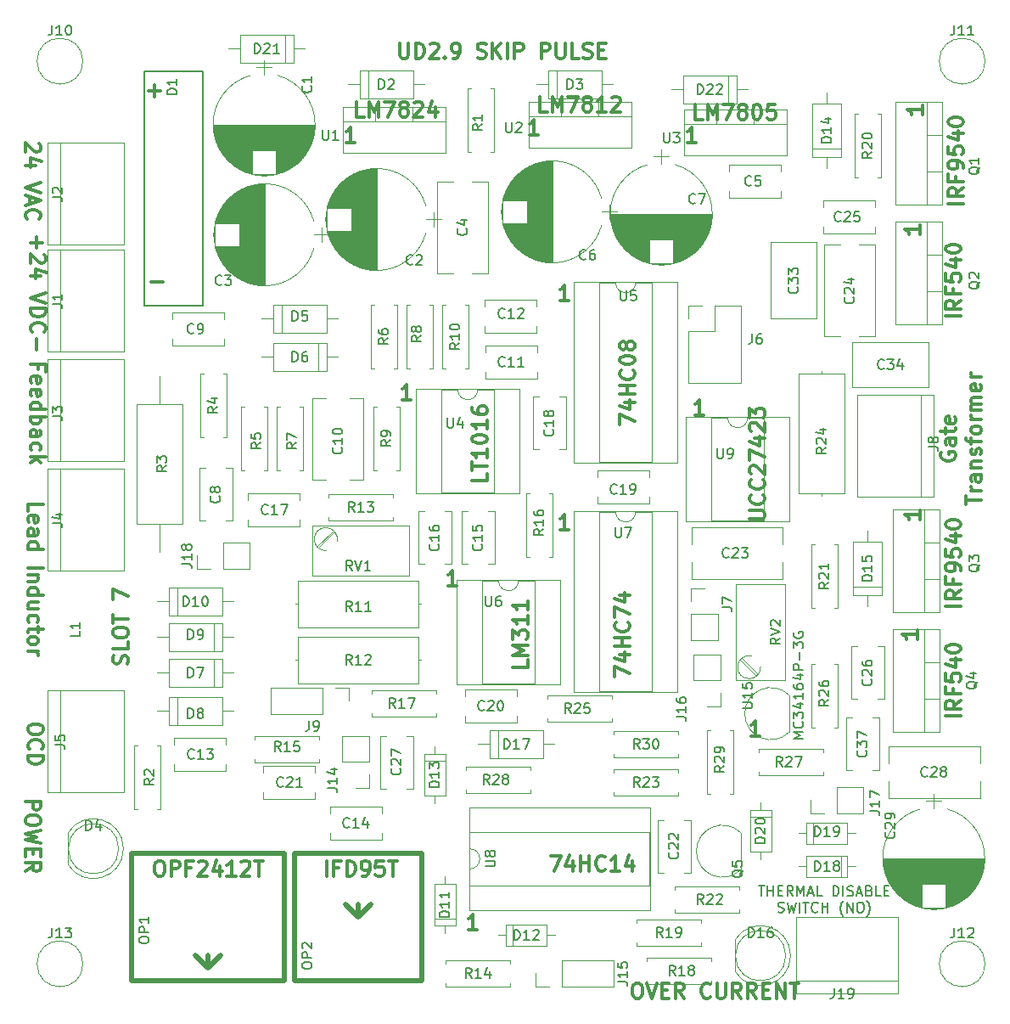
<source format=gbr>
G04 #@! TF.FileFunction,Legend,Top*
%FSLAX46Y46*%
G04 Gerber Fmt 4.6, Leading zero omitted, Abs format (unit mm)*
G04 Created by KiCad (PCBNEW 4.0.7) date 04/22/18 09:32:22*
%MOMM*%
%LPD*%
G01*
G04 APERTURE LIST*
%ADD10C,0.100000*%
%ADD11C,0.150000*%
%ADD12C,0.300000*%
%ADD13C,0.120000*%
%ADD14C,0.500000*%
G04 APERTURE END LIST*
D10*
D11*
X119690381Y-132231381D02*
X120261810Y-132231381D01*
X119976095Y-133231381D02*
X119976095Y-132231381D01*
X120595143Y-133231381D02*
X120595143Y-132231381D01*
X120595143Y-132707571D02*
X121166572Y-132707571D01*
X121166572Y-133231381D02*
X121166572Y-132231381D01*
X121642762Y-132707571D02*
X121976096Y-132707571D01*
X122118953Y-133231381D02*
X121642762Y-133231381D01*
X121642762Y-132231381D01*
X122118953Y-132231381D01*
X123118953Y-133231381D02*
X122785619Y-132755190D01*
X122547524Y-133231381D02*
X122547524Y-132231381D01*
X122928477Y-132231381D01*
X123023715Y-132279000D01*
X123071334Y-132326619D01*
X123118953Y-132421857D01*
X123118953Y-132564714D01*
X123071334Y-132659952D01*
X123023715Y-132707571D01*
X122928477Y-132755190D01*
X122547524Y-132755190D01*
X123547524Y-133231381D02*
X123547524Y-132231381D01*
X123880858Y-132945667D01*
X124214191Y-132231381D01*
X124214191Y-133231381D01*
X124642762Y-132945667D02*
X125118953Y-132945667D01*
X124547524Y-133231381D02*
X124880857Y-132231381D01*
X125214191Y-133231381D01*
X126023715Y-133231381D02*
X125547524Y-133231381D01*
X125547524Y-132231381D01*
X127118953Y-133231381D02*
X127118953Y-132231381D01*
X127357048Y-132231381D01*
X127499906Y-132279000D01*
X127595144Y-132374238D01*
X127642763Y-132469476D01*
X127690382Y-132659952D01*
X127690382Y-132802810D01*
X127642763Y-132993286D01*
X127595144Y-133088524D01*
X127499906Y-133183762D01*
X127357048Y-133231381D01*
X127118953Y-133231381D01*
X128118953Y-133231381D02*
X128118953Y-132231381D01*
X128547524Y-133183762D02*
X128690381Y-133231381D01*
X128928477Y-133231381D01*
X129023715Y-133183762D01*
X129071334Y-133136143D01*
X129118953Y-133040905D01*
X129118953Y-132945667D01*
X129071334Y-132850429D01*
X129023715Y-132802810D01*
X128928477Y-132755190D01*
X128738000Y-132707571D01*
X128642762Y-132659952D01*
X128595143Y-132612333D01*
X128547524Y-132517095D01*
X128547524Y-132421857D01*
X128595143Y-132326619D01*
X128642762Y-132279000D01*
X128738000Y-132231381D01*
X128976096Y-132231381D01*
X129118953Y-132279000D01*
X129499905Y-132945667D02*
X129976096Y-132945667D01*
X129404667Y-133231381D02*
X129738000Y-132231381D01*
X130071334Y-133231381D01*
X130738001Y-132707571D02*
X130880858Y-132755190D01*
X130928477Y-132802810D01*
X130976096Y-132898048D01*
X130976096Y-133040905D01*
X130928477Y-133136143D01*
X130880858Y-133183762D01*
X130785620Y-133231381D01*
X130404667Y-133231381D01*
X130404667Y-132231381D01*
X130738001Y-132231381D01*
X130833239Y-132279000D01*
X130880858Y-132326619D01*
X130928477Y-132421857D01*
X130928477Y-132517095D01*
X130880858Y-132612333D01*
X130833239Y-132659952D01*
X130738001Y-132707571D01*
X130404667Y-132707571D01*
X131880858Y-133231381D02*
X131404667Y-133231381D01*
X131404667Y-132231381D01*
X132214191Y-132707571D02*
X132547525Y-132707571D01*
X132690382Y-133231381D02*
X132214191Y-133231381D01*
X132214191Y-132231381D01*
X132690382Y-132231381D01*
X121642762Y-134833762D02*
X121785619Y-134881381D01*
X122023715Y-134881381D01*
X122118953Y-134833762D01*
X122166572Y-134786143D01*
X122214191Y-134690905D01*
X122214191Y-134595667D01*
X122166572Y-134500429D01*
X122118953Y-134452810D01*
X122023715Y-134405190D01*
X121833238Y-134357571D01*
X121738000Y-134309952D01*
X121690381Y-134262333D01*
X121642762Y-134167095D01*
X121642762Y-134071857D01*
X121690381Y-133976619D01*
X121738000Y-133929000D01*
X121833238Y-133881381D01*
X122071334Y-133881381D01*
X122214191Y-133929000D01*
X122547524Y-133881381D02*
X122785619Y-134881381D01*
X122976096Y-134167095D01*
X123166572Y-134881381D01*
X123404667Y-133881381D01*
X123785619Y-134881381D02*
X123785619Y-133881381D01*
X124118952Y-133881381D02*
X124690381Y-133881381D01*
X124404666Y-134881381D02*
X124404666Y-133881381D01*
X125595143Y-134786143D02*
X125547524Y-134833762D01*
X125404667Y-134881381D01*
X125309429Y-134881381D01*
X125166571Y-134833762D01*
X125071333Y-134738524D01*
X125023714Y-134643286D01*
X124976095Y-134452810D01*
X124976095Y-134309952D01*
X125023714Y-134119476D01*
X125071333Y-134024238D01*
X125166571Y-133929000D01*
X125309429Y-133881381D01*
X125404667Y-133881381D01*
X125547524Y-133929000D01*
X125595143Y-133976619D01*
X126023714Y-134881381D02*
X126023714Y-133881381D01*
X126023714Y-134357571D02*
X126595143Y-134357571D01*
X126595143Y-134881381D02*
X126595143Y-133881381D01*
X128118953Y-135262333D02*
X128071333Y-135214714D01*
X127976095Y-135071857D01*
X127928476Y-134976619D01*
X127880857Y-134833762D01*
X127833238Y-134595667D01*
X127833238Y-134405190D01*
X127880857Y-134167095D01*
X127928476Y-134024238D01*
X127976095Y-133929000D01*
X128071333Y-133786143D01*
X128118953Y-133738524D01*
X128499905Y-134881381D02*
X128499905Y-133881381D01*
X129071334Y-134881381D01*
X129071334Y-133881381D01*
X129738000Y-133881381D02*
X129928477Y-133881381D01*
X130023715Y-133929000D01*
X130118953Y-134024238D01*
X130166572Y-134214714D01*
X130166572Y-134548048D01*
X130118953Y-134738524D01*
X130023715Y-134833762D01*
X129928477Y-134881381D01*
X129738000Y-134881381D01*
X129642762Y-134833762D01*
X129547524Y-134738524D01*
X129499905Y-134548048D01*
X129499905Y-134214714D01*
X129547524Y-134024238D01*
X129642762Y-133929000D01*
X129738000Y-133881381D01*
X130499905Y-135262333D02*
X130547524Y-135214714D01*
X130642762Y-135071857D01*
X130690381Y-134976619D01*
X130738000Y-134833762D01*
X130785619Y-134595667D01*
X130785619Y-134405190D01*
X130738000Y-134167095D01*
X130690381Y-134024238D01*
X130642762Y-133929000D01*
X130547524Y-133786143D01*
X130499905Y-133738524D01*
D12*
X135552571Y-106759428D02*
X135552571Y-107616571D01*
X135552571Y-107187999D02*
X134052571Y-107187999D01*
X134266857Y-107330856D01*
X134409714Y-107473714D01*
X134481143Y-107616571D01*
X105858571Y-86220570D02*
X105858571Y-85220570D01*
X107358571Y-85863427D01*
X106358571Y-84006285D02*
X107358571Y-84006285D01*
X105787143Y-84363428D02*
X106858571Y-84720571D01*
X106858571Y-83791999D01*
X107358571Y-83220571D02*
X105858571Y-83220571D01*
X106572857Y-83220571D02*
X106572857Y-82363428D01*
X107358571Y-82363428D02*
X105858571Y-82363428D01*
X107215714Y-80791999D02*
X107287143Y-80863428D01*
X107358571Y-81077714D01*
X107358571Y-81220571D01*
X107287143Y-81434856D01*
X107144286Y-81577714D01*
X107001429Y-81649142D01*
X106715714Y-81720571D01*
X106501429Y-81720571D01*
X106215714Y-81649142D01*
X106072857Y-81577714D01*
X105930000Y-81434856D01*
X105858571Y-81220571D01*
X105858571Y-81077714D01*
X105930000Y-80863428D01*
X106001429Y-80791999D01*
X105858571Y-79863428D02*
X105858571Y-79720571D01*
X105930000Y-79577714D01*
X106001429Y-79506285D01*
X106144286Y-79434856D01*
X106430000Y-79363428D01*
X106787143Y-79363428D01*
X107072857Y-79434856D01*
X107215714Y-79506285D01*
X107287143Y-79577714D01*
X107358571Y-79720571D01*
X107358571Y-79863428D01*
X107287143Y-80006285D01*
X107215714Y-80077714D01*
X107072857Y-80149142D01*
X106787143Y-80220571D01*
X106430000Y-80220571D01*
X106144286Y-80149142D01*
X106001429Y-80077714D01*
X105930000Y-80006285D01*
X105858571Y-79863428D01*
X106501429Y-78506285D02*
X106430000Y-78649143D01*
X106358571Y-78720571D01*
X106215714Y-78792000D01*
X106144286Y-78792000D01*
X106001429Y-78720571D01*
X105930000Y-78649143D01*
X105858571Y-78506285D01*
X105858571Y-78220571D01*
X105930000Y-78077714D01*
X106001429Y-78006285D01*
X106144286Y-77934857D01*
X106215714Y-77934857D01*
X106358571Y-78006285D01*
X106430000Y-78077714D01*
X106501429Y-78220571D01*
X106501429Y-78506285D01*
X106572857Y-78649143D01*
X106644286Y-78720571D01*
X106787143Y-78792000D01*
X107072857Y-78792000D01*
X107215714Y-78720571D01*
X107287143Y-78649143D01*
X107358571Y-78506285D01*
X107358571Y-78220571D01*
X107287143Y-78077714D01*
X107215714Y-78006285D01*
X107072857Y-77934857D01*
X106787143Y-77934857D01*
X106644286Y-78006285D01*
X106572857Y-78077714D01*
X106501429Y-78220571D01*
X85010572Y-83736571D02*
X84153429Y-83736571D01*
X84582001Y-83736571D02*
X84582001Y-82236571D01*
X84439144Y-82450857D01*
X84296286Y-82593714D01*
X84153429Y-82665143D01*
X107458857Y-141926571D02*
X107744571Y-141926571D01*
X107887429Y-141998000D01*
X108030286Y-142140857D01*
X108101714Y-142426571D01*
X108101714Y-142926571D01*
X108030286Y-143212286D01*
X107887429Y-143355143D01*
X107744571Y-143426571D01*
X107458857Y-143426571D01*
X107316000Y-143355143D01*
X107173143Y-143212286D01*
X107101714Y-142926571D01*
X107101714Y-142426571D01*
X107173143Y-142140857D01*
X107316000Y-141998000D01*
X107458857Y-141926571D01*
X108530286Y-141926571D02*
X109030286Y-143426571D01*
X109530286Y-141926571D01*
X110030286Y-142640857D02*
X110530286Y-142640857D01*
X110744572Y-143426571D02*
X110030286Y-143426571D01*
X110030286Y-141926571D01*
X110744572Y-141926571D01*
X112244572Y-143426571D02*
X111744572Y-142712286D01*
X111387429Y-143426571D02*
X111387429Y-141926571D01*
X111958857Y-141926571D01*
X112101715Y-141998000D01*
X112173143Y-142069429D01*
X112244572Y-142212286D01*
X112244572Y-142426571D01*
X112173143Y-142569429D01*
X112101715Y-142640857D01*
X111958857Y-142712286D01*
X111387429Y-142712286D01*
X114887429Y-143283714D02*
X114816000Y-143355143D01*
X114601714Y-143426571D01*
X114458857Y-143426571D01*
X114244572Y-143355143D01*
X114101714Y-143212286D01*
X114030286Y-143069429D01*
X113958857Y-142783714D01*
X113958857Y-142569429D01*
X114030286Y-142283714D01*
X114101714Y-142140857D01*
X114244572Y-141998000D01*
X114458857Y-141926571D01*
X114601714Y-141926571D01*
X114816000Y-141998000D01*
X114887429Y-142069429D01*
X115530286Y-141926571D02*
X115530286Y-143140857D01*
X115601714Y-143283714D01*
X115673143Y-143355143D01*
X115816000Y-143426571D01*
X116101714Y-143426571D01*
X116244572Y-143355143D01*
X116316000Y-143283714D01*
X116387429Y-143140857D01*
X116387429Y-141926571D01*
X117958858Y-143426571D02*
X117458858Y-142712286D01*
X117101715Y-143426571D02*
X117101715Y-141926571D01*
X117673143Y-141926571D01*
X117816001Y-141998000D01*
X117887429Y-142069429D01*
X117958858Y-142212286D01*
X117958858Y-142426571D01*
X117887429Y-142569429D01*
X117816001Y-142640857D01*
X117673143Y-142712286D01*
X117101715Y-142712286D01*
X119458858Y-143426571D02*
X118958858Y-142712286D01*
X118601715Y-143426571D02*
X118601715Y-141926571D01*
X119173143Y-141926571D01*
X119316001Y-141998000D01*
X119387429Y-142069429D01*
X119458858Y-142212286D01*
X119458858Y-142426571D01*
X119387429Y-142569429D01*
X119316001Y-142640857D01*
X119173143Y-142712286D01*
X118601715Y-142712286D01*
X120101715Y-142640857D02*
X120601715Y-142640857D01*
X120816001Y-143426571D02*
X120101715Y-143426571D01*
X120101715Y-141926571D01*
X120816001Y-141926571D01*
X121458858Y-143426571D02*
X121458858Y-141926571D01*
X122316001Y-143426571D01*
X122316001Y-141926571D01*
X122816001Y-141926571D02*
X123673144Y-141926571D01*
X123244573Y-143426571D02*
X123244573Y-141926571D01*
X46565429Y-123789714D02*
X48065429Y-123789714D01*
X48065429Y-124361142D01*
X47994000Y-124504000D01*
X47922571Y-124575428D01*
X47779714Y-124646857D01*
X47565429Y-124646857D01*
X47422571Y-124575428D01*
X47351143Y-124504000D01*
X47279714Y-124361142D01*
X47279714Y-123789714D01*
X48065429Y-125575428D02*
X48065429Y-125861142D01*
X47994000Y-126004000D01*
X47851143Y-126146857D01*
X47565429Y-126218285D01*
X47065429Y-126218285D01*
X46779714Y-126146857D01*
X46636857Y-126004000D01*
X46565429Y-125861142D01*
X46565429Y-125575428D01*
X46636857Y-125432571D01*
X46779714Y-125289714D01*
X47065429Y-125218285D01*
X47565429Y-125218285D01*
X47851143Y-125289714D01*
X47994000Y-125432571D01*
X48065429Y-125575428D01*
X48065429Y-126718286D02*
X46565429Y-127075429D01*
X47636857Y-127361143D01*
X46565429Y-127646857D01*
X48065429Y-128004000D01*
X47351143Y-128575429D02*
X47351143Y-129075429D01*
X46565429Y-129289715D02*
X46565429Y-128575429D01*
X48065429Y-128575429D01*
X48065429Y-129289715D01*
X46565429Y-130789715D02*
X47279714Y-130289715D01*
X46565429Y-129932572D02*
X48065429Y-129932572D01*
X48065429Y-130504000D01*
X47994000Y-130646858D01*
X47922571Y-130718286D01*
X47779714Y-130789715D01*
X47565429Y-130789715D01*
X47422571Y-130718286D01*
X47351143Y-130646858D01*
X47279714Y-130504000D01*
X47279714Y-129932572D01*
X56741143Y-110104571D02*
X56812571Y-109890285D01*
X56812571Y-109533142D01*
X56741143Y-109390285D01*
X56669714Y-109318856D01*
X56526857Y-109247428D01*
X56384000Y-109247428D01*
X56241143Y-109318856D01*
X56169714Y-109390285D01*
X56098286Y-109533142D01*
X56026857Y-109818856D01*
X55955429Y-109961714D01*
X55884000Y-110033142D01*
X55741143Y-110104571D01*
X55598286Y-110104571D01*
X55455429Y-110033142D01*
X55384000Y-109961714D01*
X55312571Y-109818856D01*
X55312571Y-109461714D01*
X55384000Y-109247428D01*
X56812571Y-107890285D02*
X56812571Y-108604571D01*
X55312571Y-108604571D01*
X55312571Y-107104571D02*
X55312571Y-106818857D01*
X55384000Y-106675999D01*
X55526857Y-106533142D01*
X55812571Y-106461714D01*
X56312571Y-106461714D01*
X56598286Y-106533142D01*
X56741143Y-106675999D01*
X56812571Y-106818857D01*
X56812571Y-107104571D01*
X56741143Y-107247428D01*
X56598286Y-107390285D01*
X56312571Y-107461714D01*
X55812571Y-107461714D01*
X55526857Y-107390285D01*
X55384000Y-107247428D01*
X55312571Y-107104571D01*
X55312571Y-106033142D02*
X55312571Y-105175999D01*
X56812571Y-105604570D02*
X55312571Y-105604570D01*
X55312571Y-103675999D02*
X55312571Y-102675999D01*
X56812571Y-103318856D01*
X119808572Y-117264571D02*
X118951429Y-117264571D01*
X119380001Y-117264571D02*
X119380001Y-115764571D01*
X119237144Y-115978857D01*
X119094286Y-116121714D01*
X118951429Y-116193143D01*
D11*
X124150381Y-117577524D02*
X123150381Y-117577524D01*
X123864667Y-117244190D01*
X123150381Y-116910857D01*
X124150381Y-116910857D01*
X124055143Y-115863238D02*
X124102762Y-115910857D01*
X124150381Y-116053714D01*
X124150381Y-116148952D01*
X124102762Y-116291810D01*
X124007524Y-116387048D01*
X123912286Y-116434667D01*
X123721810Y-116482286D01*
X123578952Y-116482286D01*
X123388476Y-116434667D01*
X123293238Y-116387048D01*
X123198000Y-116291810D01*
X123150381Y-116148952D01*
X123150381Y-116053714D01*
X123198000Y-115910857D01*
X123245619Y-115863238D01*
X123150381Y-115529905D02*
X123150381Y-114910857D01*
X123531333Y-115244191D01*
X123531333Y-115101333D01*
X123578952Y-115006095D01*
X123626571Y-114958476D01*
X123721810Y-114910857D01*
X123959905Y-114910857D01*
X124055143Y-114958476D01*
X124102762Y-115006095D01*
X124150381Y-115101333D01*
X124150381Y-115387048D01*
X124102762Y-115482286D01*
X124055143Y-115529905D01*
X123483714Y-114053714D02*
X124150381Y-114053714D01*
X123102762Y-114291810D02*
X123817048Y-114529905D01*
X123817048Y-113910857D01*
X124150381Y-113006095D02*
X124150381Y-113577524D01*
X124150381Y-113291810D02*
X123150381Y-113291810D01*
X123293238Y-113387048D01*
X123388476Y-113482286D01*
X123436095Y-113577524D01*
X123150381Y-112148952D02*
X123150381Y-112339429D01*
X123198000Y-112434667D01*
X123245619Y-112482286D01*
X123388476Y-112577524D01*
X123578952Y-112625143D01*
X123959905Y-112625143D01*
X124055143Y-112577524D01*
X124102762Y-112529905D01*
X124150381Y-112434667D01*
X124150381Y-112244190D01*
X124102762Y-112148952D01*
X124055143Y-112101333D01*
X123959905Y-112053714D01*
X123721810Y-112053714D01*
X123626571Y-112101333D01*
X123578952Y-112148952D01*
X123531333Y-112244190D01*
X123531333Y-112434667D01*
X123578952Y-112529905D01*
X123626571Y-112577524D01*
X123721810Y-112625143D01*
X123483714Y-111196571D02*
X124150381Y-111196571D01*
X123102762Y-111434667D02*
X123817048Y-111672762D01*
X123817048Y-111053714D01*
X124150381Y-110672762D02*
X123150381Y-110672762D01*
X123150381Y-110291809D01*
X123198000Y-110196571D01*
X123245619Y-110148952D01*
X123340857Y-110101333D01*
X123483714Y-110101333D01*
X123578952Y-110148952D01*
X123626571Y-110196571D01*
X123674190Y-110291809D01*
X123674190Y-110672762D01*
X123769429Y-109672762D02*
X123769429Y-108910857D01*
X123150381Y-108529905D02*
X123150381Y-107910857D01*
X123531333Y-108244191D01*
X123531333Y-108101333D01*
X123578952Y-108006095D01*
X123626571Y-107958476D01*
X123721810Y-107910857D01*
X123959905Y-107910857D01*
X124055143Y-107958476D01*
X124102762Y-108006095D01*
X124150381Y-108101333D01*
X124150381Y-108387048D01*
X124102762Y-108482286D01*
X124055143Y-108529905D01*
X123198000Y-106958476D02*
X123150381Y-107053714D01*
X123150381Y-107196571D01*
X123198000Y-107339429D01*
X123293238Y-107434667D01*
X123388476Y-107482286D01*
X123578952Y-107529905D01*
X123721810Y-107529905D01*
X123912286Y-107482286D01*
X124007524Y-107434667D01*
X124102762Y-107339429D01*
X124150381Y-107196571D01*
X124150381Y-107101333D01*
X124102762Y-106958476D01*
X124055143Y-106910857D01*
X123721810Y-106910857D01*
X123721810Y-107101333D01*
D12*
X91651143Y-49629143D02*
X91865429Y-49700571D01*
X92222572Y-49700571D01*
X92365429Y-49629143D01*
X92436858Y-49557714D01*
X92508286Y-49414857D01*
X92508286Y-49272000D01*
X92436858Y-49129143D01*
X92365429Y-49057714D01*
X92222572Y-48986286D01*
X91936858Y-48914857D01*
X91794000Y-48843429D01*
X91722572Y-48772000D01*
X91651143Y-48629143D01*
X91651143Y-48486286D01*
X91722572Y-48343429D01*
X91794000Y-48272000D01*
X91936858Y-48200571D01*
X92294000Y-48200571D01*
X92508286Y-48272000D01*
X93151143Y-49700571D02*
X93151143Y-48200571D01*
X94008286Y-49700571D02*
X93365429Y-48843429D01*
X94008286Y-48200571D02*
X93151143Y-49057714D01*
X94651143Y-49700571D02*
X94651143Y-48200571D01*
X95365429Y-49700571D02*
X95365429Y-48200571D01*
X95936857Y-48200571D01*
X96079715Y-48272000D01*
X96151143Y-48343429D01*
X96222572Y-48486286D01*
X96222572Y-48700571D01*
X96151143Y-48843429D01*
X96079715Y-48914857D01*
X95936857Y-48986286D01*
X95365429Y-48986286D01*
X98008286Y-49700571D02*
X98008286Y-48200571D01*
X98579714Y-48200571D01*
X98722572Y-48272000D01*
X98794000Y-48343429D01*
X98865429Y-48486286D01*
X98865429Y-48700571D01*
X98794000Y-48843429D01*
X98722572Y-48914857D01*
X98579714Y-48986286D01*
X98008286Y-48986286D01*
X99508286Y-48200571D02*
X99508286Y-49414857D01*
X99579714Y-49557714D01*
X99651143Y-49629143D01*
X99794000Y-49700571D01*
X100079714Y-49700571D01*
X100222572Y-49629143D01*
X100294000Y-49557714D01*
X100365429Y-49414857D01*
X100365429Y-48200571D01*
X101794001Y-49700571D02*
X101079715Y-49700571D01*
X101079715Y-48200571D01*
X102222572Y-49629143D02*
X102436858Y-49700571D01*
X102794001Y-49700571D01*
X102936858Y-49629143D01*
X103008287Y-49557714D01*
X103079715Y-49414857D01*
X103079715Y-49272000D01*
X103008287Y-49129143D01*
X102936858Y-49057714D01*
X102794001Y-48986286D01*
X102508287Y-48914857D01*
X102365429Y-48843429D01*
X102294001Y-48772000D01*
X102222572Y-48629143D01*
X102222572Y-48486286D01*
X102294001Y-48343429D01*
X102365429Y-48272000D01*
X102508287Y-48200571D01*
X102865429Y-48200571D01*
X103079715Y-48272000D01*
X103722572Y-48914857D02*
X104222572Y-48914857D01*
X104436858Y-49700571D02*
X103722572Y-49700571D01*
X103722572Y-48200571D01*
X104436858Y-48200571D01*
X135806571Y-66373428D02*
X135806571Y-67230571D01*
X135806571Y-66801999D02*
X134306571Y-66801999D01*
X134520857Y-66944856D01*
X134663714Y-67087714D01*
X134735143Y-67230571D01*
X136060571Y-54435428D02*
X136060571Y-55292571D01*
X136060571Y-54863999D02*
X134560571Y-54863999D01*
X134774857Y-55006856D01*
X134917714Y-55149714D01*
X134989143Y-55292571D01*
X135806571Y-94821428D02*
X135806571Y-95678571D01*
X135806571Y-95249999D02*
X134306571Y-95249999D01*
X134520857Y-95392856D01*
X134663714Y-95535714D01*
X134735143Y-95678571D01*
X113458572Y-58082571D02*
X112601429Y-58082571D01*
X113030001Y-58082571D02*
X113030001Y-56582571D01*
X112887144Y-56796857D01*
X112744286Y-56939714D01*
X112601429Y-57011143D01*
X97710572Y-57320571D02*
X96853429Y-57320571D01*
X97282001Y-57320571D02*
X97282001Y-55820571D01*
X97139144Y-56034857D01*
X96996286Y-56177714D01*
X96853429Y-56249143D01*
X79422572Y-58082571D02*
X78565429Y-58082571D01*
X78994001Y-58082571D02*
X78994001Y-56582571D01*
X78851144Y-56796857D01*
X78708286Y-56939714D01*
X78565429Y-57011143D01*
X100758572Y-73830571D02*
X99901429Y-73830571D01*
X100330001Y-73830571D02*
X100330001Y-72330571D01*
X100187144Y-72544857D01*
X100044286Y-72687714D01*
X99901429Y-72759143D01*
X114220572Y-85260571D02*
X113363429Y-85260571D01*
X113792001Y-85260571D02*
X113792001Y-83760571D01*
X113649144Y-83974857D01*
X113506286Y-84117714D01*
X113363429Y-84189143D01*
X100758572Y-96690571D02*
X99901429Y-96690571D01*
X100330001Y-96690571D02*
X100330001Y-95190571D01*
X100187144Y-95404857D01*
X100044286Y-95547714D01*
X99901429Y-95619143D01*
X89582572Y-102278571D02*
X88725429Y-102278571D01*
X89154001Y-102278571D02*
X89154001Y-100778571D01*
X89011144Y-100992857D01*
X88868286Y-101135714D01*
X88725429Y-101207143D01*
X91614572Y-136568571D02*
X90757429Y-136568571D01*
X91186001Y-136568571D02*
X91186001Y-135068571D01*
X91043144Y-135282857D01*
X90900286Y-135425714D01*
X90757429Y-135497143D01*
X76617144Y-131234571D02*
X76617144Y-129734571D01*
X77831430Y-130448857D02*
X77331430Y-130448857D01*
X77331430Y-131234571D02*
X77331430Y-129734571D01*
X78045716Y-129734571D01*
X78617144Y-131234571D02*
X78617144Y-129734571D01*
X78974287Y-129734571D01*
X79188572Y-129806000D01*
X79331430Y-129948857D01*
X79402858Y-130091714D01*
X79474287Y-130377429D01*
X79474287Y-130591714D01*
X79402858Y-130877429D01*
X79331430Y-131020286D01*
X79188572Y-131163143D01*
X78974287Y-131234571D01*
X78617144Y-131234571D01*
X80188572Y-131234571D02*
X80474287Y-131234571D01*
X80617144Y-131163143D01*
X80688572Y-131091714D01*
X80831430Y-130877429D01*
X80902858Y-130591714D01*
X80902858Y-130020286D01*
X80831430Y-129877429D01*
X80760001Y-129806000D01*
X80617144Y-129734571D01*
X80331430Y-129734571D01*
X80188572Y-129806000D01*
X80117144Y-129877429D01*
X80045715Y-130020286D01*
X80045715Y-130377429D01*
X80117144Y-130520286D01*
X80188572Y-130591714D01*
X80331430Y-130663143D01*
X80617144Y-130663143D01*
X80760001Y-130591714D01*
X80831430Y-130520286D01*
X80902858Y-130377429D01*
X82260001Y-129734571D02*
X81545715Y-129734571D01*
X81474286Y-130448857D01*
X81545715Y-130377429D01*
X81688572Y-130306000D01*
X82045715Y-130306000D01*
X82188572Y-130377429D01*
X82260001Y-130448857D01*
X82331429Y-130591714D01*
X82331429Y-130948857D01*
X82260001Y-131091714D01*
X82188572Y-131163143D01*
X82045715Y-131234571D01*
X81688572Y-131234571D01*
X81545715Y-131163143D01*
X81474286Y-131091714D01*
X82760000Y-129734571D02*
X83617143Y-129734571D01*
X83188572Y-131234571D02*
X83188572Y-129734571D01*
X59805715Y-129734571D02*
X60091429Y-129734571D01*
X60234287Y-129806000D01*
X60377144Y-129948857D01*
X60448572Y-130234571D01*
X60448572Y-130734571D01*
X60377144Y-131020286D01*
X60234287Y-131163143D01*
X60091429Y-131234571D01*
X59805715Y-131234571D01*
X59662858Y-131163143D01*
X59520001Y-131020286D01*
X59448572Y-130734571D01*
X59448572Y-130234571D01*
X59520001Y-129948857D01*
X59662858Y-129806000D01*
X59805715Y-129734571D01*
X61091430Y-131234571D02*
X61091430Y-129734571D01*
X61662858Y-129734571D01*
X61805716Y-129806000D01*
X61877144Y-129877429D01*
X61948573Y-130020286D01*
X61948573Y-130234571D01*
X61877144Y-130377429D01*
X61805716Y-130448857D01*
X61662858Y-130520286D01*
X61091430Y-130520286D01*
X63091430Y-130448857D02*
X62591430Y-130448857D01*
X62591430Y-131234571D02*
X62591430Y-129734571D01*
X63305716Y-129734571D01*
X63805715Y-129877429D02*
X63877144Y-129806000D01*
X64020001Y-129734571D01*
X64377144Y-129734571D01*
X64520001Y-129806000D01*
X64591430Y-129877429D01*
X64662858Y-130020286D01*
X64662858Y-130163143D01*
X64591430Y-130377429D01*
X63734287Y-131234571D01*
X64662858Y-131234571D01*
X65948572Y-130234571D02*
X65948572Y-131234571D01*
X65591429Y-129663143D02*
X65234286Y-130734571D01*
X66162858Y-130734571D01*
X67520000Y-131234571D02*
X66662857Y-131234571D01*
X67091429Y-131234571D02*
X67091429Y-129734571D01*
X66948572Y-129948857D01*
X66805714Y-130091714D01*
X66662857Y-130163143D01*
X68091428Y-129877429D02*
X68162857Y-129806000D01*
X68305714Y-129734571D01*
X68662857Y-129734571D01*
X68805714Y-129806000D01*
X68877143Y-129877429D01*
X68948571Y-130020286D01*
X68948571Y-130163143D01*
X68877143Y-130377429D01*
X68020000Y-131234571D01*
X68948571Y-131234571D01*
X69377142Y-129734571D02*
X70234285Y-129734571D01*
X69805714Y-131234571D02*
X69805714Y-129734571D01*
X48319429Y-116467143D02*
X48319429Y-116752857D01*
X48248000Y-116895715D01*
X48105143Y-117038572D01*
X47819429Y-117110000D01*
X47319429Y-117110000D01*
X47033714Y-117038572D01*
X46890857Y-116895715D01*
X46819429Y-116752857D01*
X46819429Y-116467143D01*
X46890857Y-116324286D01*
X47033714Y-116181429D01*
X47319429Y-116110000D01*
X47819429Y-116110000D01*
X48105143Y-116181429D01*
X48248000Y-116324286D01*
X48319429Y-116467143D01*
X46962286Y-118610001D02*
X46890857Y-118538572D01*
X46819429Y-118324286D01*
X46819429Y-118181429D01*
X46890857Y-117967144D01*
X47033714Y-117824286D01*
X47176571Y-117752858D01*
X47462286Y-117681429D01*
X47676571Y-117681429D01*
X47962286Y-117752858D01*
X48105143Y-117824286D01*
X48248000Y-117967144D01*
X48319429Y-118181429D01*
X48319429Y-118324286D01*
X48248000Y-118538572D01*
X48176571Y-118610001D01*
X46819429Y-119252858D02*
X48319429Y-119252858D01*
X48319429Y-119610001D01*
X48248000Y-119824286D01*
X48105143Y-119967144D01*
X47962286Y-120038572D01*
X47676571Y-120110001D01*
X47462286Y-120110001D01*
X47176571Y-120038572D01*
X47033714Y-119967144D01*
X46890857Y-119824286D01*
X46819429Y-119610001D01*
X46819429Y-119252858D01*
X46819429Y-94885715D02*
X46819429Y-94171429D01*
X48319429Y-94171429D01*
X46890857Y-95957143D02*
X46819429Y-95814286D01*
X46819429Y-95528572D01*
X46890857Y-95385715D01*
X47033714Y-95314286D01*
X47605143Y-95314286D01*
X47748000Y-95385715D01*
X47819429Y-95528572D01*
X47819429Y-95814286D01*
X47748000Y-95957143D01*
X47605143Y-96028572D01*
X47462286Y-96028572D01*
X47319429Y-95314286D01*
X46819429Y-97314286D02*
X47605143Y-97314286D01*
X47748000Y-97242857D01*
X47819429Y-97100000D01*
X47819429Y-96814286D01*
X47748000Y-96671429D01*
X46890857Y-97314286D02*
X46819429Y-97171429D01*
X46819429Y-96814286D01*
X46890857Y-96671429D01*
X47033714Y-96600000D01*
X47176571Y-96600000D01*
X47319429Y-96671429D01*
X47390857Y-96814286D01*
X47390857Y-97171429D01*
X47462286Y-97314286D01*
X46819429Y-98671429D02*
X48319429Y-98671429D01*
X46890857Y-98671429D02*
X46819429Y-98528572D01*
X46819429Y-98242858D01*
X46890857Y-98100000D01*
X46962286Y-98028572D01*
X47105143Y-97957143D01*
X47533714Y-97957143D01*
X47676571Y-98028572D01*
X47748000Y-98100000D01*
X47819429Y-98242858D01*
X47819429Y-98528572D01*
X47748000Y-98671429D01*
X46819429Y-100528572D02*
X48319429Y-100528572D01*
X47819429Y-101242858D02*
X46819429Y-101242858D01*
X47676571Y-101242858D02*
X47748000Y-101314286D01*
X47819429Y-101457144D01*
X47819429Y-101671429D01*
X47748000Y-101814286D01*
X47605143Y-101885715D01*
X46819429Y-101885715D01*
X46819429Y-103242858D02*
X48319429Y-103242858D01*
X46890857Y-103242858D02*
X46819429Y-103100001D01*
X46819429Y-102814287D01*
X46890857Y-102671429D01*
X46962286Y-102600001D01*
X47105143Y-102528572D01*
X47533714Y-102528572D01*
X47676571Y-102600001D01*
X47748000Y-102671429D01*
X47819429Y-102814287D01*
X47819429Y-103100001D01*
X47748000Y-103242858D01*
X47819429Y-104600001D02*
X46819429Y-104600001D01*
X47819429Y-103957144D02*
X47033714Y-103957144D01*
X46890857Y-104028572D01*
X46819429Y-104171430D01*
X46819429Y-104385715D01*
X46890857Y-104528572D01*
X46962286Y-104600001D01*
X46890857Y-105957144D02*
X46819429Y-105814287D01*
X46819429Y-105528573D01*
X46890857Y-105385715D01*
X46962286Y-105314287D01*
X47105143Y-105242858D01*
X47533714Y-105242858D01*
X47676571Y-105314287D01*
X47748000Y-105385715D01*
X47819429Y-105528573D01*
X47819429Y-105814287D01*
X47748000Y-105957144D01*
X47819429Y-106385715D02*
X47819429Y-106957144D01*
X48319429Y-106600001D02*
X47033714Y-106600001D01*
X46890857Y-106671429D01*
X46819429Y-106814287D01*
X46819429Y-106957144D01*
X46819429Y-107671430D02*
X46890857Y-107528572D01*
X46962286Y-107457144D01*
X47105143Y-107385715D01*
X47533714Y-107385715D01*
X47676571Y-107457144D01*
X47748000Y-107528572D01*
X47819429Y-107671430D01*
X47819429Y-107885715D01*
X47748000Y-108028572D01*
X47676571Y-108100001D01*
X47533714Y-108171430D01*
X47105143Y-108171430D01*
X46962286Y-108100001D01*
X46890857Y-108028572D01*
X46819429Y-107885715D01*
X46819429Y-107671430D01*
X46819429Y-108814287D02*
X47819429Y-108814287D01*
X47533714Y-108814287D02*
X47676571Y-108885715D01*
X47748000Y-108957144D01*
X47819429Y-109100001D01*
X47819429Y-109242858D01*
X47859143Y-80732858D02*
X47859143Y-80232858D01*
X47073429Y-80232858D02*
X48573429Y-80232858D01*
X48573429Y-80947144D01*
X47144857Y-82090000D02*
X47073429Y-81947143D01*
X47073429Y-81661429D01*
X47144857Y-81518572D01*
X47287714Y-81447143D01*
X47859143Y-81447143D01*
X48002000Y-81518572D01*
X48073429Y-81661429D01*
X48073429Y-81947143D01*
X48002000Y-82090000D01*
X47859143Y-82161429D01*
X47716286Y-82161429D01*
X47573429Y-81447143D01*
X47144857Y-83375714D02*
X47073429Y-83232857D01*
X47073429Y-82947143D01*
X47144857Y-82804286D01*
X47287714Y-82732857D01*
X47859143Y-82732857D01*
X48002000Y-82804286D01*
X48073429Y-82947143D01*
X48073429Y-83232857D01*
X48002000Y-83375714D01*
X47859143Y-83447143D01*
X47716286Y-83447143D01*
X47573429Y-82732857D01*
X47073429Y-84732857D02*
X48573429Y-84732857D01*
X47144857Y-84732857D02*
X47073429Y-84590000D01*
X47073429Y-84304286D01*
X47144857Y-84161428D01*
X47216286Y-84090000D01*
X47359143Y-84018571D01*
X47787714Y-84018571D01*
X47930571Y-84090000D01*
X48002000Y-84161428D01*
X48073429Y-84304286D01*
X48073429Y-84590000D01*
X48002000Y-84732857D01*
X47073429Y-85447143D02*
X48573429Y-85447143D01*
X48002000Y-85447143D02*
X48073429Y-85590000D01*
X48073429Y-85875714D01*
X48002000Y-86018571D01*
X47930571Y-86090000D01*
X47787714Y-86161429D01*
X47359143Y-86161429D01*
X47216286Y-86090000D01*
X47144857Y-86018571D01*
X47073429Y-85875714D01*
X47073429Y-85590000D01*
X47144857Y-85447143D01*
X47073429Y-87447143D02*
X47859143Y-87447143D01*
X48002000Y-87375714D01*
X48073429Y-87232857D01*
X48073429Y-86947143D01*
X48002000Y-86804286D01*
X47144857Y-87447143D02*
X47073429Y-87304286D01*
X47073429Y-86947143D01*
X47144857Y-86804286D01*
X47287714Y-86732857D01*
X47430571Y-86732857D01*
X47573429Y-86804286D01*
X47644857Y-86947143D01*
X47644857Y-87304286D01*
X47716286Y-87447143D01*
X47144857Y-88804286D02*
X47073429Y-88661429D01*
X47073429Y-88375715D01*
X47144857Y-88232857D01*
X47216286Y-88161429D01*
X47359143Y-88090000D01*
X47787714Y-88090000D01*
X47930571Y-88161429D01*
X48002000Y-88232857D01*
X48073429Y-88375715D01*
X48073429Y-88661429D01*
X48002000Y-88804286D01*
X47073429Y-89447143D02*
X48573429Y-89447143D01*
X47644857Y-89590000D02*
X47073429Y-90018571D01*
X48073429Y-90018571D02*
X47502000Y-89447143D01*
X47644857Y-67509144D02*
X47644857Y-68652001D01*
X47073429Y-68080572D02*
X48216286Y-68080572D01*
X48430571Y-69294858D02*
X48502000Y-69366287D01*
X48573429Y-69509144D01*
X48573429Y-69866287D01*
X48502000Y-70009144D01*
X48430571Y-70080573D01*
X48287714Y-70152001D01*
X48144857Y-70152001D01*
X47930571Y-70080573D01*
X47073429Y-69223430D01*
X47073429Y-70152001D01*
X48073429Y-71437715D02*
X47073429Y-71437715D01*
X48644857Y-71080572D02*
X47573429Y-70723429D01*
X47573429Y-71652001D01*
X48573429Y-73152000D02*
X47073429Y-73652000D01*
X48573429Y-74152000D01*
X47073429Y-74652000D02*
X48573429Y-74652000D01*
X48573429Y-75009143D01*
X48502000Y-75223428D01*
X48359143Y-75366286D01*
X48216286Y-75437714D01*
X47930571Y-75509143D01*
X47716286Y-75509143D01*
X47430571Y-75437714D01*
X47287714Y-75366286D01*
X47144857Y-75223428D01*
X47073429Y-75009143D01*
X47073429Y-74652000D01*
X47216286Y-77009143D02*
X47144857Y-76937714D01*
X47073429Y-76723428D01*
X47073429Y-76580571D01*
X47144857Y-76366286D01*
X47287714Y-76223428D01*
X47430571Y-76152000D01*
X47716286Y-76080571D01*
X47930571Y-76080571D01*
X48216286Y-76152000D01*
X48359143Y-76223428D01*
X48502000Y-76366286D01*
X48573429Y-76580571D01*
X48573429Y-76723428D01*
X48502000Y-76937714D01*
X48430571Y-77009143D01*
X47644857Y-77652000D02*
X47644857Y-78794857D01*
X47922571Y-58226001D02*
X47994000Y-58297430D01*
X48065429Y-58440287D01*
X48065429Y-58797430D01*
X47994000Y-58940287D01*
X47922571Y-59011716D01*
X47779714Y-59083144D01*
X47636857Y-59083144D01*
X47422571Y-59011716D01*
X46565429Y-58154573D01*
X46565429Y-59083144D01*
X47565429Y-60368858D02*
X46565429Y-60368858D01*
X48136857Y-60011715D02*
X47065429Y-59654572D01*
X47065429Y-60583144D01*
X48065429Y-62083143D02*
X46565429Y-62583143D01*
X48065429Y-63083143D01*
X46994000Y-63511714D02*
X46994000Y-64226000D01*
X46565429Y-63368857D02*
X48065429Y-63868857D01*
X46565429Y-64368857D01*
X46708286Y-65726000D02*
X46636857Y-65654571D01*
X46565429Y-65440285D01*
X46565429Y-65297428D01*
X46636857Y-65083143D01*
X46779714Y-64940285D01*
X46922571Y-64868857D01*
X47208286Y-64797428D01*
X47422571Y-64797428D01*
X47708286Y-64868857D01*
X47851143Y-64940285D01*
X47994000Y-65083143D01*
X48065429Y-65297428D01*
X48065429Y-65440285D01*
X47994000Y-65654571D01*
X47922571Y-65726000D01*
X137929000Y-88987143D02*
X137857571Y-89130000D01*
X137857571Y-89344286D01*
X137929000Y-89558571D01*
X138071857Y-89701429D01*
X138214714Y-89772857D01*
X138500429Y-89844286D01*
X138714714Y-89844286D01*
X139000429Y-89772857D01*
X139143286Y-89701429D01*
X139286143Y-89558571D01*
X139357571Y-89344286D01*
X139357571Y-89201429D01*
X139286143Y-88987143D01*
X139214714Y-88915714D01*
X138714714Y-88915714D01*
X138714714Y-89201429D01*
X139357571Y-87630000D02*
X138571857Y-87630000D01*
X138429000Y-87701429D01*
X138357571Y-87844286D01*
X138357571Y-88130000D01*
X138429000Y-88272857D01*
X139286143Y-87630000D02*
X139357571Y-87772857D01*
X139357571Y-88130000D01*
X139286143Y-88272857D01*
X139143286Y-88344286D01*
X139000429Y-88344286D01*
X138857571Y-88272857D01*
X138786143Y-88130000D01*
X138786143Y-87772857D01*
X138714714Y-87630000D01*
X138357571Y-87130000D02*
X138357571Y-86558571D01*
X137857571Y-86915714D02*
X139143286Y-86915714D01*
X139286143Y-86844286D01*
X139357571Y-86701428D01*
X139357571Y-86558571D01*
X139286143Y-85487143D02*
X139357571Y-85630000D01*
X139357571Y-85915714D01*
X139286143Y-86058571D01*
X139143286Y-86130000D01*
X138571857Y-86130000D01*
X138429000Y-86058571D01*
X138357571Y-85915714D01*
X138357571Y-85630000D01*
X138429000Y-85487143D01*
X138571857Y-85415714D01*
X138714714Y-85415714D01*
X138857571Y-86130000D01*
X140407571Y-94165714D02*
X140407571Y-93308571D01*
X141907571Y-93737142D02*
X140407571Y-93737142D01*
X141907571Y-92808571D02*
X140907571Y-92808571D01*
X141193286Y-92808571D02*
X141050429Y-92737143D01*
X140979000Y-92665714D01*
X140907571Y-92522857D01*
X140907571Y-92380000D01*
X141907571Y-91237143D02*
X141121857Y-91237143D01*
X140979000Y-91308572D01*
X140907571Y-91451429D01*
X140907571Y-91737143D01*
X140979000Y-91880000D01*
X141836143Y-91237143D02*
X141907571Y-91380000D01*
X141907571Y-91737143D01*
X141836143Y-91880000D01*
X141693286Y-91951429D01*
X141550429Y-91951429D01*
X141407571Y-91880000D01*
X141336143Y-91737143D01*
X141336143Y-91380000D01*
X141264714Y-91237143D01*
X140907571Y-90522857D02*
X141907571Y-90522857D01*
X141050429Y-90522857D02*
X140979000Y-90451429D01*
X140907571Y-90308571D01*
X140907571Y-90094286D01*
X140979000Y-89951429D01*
X141121857Y-89880000D01*
X141907571Y-89880000D01*
X141836143Y-89237143D02*
X141907571Y-89094286D01*
X141907571Y-88808571D01*
X141836143Y-88665714D01*
X141693286Y-88594286D01*
X141621857Y-88594286D01*
X141479000Y-88665714D01*
X141407571Y-88808571D01*
X141407571Y-89022857D01*
X141336143Y-89165714D01*
X141193286Y-89237143D01*
X141121857Y-89237143D01*
X140979000Y-89165714D01*
X140907571Y-89022857D01*
X140907571Y-88808571D01*
X140979000Y-88665714D01*
X140907571Y-88165714D02*
X140907571Y-87594285D01*
X141907571Y-87951428D02*
X140621857Y-87951428D01*
X140479000Y-87880000D01*
X140407571Y-87737142D01*
X140407571Y-87594285D01*
X141907571Y-86879999D02*
X141836143Y-87022857D01*
X141764714Y-87094285D01*
X141621857Y-87165714D01*
X141193286Y-87165714D01*
X141050429Y-87094285D01*
X140979000Y-87022857D01*
X140907571Y-86879999D01*
X140907571Y-86665714D01*
X140979000Y-86522857D01*
X141050429Y-86451428D01*
X141193286Y-86379999D01*
X141621857Y-86379999D01*
X141764714Y-86451428D01*
X141836143Y-86522857D01*
X141907571Y-86665714D01*
X141907571Y-86879999D01*
X141907571Y-85737142D02*
X140907571Y-85737142D01*
X141193286Y-85737142D02*
X141050429Y-85665714D01*
X140979000Y-85594285D01*
X140907571Y-85451428D01*
X140907571Y-85308571D01*
X141907571Y-84808571D02*
X140907571Y-84808571D01*
X141050429Y-84808571D02*
X140979000Y-84737143D01*
X140907571Y-84594285D01*
X140907571Y-84380000D01*
X140979000Y-84237143D01*
X141121857Y-84165714D01*
X141907571Y-84165714D01*
X141121857Y-84165714D02*
X140979000Y-84094285D01*
X140907571Y-83951428D01*
X140907571Y-83737143D01*
X140979000Y-83594285D01*
X141121857Y-83522857D01*
X141907571Y-83522857D01*
X141836143Y-82237143D02*
X141907571Y-82380000D01*
X141907571Y-82665714D01*
X141836143Y-82808571D01*
X141693286Y-82880000D01*
X141121857Y-82880000D01*
X140979000Y-82808571D01*
X140907571Y-82665714D01*
X140907571Y-82380000D01*
X140979000Y-82237143D01*
X141121857Y-82165714D01*
X141264714Y-82165714D01*
X141407571Y-82880000D01*
X141907571Y-81522857D02*
X140907571Y-81522857D01*
X141193286Y-81522857D02*
X141050429Y-81451429D01*
X140979000Y-81380000D01*
X140907571Y-81237143D01*
X140907571Y-81094286D01*
X114098001Y-55796571D02*
X113383715Y-55796571D01*
X113383715Y-54296571D01*
X114598001Y-55796571D02*
X114598001Y-54296571D01*
X115098001Y-55368000D01*
X115598001Y-54296571D01*
X115598001Y-55796571D01*
X116169430Y-54296571D02*
X117169430Y-54296571D01*
X116526573Y-55796571D01*
X117955144Y-54939429D02*
X117812286Y-54868000D01*
X117740858Y-54796571D01*
X117669429Y-54653714D01*
X117669429Y-54582286D01*
X117740858Y-54439429D01*
X117812286Y-54368000D01*
X117955144Y-54296571D01*
X118240858Y-54296571D01*
X118383715Y-54368000D01*
X118455144Y-54439429D01*
X118526572Y-54582286D01*
X118526572Y-54653714D01*
X118455144Y-54796571D01*
X118383715Y-54868000D01*
X118240858Y-54939429D01*
X117955144Y-54939429D01*
X117812286Y-55010857D01*
X117740858Y-55082286D01*
X117669429Y-55225143D01*
X117669429Y-55510857D01*
X117740858Y-55653714D01*
X117812286Y-55725143D01*
X117955144Y-55796571D01*
X118240858Y-55796571D01*
X118383715Y-55725143D01*
X118455144Y-55653714D01*
X118526572Y-55510857D01*
X118526572Y-55225143D01*
X118455144Y-55082286D01*
X118383715Y-55010857D01*
X118240858Y-54939429D01*
X119455143Y-54296571D02*
X119598000Y-54296571D01*
X119740857Y-54368000D01*
X119812286Y-54439429D01*
X119883715Y-54582286D01*
X119955143Y-54868000D01*
X119955143Y-55225143D01*
X119883715Y-55510857D01*
X119812286Y-55653714D01*
X119740857Y-55725143D01*
X119598000Y-55796571D01*
X119455143Y-55796571D01*
X119312286Y-55725143D01*
X119240857Y-55653714D01*
X119169429Y-55510857D01*
X119098000Y-55225143D01*
X119098000Y-54868000D01*
X119169429Y-54582286D01*
X119240857Y-54439429D01*
X119312286Y-54368000D01*
X119455143Y-54296571D01*
X121312286Y-54296571D02*
X120598000Y-54296571D01*
X120526571Y-55010857D01*
X120598000Y-54939429D01*
X120740857Y-54868000D01*
X121098000Y-54868000D01*
X121240857Y-54939429D01*
X121312286Y-55010857D01*
X121383714Y-55153714D01*
X121383714Y-55510857D01*
X121312286Y-55653714D01*
X121240857Y-55725143D01*
X121098000Y-55796571D01*
X120740857Y-55796571D01*
X120598000Y-55725143D01*
X120526571Y-55653714D01*
X98604001Y-55034571D02*
X97889715Y-55034571D01*
X97889715Y-53534571D01*
X99104001Y-55034571D02*
X99104001Y-53534571D01*
X99604001Y-54606000D01*
X100104001Y-53534571D01*
X100104001Y-55034571D01*
X100675430Y-53534571D02*
X101675430Y-53534571D01*
X101032573Y-55034571D01*
X102461144Y-54177429D02*
X102318286Y-54106000D01*
X102246858Y-54034571D01*
X102175429Y-53891714D01*
X102175429Y-53820286D01*
X102246858Y-53677429D01*
X102318286Y-53606000D01*
X102461144Y-53534571D01*
X102746858Y-53534571D01*
X102889715Y-53606000D01*
X102961144Y-53677429D01*
X103032572Y-53820286D01*
X103032572Y-53891714D01*
X102961144Y-54034571D01*
X102889715Y-54106000D01*
X102746858Y-54177429D01*
X102461144Y-54177429D01*
X102318286Y-54248857D01*
X102246858Y-54320286D01*
X102175429Y-54463143D01*
X102175429Y-54748857D01*
X102246858Y-54891714D01*
X102318286Y-54963143D01*
X102461144Y-55034571D01*
X102746858Y-55034571D01*
X102889715Y-54963143D01*
X102961144Y-54891714D01*
X103032572Y-54748857D01*
X103032572Y-54463143D01*
X102961144Y-54320286D01*
X102889715Y-54248857D01*
X102746858Y-54177429D01*
X104461143Y-55034571D02*
X103604000Y-55034571D01*
X104032572Y-55034571D02*
X104032572Y-53534571D01*
X103889715Y-53748857D01*
X103746857Y-53891714D01*
X103604000Y-53963143D01*
X105032571Y-53677429D02*
X105104000Y-53606000D01*
X105246857Y-53534571D01*
X105604000Y-53534571D01*
X105746857Y-53606000D01*
X105818286Y-53677429D01*
X105889714Y-53820286D01*
X105889714Y-53963143D01*
X105818286Y-54177429D01*
X104961143Y-55034571D01*
X105889714Y-55034571D01*
X80316001Y-55542571D02*
X79601715Y-55542571D01*
X79601715Y-54042571D01*
X80816001Y-55542571D02*
X80816001Y-54042571D01*
X81316001Y-55114000D01*
X81816001Y-54042571D01*
X81816001Y-55542571D01*
X82387430Y-54042571D02*
X83387430Y-54042571D01*
X82744573Y-55542571D01*
X84173144Y-54685429D02*
X84030286Y-54614000D01*
X83958858Y-54542571D01*
X83887429Y-54399714D01*
X83887429Y-54328286D01*
X83958858Y-54185429D01*
X84030286Y-54114000D01*
X84173144Y-54042571D01*
X84458858Y-54042571D01*
X84601715Y-54114000D01*
X84673144Y-54185429D01*
X84744572Y-54328286D01*
X84744572Y-54399714D01*
X84673144Y-54542571D01*
X84601715Y-54614000D01*
X84458858Y-54685429D01*
X84173144Y-54685429D01*
X84030286Y-54756857D01*
X83958858Y-54828286D01*
X83887429Y-54971143D01*
X83887429Y-55256857D01*
X83958858Y-55399714D01*
X84030286Y-55471143D01*
X84173144Y-55542571D01*
X84458858Y-55542571D01*
X84601715Y-55471143D01*
X84673144Y-55399714D01*
X84744572Y-55256857D01*
X84744572Y-54971143D01*
X84673144Y-54828286D01*
X84601715Y-54756857D01*
X84458858Y-54685429D01*
X85316000Y-54185429D02*
X85387429Y-54114000D01*
X85530286Y-54042571D01*
X85887429Y-54042571D01*
X86030286Y-54114000D01*
X86101715Y-54185429D01*
X86173143Y-54328286D01*
X86173143Y-54471143D01*
X86101715Y-54685429D01*
X85244572Y-55542571D01*
X86173143Y-55542571D01*
X87458857Y-54542571D02*
X87458857Y-55542571D01*
X87101714Y-53971143D02*
X86744571Y-55042571D01*
X87673143Y-55042571D01*
X139870571Y-104325999D02*
X138370571Y-104325999D01*
X139870571Y-102754570D02*
X139156286Y-103254570D01*
X139870571Y-103611713D02*
X138370571Y-103611713D01*
X138370571Y-103040285D01*
X138442000Y-102897427D01*
X138513429Y-102825999D01*
X138656286Y-102754570D01*
X138870571Y-102754570D01*
X139013429Y-102825999D01*
X139084857Y-102897427D01*
X139156286Y-103040285D01*
X139156286Y-103611713D01*
X139084857Y-101611713D02*
X139084857Y-102111713D01*
X139870571Y-102111713D02*
X138370571Y-102111713D01*
X138370571Y-101397427D01*
X139870571Y-100754571D02*
X139870571Y-100468856D01*
X139799143Y-100325999D01*
X139727714Y-100254571D01*
X139513429Y-100111713D01*
X139227714Y-100040285D01*
X138656286Y-100040285D01*
X138513429Y-100111713D01*
X138442000Y-100183142D01*
X138370571Y-100325999D01*
X138370571Y-100611713D01*
X138442000Y-100754571D01*
X138513429Y-100825999D01*
X138656286Y-100897428D01*
X139013429Y-100897428D01*
X139156286Y-100825999D01*
X139227714Y-100754571D01*
X139299143Y-100611713D01*
X139299143Y-100325999D01*
X139227714Y-100183142D01*
X139156286Y-100111713D01*
X139013429Y-100040285D01*
X138370571Y-98683142D02*
X138370571Y-99397428D01*
X139084857Y-99468857D01*
X139013429Y-99397428D01*
X138942000Y-99254571D01*
X138942000Y-98897428D01*
X139013429Y-98754571D01*
X139084857Y-98683142D01*
X139227714Y-98611714D01*
X139584857Y-98611714D01*
X139727714Y-98683142D01*
X139799143Y-98754571D01*
X139870571Y-98897428D01*
X139870571Y-99254571D01*
X139799143Y-99397428D01*
X139727714Y-99468857D01*
X138870571Y-97326000D02*
X139870571Y-97326000D01*
X138299143Y-97683143D02*
X139370571Y-98040286D01*
X139370571Y-97111714D01*
X138370571Y-96254572D02*
X138370571Y-96111715D01*
X138442000Y-95968858D01*
X138513429Y-95897429D01*
X138656286Y-95826000D01*
X138942000Y-95754572D01*
X139299143Y-95754572D01*
X139584857Y-95826000D01*
X139727714Y-95897429D01*
X139799143Y-95968858D01*
X139870571Y-96111715D01*
X139870571Y-96254572D01*
X139799143Y-96397429D01*
X139727714Y-96468858D01*
X139584857Y-96540286D01*
X139299143Y-96611715D01*
X138942000Y-96611715D01*
X138656286Y-96540286D01*
X138513429Y-96468858D01*
X138442000Y-96397429D01*
X138370571Y-96254572D01*
X140124571Y-64193999D02*
X138624571Y-64193999D01*
X140124571Y-62622570D02*
X139410286Y-63122570D01*
X140124571Y-63479713D02*
X138624571Y-63479713D01*
X138624571Y-62908285D01*
X138696000Y-62765427D01*
X138767429Y-62693999D01*
X138910286Y-62622570D01*
X139124571Y-62622570D01*
X139267429Y-62693999D01*
X139338857Y-62765427D01*
X139410286Y-62908285D01*
X139410286Y-63479713D01*
X139338857Y-61479713D02*
X139338857Y-61979713D01*
X140124571Y-61979713D02*
X138624571Y-61979713D01*
X138624571Y-61265427D01*
X140124571Y-60622571D02*
X140124571Y-60336856D01*
X140053143Y-60193999D01*
X139981714Y-60122571D01*
X139767429Y-59979713D01*
X139481714Y-59908285D01*
X138910286Y-59908285D01*
X138767429Y-59979713D01*
X138696000Y-60051142D01*
X138624571Y-60193999D01*
X138624571Y-60479713D01*
X138696000Y-60622571D01*
X138767429Y-60693999D01*
X138910286Y-60765428D01*
X139267429Y-60765428D01*
X139410286Y-60693999D01*
X139481714Y-60622571D01*
X139553143Y-60479713D01*
X139553143Y-60193999D01*
X139481714Y-60051142D01*
X139410286Y-59979713D01*
X139267429Y-59908285D01*
X138624571Y-58551142D02*
X138624571Y-59265428D01*
X139338857Y-59336857D01*
X139267429Y-59265428D01*
X139196000Y-59122571D01*
X139196000Y-58765428D01*
X139267429Y-58622571D01*
X139338857Y-58551142D01*
X139481714Y-58479714D01*
X139838857Y-58479714D01*
X139981714Y-58551142D01*
X140053143Y-58622571D01*
X140124571Y-58765428D01*
X140124571Y-59122571D01*
X140053143Y-59265428D01*
X139981714Y-59336857D01*
X139124571Y-57194000D02*
X140124571Y-57194000D01*
X138553143Y-57551143D02*
X139624571Y-57908286D01*
X139624571Y-56979714D01*
X138624571Y-56122572D02*
X138624571Y-55979715D01*
X138696000Y-55836858D01*
X138767429Y-55765429D01*
X138910286Y-55694000D01*
X139196000Y-55622572D01*
X139553143Y-55622572D01*
X139838857Y-55694000D01*
X139981714Y-55765429D01*
X140053143Y-55836858D01*
X140124571Y-55979715D01*
X140124571Y-56122572D01*
X140053143Y-56265429D01*
X139981714Y-56336858D01*
X139838857Y-56408286D01*
X139553143Y-56479715D01*
X139196000Y-56479715D01*
X138910286Y-56408286D01*
X138767429Y-56336858D01*
X138696000Y-56265429D01*
X138624571Y-56122572D01*
X139870571Y-115295713D02*
X138370571Y-115295713D01*
X139870571Y-113724284D02*
X139156286Y-114224284D01*
X139870571Y-114581427D02*
X138370571Y-114581427D01*
X138370571Y-114009999D01*
X138442000Y-113867141D01*
X138513429Y-113795713D01*
X138656286Y-113724284D01*
X138870571Y-113724284D01*
X139013429Y-113795713D01*
X139084857Y-113867141D01*
X139156286Y-114009999D01*
X139156286Y-114581427D01*
X139084857Y-112581427D02*
X139084857Y-113081427D01*
X139870571Y-113081427D02*
X138370571Y-113081427D01*
X138370571Y-112367141D01*
X138370571Y-111081427D02*
X138370571Y-111795713D01*
X139084857Y-111867142D01*
X139013429Y-111795713D01*
X138942000Y-111652856D01*
X138942000Y-111295713D01*
X139013429Y-111152856D01*
X139084857Y-111081427D01*
X139227714Y-111009999D01*
X139584857Y-111009999D01*
X139727714Y-111081427D01*
X139799143Y-111152856D01*
X139870571Y-111295713D01*
X139870571Y-111652856D01*
X139799143Y-111795713D01*
X139727714Y-111867142D01*
X138870571Y-109724285D02*
X139870571Y-109724285D01*
X138299143Y-110081428D02*
X139370571Y-110438571D01*
X139370571Y-109509999D01*
X138370571Y-108652857D02*
X138370571Y-108510000D01*
X138442000Y-108367143D01*
X138513429Y-108295714D01*
X138656286Y-108224285D01*
X138942000Y-108152857D01*
X139299143Y-108152857D01*
X139584857Y-108224285D01*
X139727714Y-108295714D01*
X139799143Y-108367143D01*
X139870571Y-108510000D01*
X139870571Y-108652857D01*
X139799143Y-108795714D01*
X139727714Y-108867143D01*
X139584857Y-108938571D01*
X139299143Y-109010000D01*
X138942000Y-109010000D01*
X138656286Y-108938571D01*
X138513429Y-108867143D01*
X138442000Y-108795714D01*
X138370571Y-108652857D01*
X139870571Y-75417713D02*
X138370571Y-75417713D01*
X139870571Y-73846284D02*
X139156286Y-74346284D01*
X139870571Y-74703427D02*
X138370571Y-74703427D01*
X138370571Y-74131999D01*
X138442000Y-73989141D01*
X138513429Y-73917713D01*
X138656286Y-73846284D01*
X138870571Y-73846284D01*
X139013429Y-73917713D01*
X139084857Y-73989141D01*
X139156286Y-74131999D01*
X139156286Y-74703427D01*
X139084857Y-72703427D02*
X139084857Y-73203427D01*
X139870571Y-73203427D02*
X138370571Y-73203427D01*
X138370571Y-72489141D01*
X138370571Y-71203427D02*
X138370571Y-71917713D01*
X139084857Y-71989142D01*
X139013429Y-71917713D01*
X138942000Y-71774856D01*
X138942000Y-71417713D01*
X139013429Y-71274856D01*
X139084857Y-71203427D01*
X139227714Y-71131999D01*
X139584857Y-71131999D01*
X139727714Y-71203427D01*
X139799143Y-71274856D01*
X139870571Y-71417713D01*
X139870571Y-71774856D01*
X139799143Y-71917713D01*
X139727714Y-71989142D01*
X138870571Y-69846285D02*
X139870571Y-69846285D01*
X138299143Y-70203428D02*
X139370571Y-70560571D01*
X139370571Y-69631999D01*
X138370571Y-68774857D02*
X138370571Y-68632000D01*
X138442000Y-68489143D01*
X138513429Y-68417714D01*
X138656286Y-68346285D01*
X138942000Y-68274857D01*
X139299143Y-68274857D01*
X139584857Y-68346285D01*
X139727714Y-68417714D01*
X139799143Y-68489143D01*
X139870571Y-68632000D01*
X139870571Y-68774857D01*
X139799143Y-68917714D01*
X139727714Y-68989143D01*
X139584857Y-69060571D01*
X139299143Y-69132000D01*
X138942000Y-69132000D01*
X138656286Y-69060571D01*
X138513429Y-68989143D01*
X138442000Y-68917714D01*
X138370571Y-68774857D01*
X118812571Y-95669999D02*
X120026857Y-95669999D01*
X120169714Y-95598571D01*
X120241143Y-95527142D01*
X120312571Y-95384285D01*
X120312571Y-95098571D01*
X120241143Y-94955713D01*
X120169714Y-94884285D01*
X120026857Y-94812856D01*
X118812571Y-94812856D01*
X120169714Y-93241427D02*
X120241143Y-93312856D01*
X120312571Y-93527142D01*
X120312571Y-93669999D01*
X120241143Y-93884284D01*
X120098286Y-94027142D01*
X119955429Y-94098570D01*
X119669714Y-94169999D01*
X119455429Y-94169999D01*
X119169714Y-94098570D01*
X119026857Y-94027142D01*
X118884000Y-93884284D01*
X118812571Y-93669999D01*
X118812571Y-93527142D01*
X118884000Y-93312856D01*
X118955429Y-93241427D01*
X120169714Y-91741427D02*
X120241143Y-91812856D01*
X120312571Y-92027142D01*
X120312571Y-92169999D01*
X120241143Y-92384284D01*
X120098286Y-92527142D01*
X119955429Y-92598570D01*
X119669714Y-92669999D01*
X119455429Y-92669999D01*
X119169714Y-92598570D01*
X119026857Y-92527142D01*
X118884000Y-92384284D01*
X118812571Y-92169999D01*
X118812571Y-92027142D01*
X118884000Y-91812856D01*
X118955429Y-91741427D01*
X118955429Y-91169999D02*
X118884000Y-91098570D01*
X118812571Y-90955713D01*
X118812571Y-90598570D01*
X118884000Y-90455713D01*
X118955429Y-90384284D01*
X119098286Y-90312856D01*
X119241143Y-90312856D01*
X119455429Y-90384284D01*
X120312571Y-91241427D01*
X120312571Y-90312856D01*
X118812571Y-89812856D02*
X118812571Y-88812856D01*
X120312571Y-89455713D01*
X119312571Y-87598571D02*
X120312571Y-87598571D01*
X118741143Y-87955714D02*
X119812571Y-88312857D01*
X119812571Y-87384285D01*
X118955429Y-86884286D02*
X118884000Y-86812857D01*
X118812571Y-86670000D01*
X118812571Y-86312857D01*
X118884000Y-86170000D01*
X118955429Y-86098571D01*
X119098286Y-86027143D01*
X119241143Y-86027143D01*
X119455429Y-86098571D01*
X120312571Y-86955714D01*
X120312571Y-86027143D01*
X118812571Y-85527143D02*
X118812571Y-84598572D01*
X119384000Y-85098572D01*
X119384000Y-84884286D01*
X119455429Y-84741429D01*
X119526857Y-84670000D01*
X119669714Y-84598572D01*
X120026857Y-84598572D01*
X120169714Y-84670000D01*
X120241143Y-84741429D01*
X120312571Y-84884286D01*
X120312571Y-85312858D01*
X120241143Y-85455715D01*
X120169714Y-85527143D01*
X92626571Y-91102284D02*
X92626571Y-91816570D01*
X91126571Y-91816570D01*
X91126571Y-90816570D02*
X91126571Y-89959427D01*
X92626571Y-90387998D02*
X91126571Y-90387998D01*
X92626571Y-88673713D02*
X92626571Y-89530856D01*
X92626571Y-89102284D02*
X91126571Y-89102284D01*
X91340857Y-89245141D01*
X91483714Y-89387999D01*
X91555143Y-89530856D01*
X91126571Y-87745142D02*
X91126571Y-87602285D01*
X91198000Y-87459428D01*
X91269429Y-87387999D01*
X91412286Y-87316570D01*
X91698000Y-87245142D01*
X92055143Y-87245142D01*
X92340857Y-87316570D01*
X92483714Y-87387999D01*
X92555143Y-87459428D01*
X92626571Y-87602285D01*
X92626571Y-87745142D01*
X92555143Y-87887999D01*
X92483714Y-87959428D01*
X92340857Y-88030856D01*
X92055143Y-88102285D01*
X91698000Y-88102285D01*
X91412286Y-88030856D01*
X91269429Y-87959428D01*
X91198000Y-87887999D01*
X91126571Y-87745142D01*
X92626571Y-85816571D02*
X92626571Y-86673714D01*
X92626571Y-86245142D02*
X91126571Y-86245142D01*
X91340857Y-86387999D01*
X91483714Y-86530857D01*
X91555143Y-86673714D01*
X91126571Y-84530857D02*
X91126571Y-84816571D01*
X91198000Y-84959428D01*
X91269429Y-85030857D01*
X91483714Y-85173714D01*
X91769429Y-85245143D01*
X92340857Y-85245143D01*
X92483714Y-85173714D01*
X92555143Y-85102286D01*
X92626571Y-84959428D01*
X92626571Y-84673714D01*
X92555143Y-84530857D01*
X92483714Y-84459428D01*
X92340857Y-84388000D01*
X91983714Y-84388000D01*
X91840857Y-84459428D01*
X91769429Y-84530857D01*
X91698000Y-84673714D01*
X91698000Y-84959428D01*
X91769429Y-85102286D01*
X91840857Y-85173714D01*
X91983714Y-85245143D01*
X96690571Y-109723713D02*
X96690571Y-110437999D01*
X95190571Y-110437999D01*
X96690571Y-109223713D02*
X95190571Y-109223713D01*
X96262000Y-108723713D01*
X95190571Y-108223713D01*
X96690571Y-108223713D01*
X95190571Y-107652284D02*
X95190571Y-106723713D01*
X95762000Y-107223713D01*
X95762000Y-107009427D01*
X95833429Y-106866570D01*
X95904857Y-106795141D01*
X96047714Y-106723713D01*
X96404857Y-106723713D01*
X96547714Y-106795141D01*
X96619143Y-106866570D01*
X96690571Y-107009427D01*
X96690571Y-107437999D01*
X96619143Y-107580856D01*
X96547714Y-107652284D01*
X96690571Y-105295142D02*
X96690571Y-106152285D01*
X96690571Y-105723713D02*
X95190571Y-105723713D01*
X95404857Y-105866570D01*
X95547714Y-106009428D01*
X95619143Y-106152285D01*
X96690571Y-103866571D02*
X96690571Y-104723714D01*
X96690571Y-104295142D02*
X95190571Y-104295142D01*
X95404857Y-104437999D01*
X95547714Y-104580857D01*
X95619143Y-104723714D01*
X98945430Y-129226571D02*
X99945430Y-129226571D01*
X99302573Y-130726571D01*
X101159715Y-129726571D02*
X101159715Y-130726571D01*
X100802572Y-129155143D02*
X100445429Y-130226571D01*
X101374001Y-130226571D01*
X101945429Y-130726571D02*
X101945429Y-129226571D01*
X101945429Y-129940857D02*
X102802572Y-129940857D01*
X102802572Y-130726571D02*
X102802572Y-129226571D01*
X104374001Y-130583714D02*
X104302572Y-130655143D01*
X104088286Y-130726571D01*
X103945429Y-130726571D01*
X103731144Y-130655143D01*
X103588286Y-130512286D01*
X103516858Y-130369429D01*
X103445429Y-130083714D01*
X103445429Y-129869429D01*
X103516858Y-129583714D01*
X103588286Y-129440857D01*
X103731144Y-129298000D01*
X103945429Y-129226571D01*
X104088286Y-129226571D01*
X104302572Y-129298000D01*
X104374001Y-129369429D01*
X105802572Y-130726571D02*
X104945429Y-130726571D01*
X105374001Y-130726571D02*
X105374001Y-129226571D01*
X105231144Y-129440857D01*
X105088286Y-129583714D01*
X104945429Y-129655143D01*
X107088286Y-129726571D02*
X107088286Y-130726571D01*
X106731143Y-129155143D02*
X106374000Y-130226571D01*
X107302572Y-130226571D01*
X105350571Y-111366570D02*
X105350571Y-110366570D01*
X106850571Y-111009427D01*
X105850571Y-109152285D02*
X106850571Y-109152285D01*
X105279143Y-109509428D02*
X106350571Y-109866571D01*
X106350571Y-108937999D01*
X106850571Y-108366571D02*
X105350571Y-108366571D01*
X106064857Y-108366571D02*
X106064857Y-107509428D01*
X106850571Y-107509428D02*
X105350571Y-107509428D01*
X106707714Y-105937999D02*
X106779143Y-106009428D01*
X106850571Y-106223714D01*
X106850571Y-106366571D01*
X106779143Y-106580856D01*
X106636286Y-106723714D01*
X106493429Y-106795142D01*
X106207714Y-106866571D01*
X105993429Y-106866571D01*
X105707714Y-106795142D01*
X105564857Y-106723714D01*
X105422000Y-106580856D01*
X105350571Y-106366571D01*
X105350571Y-106223714D01*
X105422000Y-106009428D01*
X105493429Y-105937999D01*
X105350571Y-105437999D02*
X105350571Y-104437999D01*
X106850571Y-105080856D01*
X105850571Y-103223714D02*
X106850571Y-103223714D01*
X105279143Y-103580857D02*
X106350571Y-103938000D01*
X106350571Y-103009428D01*
X83903715Y-48200571D02*
X83903715Y-49414857D01*
X83975143Y-49557714D01*
X84046572Y-49629143D01*
X84189429Y-49700571D01*
X84475143Y-49700571D01*
X84618001Y-49629143D01*
X84689429Y-49557714D01*
X84760858Y-49414857D01*
X84760858Y-48200571D01*
X85475144Y-49700571D02*
X85475144Y-48200571D01*
X85832287Y-48200571D01*
X86046572Y-48272000D01*
X86189430Y-48414857D01*
X86260858Y-48557714D01*
X86332287Y-48843429D01*
X86332287Y-49057714D01*
X86260858Y-49343429D01*
X86189430Y-49486286D01*
X86046572Y-49629143D01*
X85832287Y-49700571D01*
X85475144Y-49700571D01*
X86903715Y-48343429D02*
X86975144Y-48272000D01*
X87118001Y-48200571D01*
X87475144Y-48200571D01*
X87618001Y-48272000D01*
X87689430Y-48343429D01*
X87760858Y-48486286D01*
X87760858Y-48629143D01*
X87689430Y-48843429D01*
X86832287Y-49700571D01*
X87760858Y-49700571D01*
X88403715Y-49557714D02*
X88475143Y-49629143D01*
X88403715Y-49700571D01*
X88332286Y-49629143D01*
X88403715Y-49557714D01*
X88403715Y-49700571D01*
X89189429Y-49700571D02*
X89475144Y-49700571D01*
X89618001Y-49629143D01*
X89689429Y-49557714D01*
X89832287Y-49343429D01*
X89903715Y-49057714D01*
X89903715Y-48486286D01*
X89832287Y-48343429D01*
X89760858Y-48272000D01*
X89618001Y-48200571D01*
X89332287Y-48200571D01*
X89189429Y-48272000D01*
X89118001Y-48343429D01*
X89046572Y-48486286D01*
X89046572Y-48843429D01*
X89118001Y-48986286D01*
X89189429Y-49057714D01*
X89332287Y-49129143D01*
X89618001Y-49129143D01*
X89760858Y-49057714D01*
X89832287Y-48986286D01*
X89903715Y-48843429D01*
X59118572Y-71989143D02*
X60261429Y-71989143D01*
X58864572Y-52939143D02*
X60007429Y-52939143D01*
X59436000Y-53510571D02*
X59436000Y-52367714D01*
D13*
X122878000Y-139192462D02*
G75*
G03X117328000Y-137647170I-2990000J462D01*
G01*
X122878000Y-139191538D02*
G75*
G02X117328000Y-140736830I-2990000J-462D01*
G01*
X122388000Y-139192000D02*
G75*
G03X122388000Y-139192000I-2500000J0D01*
G01*
X117328000Y-137647000D02*
X117328000Y-140737000D01*
X107426000Y-72076000D02*
G75*
G02X105426000Y-72076000I-1000000J0D01*
G01*
X105426000Y-72076000D02*
X103776000Y-72076000D01*
X103776000Y-72076000D02*
X103776000Y-89976000D01*
X103776000Y-89976000D02*
X109076000Y-89976000D01*
X109076000Y-89976000D02*
X109076000Y-72076000D01*
X109076000Y-72076000D02*
X107426000Y-72076000D01*
X101286000Y-72016000D02*
X101286000Y-90036000D01*
X101286000Y-90036000D02*
X111566000Y-90036000D01*
X111566000Y-90036000D02*
X111566000Y-72016000D01*
X111566000Y-72016000D02*
X101286000Y-72016000D01*
X95614000Y-115960000D02*
X90394000Y-115960000D01*
X95614000Y-112640000D02*
X90394000Y-112640000D01*
X95614000Y-115960000D02*
X95614000Y-115296000D01*
X95614000Y-113304000D02*
X95614000Y-112640000D01*
X90394000Y-115960000D02*
X90394000Y-115296000D01*
X90394000Y-113304000D02*
X90394000Y-112640000D01*
X107426000Y-94936000D02*
G75*
G02X105426000Y-94936000I-1000000J0D01*
G01*
X105426000Y-94936000D02*
X103776000Y-94936000D01*
X103776000Y-94936000D02*
X103776000Y-112836000D01*
X103776000Y-112836000D02*
X109076000Y-112836000D01*
X109076000Y-112836000D02*
X109076000Y-94936000D01*
X109076000Y-94936000D02*
X107426000Y-94936000D01*
X101286000Y-94876000D02*
X101286000Y-112896000D01*
X101286000Y-112896000D02*
X111566000Y-112896000D01*
X111566000Y-112896000D02*
X111566000Y-94876000D01*
X111566000Y-94876000D02*
X101286000Y-94876000D01*
X90872000Y-128540000D02*
G75*
G02X90872000Y-130540000I0J-1000000D01*
G01*
X90872000Y-130540000D02*
X90872000Y-132190000D01*
X90872000Y-132190000D02*
X108772000Y-132190000D01*
X108772000Y-132190000D02*
X108772000Y-126890000D01*
X108772000Y-126890000D02*
X90872000Y-126890000D01*
X90872000Y-126890000D02*
X90872000Y-128540000D01*
X90812000Y-134680000D02*
X108832000Y-134680000D01*
X108832000Y-134680000D02*
X108832000Y-124400000D01*
X108832000Y-124400000D02*
X90812000Y-124400000D01*
X90812000Y-124400000D02*
X90812000Y-134680000D01*
X115884000Y-109160000D02*
X113224000Y-109160000D01*
X115884000Y-111760000D02*
X115884000Y-109160000D01*
X113224000Y-111760000D02*
X113224000Y-109160000D01*
X115884000Y-111760000D02*
X113224000Y-111760000D01*
X115884000Y-113030000D02*
X115884000Y-114360000D01*
X115884000Y-114360000D02*
X114554000Y-114360000D01*
X108822000Y-94116000D02*
X103602000Y-94116000D01*
X108822000Y-90796000D02*
X103602000Y-90796000D01*
X108822000Y-94116000D02*
X108822000Y-93452000D01*
X108822000Y-91460000D02*
X108822000Y-90796000D01*
X103602000Y-94116000D02*
X103602000Y-93452000D01*
X103602000Y-91460000D02*
X103602000Y-90796000D01*
X105064000Y-115534000D02*
X105064000Y-115864000D01*
X105064000Y-115864000D02*
X98644000Y-115864000D01*
X98644000Y-115864000D02*
X98644000Y-115534000D01*
X105064000Y-113574000D02*
X105064000Y-113244000D01*
X105064000Y-113244000D02*
X98644000Y-113244000D01*
X98644000Y-113244000D02*
X98644000Y-113574000D01*
D14*
X73406000Y-141732000D02*
X73406000Y-129032000D01*
X86106000Y-141732000D02*
X86106000Y-129032000D01*
X84836000Y-141732000D02*
X73406000Y-141732000D01*
X73406000Y-129032000D02*
X86106000Y-129032000D01*
X86106000Y-141732000D02*
X84836000Y-141732000D01*
X79756000Y-134112000D02*
X79756000Y-135382000D01*
X79756000Y-135382000D02*
X81026000Y-134112000D01*
X79756000Y-135382000D02*
X78486000Y-134112000D01*
D13*
X75854000Y-119598000D02*
X75854000Y-119928000D01*
X75854000Y-119928000D02*
X69434000Y-119928000D01*
X69434000Y-119928000D02*
X69434000Y-119598000D01*
X75854000Y-117638000D02*
X75854000Y-117308000D01*
X75854000Y-117308000D02*
X69434000Y-117308000D01*
X69434000Y-117308000D02*
X69434000Y-117638000D01*
X91678000Y-82744000D02*
G75*
G02X89678000Y-82744000I-1000000J0D01*
G01*
X89678000Y-82744000D02*
X88028000Y-82744000D01*
X88028000Y-82744000D02*
X88028000Y-93024000D01*
X88028000Y-93024000D02*
X93328000Y-93024000D01*
X93328000Y-93024000D02*
X93328000Y-82744000D01*
X93328000Y-82744000D02*
X91678000Y-82744000D01*
X85538000Y-82684000D02*
X85538000Y-93084000D01*
X85538000Y-93084000D02*
X95818000Y-93084000D01*
X95818000Y-93084000D02*
X95818000Y-82684000D01*
X95818000Y-82684000D02*
X85538000Y-82684000D01*
X114970000Y-141696000D02*
X114970000Y-142026000D01*
X114970000Y-142026000D02*
X108550000Y-142026000D01*
X108550000Y-142026000D02*
X108550000Y-141696000D01*
X114970000Y-139736000D02*
X114970000Y-139406000D01*
X114970000Y-139406000D02*
X108550000Y-139406000D01*
X108550000Y-139406000D02*
X108550000Y-139736000D01*
D14*
X57150000Y-141732000D02*
X57150000Y-129032000D01*
X72390000Y-141732000D02*
X72390000Y-129032000D01*
X64770000Y-139192000D02*
X64770000Y-140462000D01*
X64770000Y-140462000D02*
X66040000Y-139192000D01*
X66040000Y-139192000D02*
X64770000Y-140462000D01*
X64770000Y-140462000D02*
X63500000Y-139192000D01*
X72390000Y-141732000D02*
X57150000Y-141732000D01*
X57150000Y-129032000D02*
X72390000Y-129032000D01*
D13*
X132216000Y-108348000D02*
X132216000Y-113568000D01*
X128896000Y-108348000D02*
X128896000Y-113568000D01*
X132216000Y-108348000D02*
X131552000Y-108348000D01*
X129560000Y-108348000D02*
X128896000Y-108348000D01*
X132216000Y-113568000D02*
X131552000Y-113568000D01*
X129560000Y-113568000D02*
X128896000Y-113568000D01*
X141780000Y-123464000D02*
X132660000Y-123464000D01*
X141780000Y-118344000D02*
X132660000Y-118344000D01*
X141780000Y-123464000D02*
X141780000Y-121805000D01*
X141780000Y-120003000D02*
X141780000Y-118344000D01*
X132660000Y-123464000D02*
X132660000Y-121805000D01*
X132660000Y-120003000D02*
X132660000Y-118344000D01*
X119892296Y-110388691D02*
G75*
G02X117583000Y-110429000I-1154296J-40309D01*
G01*
X117583948Y-110449121D02*
G75*
G02X118978000Y-109300000I1154052J20121D01*
G01*
X122358000Y-102109000D02*
X122358000Y-111759000D01*
X117407000Y-102109000D02*
X117407000Y-111759000D01*
X122358000Y-102109000D02*
X117407000Y-102109000D01*
X122358000Y-111759000D02*
X117407000Y-111759000D01*
X119472000Y-111305000D02*
X117862000Y-109694000D01*
X119613000Y-111165000D02*
X118003000Y-109553000D01*
X118602000Y-85538000D02*
G75*
G02X116602000Y-85538000I-1000000J0D01*
G01*
X116602000Y-85538000D02*
X114952000Y-85538000D01*
X114952000Y-85538000D02*
X114952000Y-95818000D01*
X114952000Y-95818000D02*
X120252000Y-95818000D01*
X120252000Y-95818000D02*
X120252000Y-85538000D01*
X120252000Y-85538000D02*
X118602000Y-85538000D01*
X112462000Y-85478000D02*
X112462000Y-95878000D01*
X112462000Y-95878000D02*
X122742000Y-95878000D01*
X122742000Y-95878000D02*
X122742000Y-85478000D01*
X122742000Y-85478000D02*
X112462000Y-85478000D01*
X71741264Y-61226437D02*
G75*
G03X71738000Y-51428643I-1383264J4898437D01*
G01*
X68974736Y-61226437D02*
G75*
G02X68978000Y-51428643I1383264J4898437D01*
G01*
X68974736Y-61226437D02*
G75*
G03X71738000Y-61227357I1383264J4898437D01*
G01*
X75408000Y-56328000D02*
X65308000Y-56328000D01*
X75408000Y-56368000D02*
X65308000Y-56368000D01*
X75408000Y-56408000D02*
X65308000Y-56408000D01*
X75407000Y-56448000D02*
X65309000Y-56448000D01*
X75406000Y-56488000D02*
X65310000Y-56488000D01*
X75405000Y-56528000D02*
X65311000Y-56528000D01*
X75403000Y-56568000D02*
X65313000Y-56568000D01*
X75401000Y-56608000D02*
X65315000Y-56608000D01*
X75398000Y-56648000D02*
X65318000Y-56648000D01*
X75396000Y-56688000D02*
X65320000Y-56688000D01*
X75393000Y-56728000D02*
X65323000Y-56728000D01*
X75389000Y-56768000D02*
X65327000Y-56768000D01*
X75386000Y-56808000D02*
X65330000Y-56808000D01*
X75382000Y-56848000D02*
X65334000Y-56848000D01*
X75378000Y-56888000D02*
X65338000Y-56888000D01*
X75373000Y-56928000D02*
X65343000Y-56928000D01*
X75368000Y-56968000D02*
X65348000Y-56968000D01*
X75363000Y-57008000D02*
X65353000Y-57008000D01*
X75357000Y-57049000D02*
X65359000Y-57049000D01*
X75351000Y-57089000D02*
X65365000Y-57089000D01*
X75345000Y-57129000D02*
X65371000Y-57129000D01*
X75339000Y-57169000D02*
X65377000Y-57169000D01*
X75332000Y-57209000D02*
X65384000Y-57209000D01*
X75325000Y-57249000D02*
X65391000Y-57249000D01*
X75317000Y-57289000D02*
X65399000Y-57289000D01*
X75309000Y-57329000D02*
X65407000Y-57329000D01*
X75301000Y-57369000D02*
X65415000Y-57369000D01*
X75293000Y-57409000D02*
X65423000Y-57409000D01*
X75284000Y-57449000D02*
X65432000Y-57449000D01*
X75275000Y-57489000D02*
X65441000Y-57489000D01*
X75265000Y-57529000D02*
X65451000Y-57529000D01*
X75255000Y-57569000D02*
X65461000Y-57569000D01*
X75245000Y-57609000D02*
X65471000Y-57609000D01*
X75234000Y-57649000D02*
X65482000Y-57649000D01*
X75223000Y-57689000D02*
X65493000Y-57689000D01*
X75212000Y-57729000D02*
X65504000Y-57729000D01*
X75201000Y-57769000D02*
X65515000Y-57769000D01*
X75189000Y-57809000D02*
X65527000Y-57809000D01*
X75176000Y-57849000D02*
X65540000Y-57849000D01*
X75164000Y-57889000D02*
X65552000Y-57889000D01*
X75150000Y-57929000D02*
X65566000Y-57929000D01*
X75137000Y-57969000D02*
X65579000Y-57969000D01*
X75123000Y-58009000D02*
X65593000Y-58009000D01*
X75109000Y-58049000D02*
X65607000Y-58049000D01*
X75095000Y-58089000D02*
X65621000Y-58089000D01*
X75080000Y-58129000D02*
X65636000Y-58129000D01*
X75064000Y-58169000D02*
X65652000Y-58169000D01*
X75049000Y-58209000D02*
X65667000Y-58209000D01*
X75032000Y-58249000D02*
X65684000Y-58249000D01*
X75016000Y-58289000D02*
X65700000Y-58289000D01*
X74999000Y-58329000D02*
X65717000Y-58329000D01*
X74982000Y-58369000D02*
X65734000Y-58369000D01*
X74964000Y-58409000D02*
X65752000Y-58409000D01*
X74946000Y-58449000D02*
X65770000Y-58449000D01*
X74927000Y-58489000D02*
X65789000Y-58489000D01*
X74908000Y-58529000D02*
X65808000Y-58529000D01*
X74889000Y-58569000D02*
X65827000Y-58569000D01*
X74869000Y-58609000D02*
X65847000Y-58609000D01*
X74849000Y-58649000D02*
X65867000Y-58649000D01*
X74828000Y-58689000D02*
X65888000Y-58689000D01*
X74807000Y-58729000D02*
X65909000Y-58729000D01*
X74786000Y-58769000D02*
X65930000Y-58769000D01*
X74763000Y-58809000D02*
X65953000Y-58809000D01*
X74741000Y-58849000D02*
X65975000Y-58849000D01*
X74718000Y-58889000D02*
X65998000Y-58889000D01*
X74694000Y-58929000D02*
X71539000Y-58929000D01*
X69177000Y-58929000D02*
X66022000Y-58929000D01*
X74670000Y-58969000D02*
X71539000Y-58969000D01*
X69177000Y-58969000D02*
X66046000Y-58969000D01*
X74646000Y-59009000D02*
X71539000Y-59009000D01*
X69177000Y-59009000D02*
X66070000Y-59009000D01*
X74621000Y-59049000D02*
X71539000Y-59049000D01*
X69177000Y-59049000D02*
X66095000Y-59049000D01*
X74595000Y-59089000D02*
X71539000Y-59089000D01*
X69177000Y-59089000D02*
X66121000Y-59089000D01*
X74569000Y-59129000D02*
X71539000Y-59129000D01*
X69177000Y-59129000D02*
X66147000Y-59129000D01*
X74543000Y-59169000D02*
X71539000Y-59169000D01*
X69177000Y-59169000D02*
X66173000Y-59169000D01*
X74515000Y-59209000D02*
X71539000Y-59209000D01*
X69177000Y-59209000D02*
X66201000Y-59209000D01*
X74488000Y-59249000D02*
X71539000Y-59249000D01*
X69177000Y-59249000D02*
X66228000Y-59249000D01*
X74459000Y-59289000D02*
X71539000Y-59289000D01*
X69177000Y-59289000D02*
X66257000Y-59289000D01*
X74430000Y-59329000D02*
X71539000Y-59329000D01*
X69177000Y-59329000D02*
X66286000Y-59329000D01*
X74401000Y-59369000D02*
X71539000Y-59369000D01*
X69177000Y-59369000D02*
X66315000Y-59369000D01*
X74371000Y-59409000D02*
X71539000Y-59409000D01*
X69177000Y-59409000D02*
X66345000Y-59409000D01*
X74340000Y-59449000D02*
X71539000Y-59449000D01*
X69177000Y-59449000D02*
X66376000Y-59449000D01*
X74309000Y-59489000D02*
X71539000Y-59489000D01*
X69177000Y-59489000D02*
X66407000Y-59489000D01*
X74277000Y-59529000D02*
X71539000Y-59529000D01*
X69177000Y-59529000D02*
X66439000Y-59529000D01*
X74244000Y-59569000D02*
X71539000Y-59569000D01*
X69177000Y-59569000D02*
X66472000Y-59569000D01*
X74211000Y-59609000D02*
X71539000Y-59609000D01*
X69177000Y-59609000D02*
X66505000Y-59609000D01*
X74177000Y-59649000D02*
X71539000Y-59649000D01*
X69177000Y-59649000D02*
X66539000Y-59649000D01*
X74142000Y-59689000D02*
X71539000Y-59689000D01*
X69177000Y-59689000D02*
X66574000Y-59689000D01*
X74106000Y-59729000D02*
X71539000Y-59729000D01*
X69177000Y-59729000D02*
X66610000Y-59729000D01*
X74070000Y-59769000D02*
X71539000Y-59769000D01*
X69177000Y-59769000D02*
X66646000Y-59769000D01*
X74033000Y-59809000D02*
X71539000Y-59809000D01*
X69177000Y-59809000D02*
X66683000Y-59809000D01*
X73995000Y-59849000D02*
X71539000Y-59849000D01*
X69177000Y-59849000D02*
X66721000Y-59849000D01*
X73956000Y-59889000D02*
X71539000Y-59889000D01*
X69177000Y-59889000D02*
X66760000Y-59889000D01*
X73917000Y-59929000D02*
X71539000Y-59929000D01*
X69177000Y-59929000D02*
X66799000Y-59929000D01*
X73876000Y-59969000D02*
X71539000Y-59969000D01*
X69177000Y-59969000D02*
X66840000Y-59969000D01*
X73835000Y-60009000D02*
X71539000Y-60009000D01*
X69177000Y-60009000D02*
X66881000Y-60009000D01*
X73793000Y-60049000D02*
X71539000Y-60049000D01*
X69177000Y-60049000D02*
X66923000Y-60049000D01*
X73749000Y-60089000D02*
X71539000Y-60089000D01*
X69177000Y-60089000D02*
X66967000Y-60089000D01*
X73705000Y-60129000D02*
X71539000Y-60129000D01*
X69177000Y-60129000D02*
X67011000Y-60129000D01*
X73660000Y-60169000D02*
X71539000Y-60169000D01*
X69177000Y-60169000D02*
X67056000Y-60169000D01*
X73613000Y-60209000D02*
X71539000Y-60209000D01*
X69177000Y-60209000D02*
X67103000Y-60209000D01*
X73565000Y-60249000D02*
X71539000Y-60249000D01*
X69177000Y-60249000D02*
X67151000Y-60249000D01*
X73516000Y-60289000D02*
X71539000Y-60289000D01*
X69177000Y-60289000D02*
X67200000Y-60289000D01*
X73466000Y-60329000D02*
X71539000Y-60329000D01*
X69177000Y-60329000D02*
X67250000Y-60329000D01*
X73415000Y-60369000D02*
X71539000Y-60369000D01*
X69177000Y-60369000D02*
X67301000Y-60369000D01*
X73362000Y-60409000D02*
X71539000Y-60409000D01*
X69177000Y-60409000D02*
X67354000Y-60409000D01*
X73307000Y-60449000D02*
X71539000Y-60449000D01*
X69177000Y-60449000D02*
X67409000Y-60449000D01*
X73252000Y-60489000D02*
X71539000Y-60489000D01*
X69177000Y-60489000D02*
X67464000Y-60489000D01*
X73194000Y-60529000D02*
X71539000Y-60529000D01*
X69177000Y-60529000D02*
X67522000Y-60529000D01*
X73135000Y-60569000D02*
X71539000Y-60569000D01*
X69177000Y-60569000D02*
X67581000Y-60569000D01*
X73073000Y-60609000D02*
X71539000Y-60609000D01*
X69177000Y-60609000D02*
X67643000Y-60609000D01*
X73010000Y-60649000D02*
X71539000Y-60649000D01*
X69177000Y-60649000D02*
X67706000Y-60649000D01*
X72945000Y-60689000D02*
X71539000Y-60689000D01*
X69177000Y-60689000D02*
X67771000Y-60689000D01*
X72877000Y-60729000D02*
X71539000Y-60729000D01*
X69177000Y-60729000D02*
X67839000Y-60729000D01*
X72807000Y-60769000D02*
X71539000Y-60769000D01*
X69177000Y-60769000D02*
X67909000Y-60769000D01*
X72735000Y-60809000D02*
X71539000Y-60809000D01*
X69177000Y-60809000D02*
X67981000Y-60809000D01*
X72659000Y-60849000D02*
X71539000Y-60849000D01*
X69177000Y-60849000D02*
X68057000Y-60849000D01*
X72580000Y-60889000D02*
X71539000Y-60889000D01*
X69177000Y-60889000D02*
X68136000Y-60889000D01*
X72498000Y-60929000D02*
X71539000Y-60929000D01*
X69177000Y-60929000D02*
X68218000Y-60929000D01*
X72411000Y-60969000D02*
X71539000Y-60969000D01*
X69177000Y-60969000D02*
X68305000Y-60969000D01*
X72320000Y-61009000D02*
X71539000Y-61009000D01*
X69177000Y-61009000D02*
X68396000Y-61009000D01*
X72224000Y-61049000D02*
X71539000Y-61049000D01*
X69177000Y-61049000D02*
X68492000Y-61049000D01*
X72121000Y-61089000D02*
X71539000Y-61089000D01*
X69177000Y-61089000D02*
X68595000Y-61089000D01*
X72012000Y-61129000D02*
X71539000Y-61129000D01*
X69177000Y-61129000D02*
X68704000Y-61129000D01*
X71894000Y-61169000D02*
X71539000Y-61169000D01*
X69177000Y-61169000D02*
X68822000Y-61169000D01*
X71765000Y-61209000D02*
X71539000Y-61209000D01*
X69177000Y-61209000D02*
X68951000Y-61209000D01*
X71623000Y-61249000D02*
X71539000Y-61249000D01*
X69177000Y-61249000D02*
X69093000Y-61249000D01*
X71462000Y-61289000D02*
X69254000Y-61289000D01*
X71271000Y-61329000D02*
X69445000Y-61329000D01*
X71030000Y-61369000D02*
X69686000Y-61369000D01*
X70637000Y-61409000D02*
X70079000Y-61409000D01*
X70358000Y-49878000D02*
X70358000Y-51378000D01*
X71108000Y-50628000D02*
X69608000Y-50628000D01*
X76695563Y-67169264D02*
G75*
G03X86493357Y-67166000I4898437J1383264D01*
G01*
X76695563Y-64402736D02*
G75*
G02X86493357Y-64406000I4898437J-1383264D01*
G01*
X76695563Y-64402736D02*
G75*
G03X76694643Y-67166000I4898437J-1383264D01*
G01*
X81594000Y-70836000D02*
X81594000Y-60736000D01*
X81554000Y-70836000D02*
X81554000Y-60736000D01*
X81514000Y-70836000D02*
X81514000Y-60736000D01*
X81474000Y-70835000D02*
X81474000Y-60737000D01*
X81434000Y-70834000D02*
X81434000Y-60738000D01*
X81394000Y-70833000D02*
X81394000Y-60739000D01*
X81354000Y-70831000D02*
X81354000Y-60741000D01*
X81314000Y-70829000D02*
X81314000Y-60743000D01*
X81274000Y-70826000D02*
X81274000Y-60746000D01*
X81234000Y-70824000D02*
X81234000Y-60748000D01*
X81194000Y-70821000D02*
X81194000Y-60751000D01*
X81154000Y-70817000D02*
X81154000Y-60755000D01*
X81114000Y-70814000D02*
X81114000Y-60758000D01*
X81074000Y-70810000D02*
X81074000Y-60762000D01*
X81034000Y-70806000D02*
X81034000Y-60766000D01*
X80994000Y-70801000D02*
X80994000Y-60771000D01*
X80954000Y-70796000D02*
X80954000Y-60776000D01*
X80914000Y-70791000D02*
X80914000Y-60781000D01*
X80873000Y-70785000D02*
X80873000Y-60787000D01*
X80833000Y-70779000D02*
X80833000Y-60793000D01*
X80793000Y-70773000D02*
X80793000Y-60799000D01*
X80753000Y-70767000D02*
X80753000Y-60805000D01*
X80713000Y-70760000D02*
X80713000Y-60812000D01*
X80673000Y-70753000D02*
X80673000Y-60819000D01*
X80633000Y-70745000D02*
X80633000Y-60827000D01*
X80593000Y-70737000D02*
X80593000Y-60835000D01*
X80553000Y-70729000D02*
X80553000Y-60843000D01*
X80513000Y-70721000D02*
X80513000Y-60851000D01*
X80473000Y-70712000D02*
X80473000Y-60860000D01*
X80433000Y-70703000D02*
X80433000Y-60869000D01*
X80393000Y-70693000D02*
X80393000Y-60879000D01*
X80353000Y-70683000D02*
X80353000Y-60889000D01*
X80313000Y-70673000D02*
X80313000Y-60899000D01*
X80273000Y-70662000D02*
X80273000Y-60910000D01*
X80233000Y-70651000D02*
X80233000Y-60921000D01*
X80193000Y-70640000D02*
X80193000Y-60932000D01*
X80153000Y-70629000D02*
X80153000Y-60943000D01*
X80113000Y-70617000D02*
X80113000Y-60955000D01*
X80073000Y-70604000D02*
X80073000Y-60968000D01*
X80033000Y-70592000D02*
X80033000Y-60980000D01*
X79993000Y-70578000D02*
X79993000Y-60994000D01*
X79953000Y-70565000D02*
X79953000Y-61007000D01*
X79913000Y-70551000D02*
X79913000Y-61021000D01*
X79873000Y-70537000D02*
X79873000Y-61035000D01*
X79833000Y-70523000D02*
X79833000Y-61049000D01*
X79793000Y-70508000D02*
X79793000Y-61064000D01*
X79753000Y-70492000D02*
X79753000Y-61080000D01*
X79713000Y-70477000D02*
X79713000Y-61095000D01*
X79673000Y-70460000D02*
X79673000Y-61112000D01*
X79633000Y-70444000D02*
X79633000Y-61128000D01*
X79593000Y-70427000D02*
X79593000Y-61145000D01*
X79553000Y-70410000D02*
X79553000Y-61162000D01*
X79513000Y-70392000D02*
X79513000Y-61180000D01*
X79473000Y-70374000D02*
X79473000Y-61198000D01*
X79433000Y-70355000D02*
X79433000Y-61217000D01*
X79393000Y-70336000D02*
X79393000Y-61236000D01*
X79353000Y-70317000D02*
X79353000Y-61255000D01*
X79313000Y-70297000D02*
X79313000Y-61275000D01*
X79273000Y-70277000D02*
X79273000Y-61295000D01*
X79233000Y-70256000D02*
X79233000Y-61316000D01*
X79193000Y-70235000D02*
X79193000Y-61337000D01*
X79153000Y-70214000D02*
X79153000Y-61358000D01*
X79113000Y-70191000D02*
X79113000Y-61381000D01*
X79073000Y-70169000D02*
X79073000Y-61403000D01*
X79033000Y-70146000D02*
X79033000Y-61426000D01*
X78993000Y-70122000D02*
X78993000Y-66967000D01*
X78993000Y-64605000D02*
X78993000Y-61450000D01*
X78953000Y-70098000D02*
X78953000Y-66967000D01*
X78953000Y-64605000D02*
X78953000Y-61474000D01*
X78913000Y-70074000D02*
X78913000Y-66967000D01*
X78913000Y-64605000D02*
X78913000Y-61498000D01*
X78873000Y-70049000D02*
X78873000Y-66967000D01*
X78873000Y-64605000D02*
X78873000Y-61523000D01*
X78833000Y-70023000D02*
X78833000Y-66967000D01*
X78833000Y-64605000D02*
X78833000Y-61549000D01*
X78793000Y-69997000D02*
X78793000Y-66967000D01*
X78793000Y-64605000D02*
X78793000Y-61575000D01*
X78753000Y-69971000D02*
X78753000Y-66967000D01*
X78753000Y-64605000D02*
X78753000Y-61601000D01*
X78713000Y-69943000D02*
X78713000Y-66967000D01*
X78713000Y-64605000D02*
X78713000Y-61629000D01*
X78673000Y-69916000D02*
X78673000Y-66967000D01*
X78673000Y-64605000D02*
X78673000Y-61656000D01*
X78633000Y-69887000D02*
X78633000Y-66967000D01*
X78633000Y-64605000D02*
X78633000Y-61685000D01*
X78593000Y-69858000D02*
X78593000Y-66967000D01*
X78593000Y-64605000D02*
X78593000Y-61714000D01*
X78553000Y-69829000D02*
X78553000Y-66967000D01*
X78553000Y-64605000D02*
X78553000Y-61743000D01*
X78513000Y-69799000D02*
X78513000Y-66967000D01*
X78513000Y-64605000D02*
X78513000Y-61773000D01*
X78473000Y-69768000D02*
X78473000Y-66967000D01*
X78473000Y-64605000D02*
X78473000Y-61804000D01*
X78433000Y-69737000D02*
X78433000Y-66967000D01*
X78433000Y-64605000D02*
X78433000Y-61835000D01*
X78393000Y-69705000D02*
X78393000Y-66967000D01*
X78393000Y-64605000D02*
X78393000Y-61867000D01*
X78353000Y-69672000D02*
X78353000Y-66967000D01*
X78353000Y-64605000D02*
X78353000Y-61900000D01*
X78313000Y-69639000D02*
X78313000Y-66967000D01*
X78313000Y-64605000D02*
X78313000Y-61933000D01*
X78273000Y-69605000D02*
X78273000Y-66967000D01*
X78273000Y-64605000D02*
X78273000Y-61967000D01*
X78233000Y-69570000D02*
X78233000Y-66967000D01*
X78233000Y-64605000D02*
X78233000Y-62002000D01*
X78193000Y-69534000D02*
X78193000Y-66967000D01*
X78193000Y-64605000D02*
X78193000Y-62038000D01*
X78153000Y-69498000D02*
X78153000Y-66967000D01*
X78153000Y-64605000D02*
X78153000Y-62074000D01*
X78113000Y-69461000D02*
X78113000Y-66967000D01*
X78113000Y-64605000D02*
X78113000Y-62111000D01*
X78073000Y-69423000D02*
X78073000Y-66967000D01*
X78073000Y-64605000D02*
X78073000Y-62149000D01*
X78033000Y-69384000D02*
X78033000Y-66967000D01*
X78033000Y-64605000D02*
X78033000Y-62188000D01*
X77993000Y-69345000D02*
X77993000Y-66967000D01*
X77993000Y-64605000D02*
X77993000Y-62227000D01*
X77953000Y-69304000D02*
X77953000Y-66967000D01*
X77953000Y-64605000D02*
X77953000Y-62268000D01*
X77913000Y-69263000D02*
X77913000Y-66967000D01*
X77913000Y-64605000D02*
X77913000Y-62309000D01*
X77873000Y-69221000D02*
X77873000Y-66967000D01*
X77873000Y-64605000D02*
X77873000Y-62351000D01*
X77833000Y-69177000D02*
X77833000Y-66967000D01*
X77833000Y-64605000D02*
X77833000Y-62395000D01*
X77793000Y-69133000D02*
X77793000Y-66967000D01*
X77793000Y-64605000D02*
X77793000Y-62439000D01*
X77753000Y-69088000D02*
X77753000Y-66967000D01*
X77753000Y-64605000D02*
X77753000Y-62484000D01*
X77713000Y-69041000D02*
X77713000Y-66967000D01*
X77713000Y-64605000D02*
X77713000Y-62531000D01*
X77673000Y-68993000D02*
X77673000Y-66967000D01*
X77673000Y-64605000D02*
X77673000Y-62579000D01*
X77633000Y-68944000D02*
X77633000Y-66967000D01*
X77633000Y-64605000D02*
X77633000Y-62628000D01*
X77593000Y-68894000D02*
X77593000Y-66967000D01*
X77593000Y-64605000D02*
X77593000Y-62678000D01*
X77553000Y-68843000D02*
X77553000Y-66967000D01*
X77553000Y-64605000D02*
X77553000Y-62729000D01*
X77513000Y-68790000D02*
X77513000Y-66967000D01*
X77513000Y-64605000D02*
X77513000Y-62782000D01*
X77473000Y-68735000D02*
X77473000Y-66967000D01*
X77473000Y-64605000D02*
X77473000Y-62837000D01*
X77433000Y-68680000D02*
X77433000Y-66967000D01*
X77433000Y-64605000D02*
X77433000Y-62892000D01*
X77393000Y-68622000D02*
X77393000Y-66967000D01*
X77393000Y-64605000D02*
X77393000Y-62950000D01*
X77353000Y-68563000D02*
X77353000Y-66967000D01*
X77353000Y-64605000D02*
X77353000Y-63009000D01*
X77313000Y-68501000D02*
X77313000Y-66967000D01*
X77313000Y-64605000D02*
X77313000Y-63071000D01*
X77273000Y-68438000D02*
X77273000Y-66967000D01*
X77273000Y-64605000D02*
X77273000Y-63134000D01*
X77233000Y-68373000D02*
X77233000Y-66967000D01*
X77233000Y-64605000D02*
X77233000Y-63199000D01*
X77193000Y-68305000D02*
X77193000Y-66967000D01*
X77193000Y-64605000D02*
X77193000Y-63267000D01*
X77153000Y-68235000D02*
X77153000Y-66967000D01*
X77153000Y-64605000D02*
X77153000Y-63337000D01*
X77113000Y-68163000D02*
X77113000Y-66967000D01*
X77113000Y-64605000D02*
X77113000Y-63409000D01*
X77073000Y-68087000D02*
X77073000Y-66967000D01*
X77073000Y-64605000D02*
X77073000Y-63485000D01*
X77033000Y-68008000D02*
X77033000Y-66967000D01*
X77033000Y-64605000D02*
X77033000Y-63564000D01*
X76993000Y-67926000D02*
X76993000Y-66967000D01*
X76993000Y-64605000D02*
X76993000Y-63646000D01*
X76953000Y-67839000D02*
X76953000Y-66967000D01*
X76953000Y-64605000D02*
X76953000Y-63733000D01*
X76913000Y-67748000D02*
X76913000Y-66967000D01*
X76913000Y-64605000D02*
X76913000Y-63824000D01*
X76873000Y-67652000D02*
X76873000Y-66967000D01*
X76873000Y-64605000D02*
X76873000Y-63920000D01*
X76833000Y-67549000D02*
X76833000Y-66967000D01*
X76833000Y-64605000D02*
X76833000Y-64023000D01*
X76793000Y-67440000D02*
X76793000Y-66967000D01*
X76793000Y-64605000D02*
X76793000Y-64132000D01*
X76753000Y-67322000D02*
X76753000Y-66967000D01*
X76753000Y-64605000D02*
X76753000Y-64250000D01*
X76713000Y-67193000D02*
X76713000Y-66967000D01*
X76713000Y-64605000D02*
X76713000Y-64379000D01*
X76673000Y-67051000D02*
X76673000Y-66967000D01*
X76673000Y-64605000D02*
X76673000Y-64521000D01*
X76633000Y-66890000D02*
X76633000Y-64682000D01*
X76593000Y-66699000D02*
X76593000Y-64873000D01*
X76553000Y-66458000D02*
X76553000Y-65114000D01*
X76513000Y-66065000D02*
X76513000Y-65507000D01*
X88044000Y-65786000D02*
X86544000Y-65786000D01*
X87294000Y-66536000D02*
X87294000Y-65036000D01*
X65519563Y-68693264D02*
G75*
G03X75317357Y-68690000I4898437J1383264D01*
G01*
X65519563Y-65926736D02*
G75*
G02X75317357Y-65930000I4898437J-1383264D01*
G01*
X65519563Y-65926736D02*
G75*
G03X65518643Y-68690000I4898437J-1383264D01*
G01*
X70418000Y-72360000D02*
X70418000Y-62260000D01*
X70378000Y-72360000D02*
X70378000Y-62260000D01*
X70338000Y-72360000D02*
X70338000Y-62260000D01*
X70298000Y-72359000D02*
X70298000Y-62261000D01*
X70258000Y-72358000D02*
X70258000Y-62262000D01*
X70218000Y-72357000D02*
X70218000Y-62263000D01*
X70178000Y-72355000D02*
X70178000Y-62265000D01*
X70138000Y-72353000D02*
X70138000Y-62267000D01*
X70098000Y-72350000D02*
X70098000Y-62270000D01*
X70058000Y-72348000D02*
X70058000Y-62272000D01*
X70018000Y-72345000D02*
X70018000Y-62275000D01*
X69978000Y-72341000D02*
X69978000Y-62279000D01*
X69938000Y-72338000D02*
X69938000Y-62282000D01*
X69898000Y-72334000D02*
X69898000Y-62286000D01*
X69858000Y-72330000D02*
X69858000Y-62290000D01*
X69818000Y-72325000D02*
X69818000Y-62295000D01*
X69778000Y-72320000D02*
X69778000Y-62300000D01*
X69738000Y-72315000D02*
X69738000Y-62305000D01*
X69697000Y-72309000D02*
X69697000Y-62311000D01*
X69657000Y-72303000D02*
X69657000Y-62317000D01*
X69617000Y-72297000D02*
X69617000Y-62323000D01*
X69577000Y-72291000D02*
X69577000Y-62329000D01*
X69537000Y-72284000D02*
X69537000Y-62336000D01*
X69497000Y-72277000D02*
X69497000Y-62343000D01*
X69457000Y-72269000D02*
X69457000Y-62351000D01*
X69417000Y-72261000D02*
X69417000Y-62359000D01*
X69377000Y-72253000D02*
X69377000Y-62367000D01*
X69337000Y-72245000D02*
X69337000Y-62375000D01*
X69297000Y-72236000D02*
X69297000Y-62384000D01*
X69257000Y-72227000D02*
X69257000Y-62393000D01*
X69217000Y-72217000D02*
X69217000Y-62403000D01*
X69177000Y-72207000D02*
X69177000Y-62413000D01*
X69137000Y-72197000D02*
X69137000Y-62423000D01*
X69097000Y-72186000D02*
X69097000Y-62434000D01*
X69057000Y-72175000D02*
X69057000Y-62445000D01*
X69017000Y-72164000D02*
X69017000Y-62456000D01*
X68977000Y-72153000D02*
X68977000Y-62467000D01*
X68937000Y-72141000D02*
X68937000Y-62479000D01*
X68897000Y-72128000D02*
X68897000Y-62492000D01*
X68857000Y-72116000D02*
X68857000Y-62504000D01*
X68817000Y-72102000D02*
X68817000Y-62518000D01*
X68777000Y-72089000D02*
X68777000Y-62531000D01*
X68737000Y-72075000D02*
X68737000Y-62545000D01*
X68697000Y-72061000D02*
X68697000Y-62559000D01*
X68657000Y-72047000D02*
X68657000Y-62573000D01*
X68617000Y-72032000D02*
X68617000Y-62588000D01*
X68577000Y-72016000D02*
X68577000Y-62604000D01*
X68537000Y-72001000D02*
X68537000Y-62619000D01*
X68497000Y-71984000D02*
X68497000Y-62636000D01*
X68457000Y-71968000D02*
X68457000Y-62652000D01*
X68417000Y-71951000D02*
X68417000Y-62669000D01*
X68377000Y-71934000D02*
X68377000Y-62686000D01*
X68337000Y-71916000D02*
X68337000Y-62704000D01*
X68297000Y-71898000D02*
X68297000Y-62722000D01*
X68257000Y-71879000D02*
X68257000Y-62741000D01*
X68217000Y-71860000D02*
X68217000Y-62760000D01*
X68177000Y-71841000D02*
X68177000Y-62779000D01*
X68137000Y-71821000D02*
X68137000Y-62799000D01*
X68097000Y-71801000D02*
X68097000Y-62819000D01*
X68057000Y-71780000D02*
X68057000Y-62840000D01*
X68017000Y-71759000D02*
X68017000Y-62861000D01*
X67977000Y-71738000D02*
X67977000Y-62882000D01*
X67937000Y-71715000D02*
X67937000Y-62905000D01*
X67897000Y-71693000D02*
X67897000Y-62927000D01*
X67857000Y-71670000D02*
X67857000Y-62950000D01*
X67817000Y-71646000D02*
X67817000Y-68491000D01*
X67817000Y-66129000D02*
X67817000Y-62974000D01*
X67777000Y-71622000D02*
X67777000Y-68491000D01*
X67777000Y-66129000D02*
X67777000Y-62998000D01*
X67737000Y-71598000D02*
X67737000Y-68491000D01*
X67737000Y-66129000D02*
X67737000Y-63022000D01*
X67697000Y-71573000D02*
X67697000Y-68491000D01*
X67697000Y-66129000D02*
X67697000Y-63047000D01*
X67657000Y-71547000D02*
X67657000Y-68491000D01*
X67657000Y-66129000D02*
X67657000Y-63073000D01*
X67617000Y-71521000D02*
X67617000Y-68491000D01*
X67617000Y-66129000D02*
X67617000Y-63099000D01*
X67577000Y-71495000D02*
X67577000Y-68491000D01*
X67577000Y-66129000D02*
X67577000Y-63125000D01*
X67537000Y-71467000D02*
X67537000Y-68491000D01*
X67537000Y-66129000D02*
X67537000Y-63153000D01*
X67497000Y-71440000D02*
X67497000Y-68491000D01*
X67497000Y-66129000D02*
X67497000Y-63180000D01*
X67457000Y-71411000D02*
X67457000Y-68491000D01*
X67457000Y-66129000D02*
X67457000Y-63209000D01*
X67417000Y-71382000D02*
X67417000Y-68491000D01*
X67417000Y-66129000D02*
X67417000Y-63238000D01*
X67377000Y-71353000D02*
X67377000Y-68491000D01*
X67377000Y-66129000D02*
X67377000Y-63267000D01*
X67337000Y-71323000D02*
X67337000Y-68491000D01*
X67337000Y-66129000D02*
X67337000Y-63297000D01*
X67297000Y-71292000D02*
X67297000Y-68491000D01*
X67297000Y-66129000D02*
X67297000Y-63328000D01*
X67257000Y-71261000D02*
X67257000Y-68491000D01*
X67257000Y-66129000D02*
X67257000Y-63359000D01*
X67217000Y-71229000D02*
X67217000Y-68491000D01*
X67217000Y-66129000D02*
X67217000Y-63391000D01*
X67177000Y-71196000D02*
X67177000Y-68491000D01*
X67177000Y-66129000D02*
X67177000Y-63424000D01*
X67137000Y-71163000D02*
X67137000Y-68491000D01*
X67137000Y-66129000D02*
X67137000Y-63457000D01*
X67097000Y-71129000D02*
X67097000Y-68491000D01*
X67097000Y-66129000D02*
X67097000Y-63491000D01*
X67057000Y-71094000D02*
X67057000Y-68491000D01*
X67057000Y-66129000D02*
X67057000Y-63526000D01*
X67017000Y-71058000D02*
X67017000Y-68491000D01*
X67017000Y-66129000D02*
X67017000Y-63562000D01*
X66977000Y-71022000D02*
X66977000Y-68491000D01*
X66977000Y-66129000D02*
X66977000Y-63598000D01*
X66937000Y-70985000D02*
X66937000Y-68491000D01*
X66937000Y-66129000D02*
X66937000Y-63635000D01*
X66897000Y-70947000D02*
X66897000Y-68491000D01*
X66897000Y-66129000D02*
X66897000Y-63673000D01*
X66857000Y-70908000D02*
X66857000Y-68491000D01*
X66857000Y-66129000D02*
X66857000Y-63712000D01*
X66817000Y-70869000D02*
X66817000Y-68491000D01*
X66817000Y-66129000D02*
X66817000Y-63751000D01*
X66777000Y-70828000D02*
X66777000Y-68491000D01*
X66777000Y-66129000D02*
X66777000Y-63792000D01*
X66737000Y-70787000D02*
X66737000Y-68491000D01*
X66737000Y-66129000D02*
X66737000Y-63833000D01*
X66697000Y-70745000D02*
X66697000Y-68491000D01*
X66697000Y-66129000D02*
X66697000Y-63875000D01*
X66657000Y-70701000D02*
X66657000Y-68491000D01*
X66657000Y-66129000D02*
X66657000Y-63919000D01*
X66617000Y-70657000D02*
X66617000Y-68491000D01*
X66617000Y-66129000D02*
X66617000Y-63963000D01*
X66577000Y-70612000D02*
X66577000Y-68491000D01*
X66577000Y-66129000D02*
X66577000Y-64008000D01*
X66537000Y-70565000D02*
X66537000Y-68491000D01*
X66537000Y-66129000D02*
X66537000Y-64055000D01*
X66497000Y-70517000D02*
X66497000Y-68491000D01*
X66497000Y-66129000D02*
X66497000Y-64103000D01*
X66457000Y-70468000D02*
X66457000Y-68491000D01*
X66457000Y-66129000D02*
X66457000Y-64152000D01*
X66417000Y-70418000D02*
X66417000Y-68491000D01*
X66417000Y-66129000D02*
X66417000Y-64202000D01*
X66377000Y-70367000D02*
X66377000Y-68491000D01*
X66377000Y-66129000D02*
X66377000Y-64253000D01*
X66337000Y-70314000D02*
X66337000Y-68491000D01*
X66337000Y-66129000D02*
X66337000Y-64306000D01*
X66297000Y-70259000D02*
X66297000Y-68491000D01*
X66297000Y-66129000D02*
X66297000Y-64361000D01*
X66257000Y-70204000D02*
X66257000Y-68491000D01*
X66257000Y-66129000D02*
X66257000Y-64416000D01*
X66217000Y-70146000D02*
X66217000Y-68491000D01*
X66217000Y-66129000D02*
X66217000Y-64474000D01*
X66177000Y-70087000D02*
X66177000Y-68491000D01*
X66177000Y-66129000D02*
X66177000Y-64533000D01*
X66137000Y-70025000D02*
X66137000Y-68491000D01*
X66137000Y-66129000D02*
X66137000Y-64595000D01*
X66097000Y-69962000D02*
X66097000Y-68491000D01*
X66097000Y-66129000D02*
X66097000Y-64658000D01*
X66057000Y-69897000D02*
X66057000Y-68491000D01*
X66057000Y-66129000D02*
X66057000Y-64723000D01*
X66017000Y-69829000D02*
X66017000Y-68491000D01*
X66017000Y-66129000D02*
X66017000Y-64791000D01*
X65977000Y-69759000D02*
X65977000Y-68491000D01*
X65977000Y-66129000D02*
X65977000Y-64861000D01*
X65937000Y-69687000D02*
X65937000Y-68491000D01*
X65937000Y-66129000D02*
X65937000Y-64933000D01*
X65897000Y-69611000D02*
X65897000Y-68491000D01*
X65897000Y-66129000D02*
X65897000Y-65009000D01*
X65857000Y-69532000D02*
X65857000Y-68491000D01*
X65857000Y-66129000D02*
X65857000Y-65088000D01*
X65817000Y-69450000D02*
X65817000Y-68491000D01*
X65817000Y-66129000D02*
X65817000Y-65170000D01*
X65777000Y-69363000D02*
X65777000Y-68491000D01*
X65777000Y-66129000D02*
X65777000Y-65257000D01*
X65737000Y-69272000D02*
X65737000Y-68491000D01*
X65737000Y-66129000D02*
X65737000Y-65348000D01*
X65697000Y-69176000D02*
X65697000Y-68491000D01*
X65697000Y-66129000D02*
X65697000Y-65444000D01*
X65657000Y-69073000D02*
X65657000Y-68491000D01*
X65657000Y-66129000D02*
X65657000Y-65547000D01*
X65617000Y-68964000D02*
X65617000Y-68491000D01*
X65617000Y-66129000D02*
X65617000Y-65656000D01*
X65577000Y-68846000D02*
X65577000Y-68491000D01*
X65577000Y-66129000D02*
X65577000Y-65774000D01*
X65537000Y-68717000D02*
X65537000Y-68491000D01*
X65537000Y-66129000D02*
X65537000Y-65903000D01*
X65497000Y-68575000D02*
X65497000Y-68491000D01*
X65497000Y-66129000D02*
X65497000Y-66045000D01*
X65457000Y-68414000D02*
X65457000Y-66206000D01*
X65417000Y-68223000D02*
X65417000Y-66397000D01*
X65377000Y-67982000D02*
X65377000Y-66638000D01*
X65337000Y-67589000D02*
X65337000Y-67031000D01*
X76868000Y-67310000D02*
X75368000Y-67310000D01*
X76118000Y-68060000D02*
X76118000Y-66560000D01*
X94221563Y-66407264D02*
G75*
G03X104019357Y-66404000I4898437J1383264D01*
G01*
X94221563Y-63640736D02*
G75*
G02X104019357Y-63644000I4898437J-1383264D01*
G01*
X94221563Y-63640736D02*
G75*
G03X94220643Y-66404000I4898437J-1383264D01*
G01*
X99120000Y-70074000D02*
X99120000Y-59974000D01*
X99080000Y-70074000D02*
X99080000Y-59974000D01*
X99040000Y-70074000D02*
X99040000Y-59974000D01*
X99000000Y-70073000D02*
X99000000Y-59975000D01*
X98960000Y-70072000D02*
X98960000Y-59976000D01*
X98920000Y-70071000D02*
X98920000Y-59977000D01*
X98880000Y-70069000D02*
X98880000Y-59979000D01*
X98840000Y-70067000D02*
X98840000Y-59981000D01*
X98800000Y-70064000D02*
X98800000Y-59984000D01*
X98760000Y-70062000D02*
X98760000Y-59986000D01*
X98720000Y-70059000D02*
X98720000Y-59989000D01*
X98680000Y-70055000D02*
X98680000Y-59993000D01*
X98640000Y-70052000D02*
X98640000Y-59996000D01*
X98600000Y-70048000D02*
X98600000Y-60000000D01*
X98560000Y-70044000D02*
X98560000Y-60004000D01*
X98520000Y-70039000D02*
X98520000Y-60009000D01*
X98480000Y-70034000D02*
X98480000Y-60014000D01*
X98440000Y-70029000D02*
X98440000Y-60019000D01*
X98399000Y-70023000D02*
X98399000Y-60025000D01*
X98359000Y-70017000D02*
X98359000Y-60031000D01*
X98319000Y-70011000D02*
X98319000Y-60037000D01*
X98279000Y-70005000D02*
X98279000Y-60043000D01*
X98239000Y-69998000D02*
X98239000Y-60050000D01*
X98199000Y-69991000D02*
X98199000Y-60057000D01*
X98159000Y-69983000D02*
X98159000Y-60065000D01*
X98119000Y-69975000D02*
X98119000Y-60073000D01*
X98079000Y-69967000D02*
X98079000Y-60081000D01*
X98039000Y-69959000D02*
X98039000Y-60089000D01*
X97999000Y-69950000D02*
X97999000Y-60098000D01*
X97959000Y-69941000D02*
X97959000Y-60107000D01*
X97919000Y-69931000D02*
X97919000Y-60117000D01*
X97879000Y-69921000D02*
X97879000Y-60127000D01*
X97839000Y-69911000D02*
X97839000Y-60137000D01*
X97799000Y-69900000D02*
X97799000Y-60148000D01*
X97759000Y-69889000D02*
X97759000Y-60159000D01*
X97719000Y-69878000D02*
X97719000Y-60170000D01*
X97679000Y-69867000D02*
X97679000Y-60181000D01*
X97639000Y-69855000D02*
X97639000Y-60193000D01*
X97599000Y-69842000D02*
X97599000Y-60206000D01*
X97559000Y-69830000D02*
X97559000Y-60218000D01*
X97519000Y-69816000D02*
X97519000Y-60232000D01*
X97479000Y-69803000D02*
X97479000Y-60245000D01*
X97439000Y-69789000D02*
X97439000Y-60259000D01*
X97399000Y-69775000D02*
X97399000Y-60273000D01*
X97359000Y-69761000D02*
X97359000Y-60287000D01*
X97319000Y-69746000D02*
X97319000Y-60302000D01*
X97279000Y-69730000D02*
X97279000Y-60318000D01*
X97239000Y-69715000D02*
X97239000Y-60333000D01*
X97199000Y-69698000D02*
X97199000Y-60350000D01*
X97159000Y-69682000D02*
X97159000Y-60366000D01*
X97119000Y-69665000D02*
X97119000Y-60383000D01*
X97079000Y-69648000D02*
X97079000Y-60400000D01*
X97039000Y-69630000D02*
X97039000Y-60418000D01*
X96999000Y-69612000D02*
X96999000Y-60436000D01*
X96959000Y-69593000D02*
X96959000Y-60455000D01*
X96919000Y-69574000D02*
X96919000Y-60474000D01*
X96879000Y-69555000D02*
X96879000Y-60493000D01*
X96839000Y-69535000D02*
X96839000Y-60513000D01*
X96799000Y-69515000D02*
X96799000Y-60533000D01*
X96759000Y-69494000D02*
X96759000Y-60554000D01*
X96719000Y-69473000D02*
X96719000Y-60575000D01*
X96679000Y-69452000D02*
X96679000Y-60596000D01*
X96639000Y-69429000D02*
X96639000Y-60619000D01*
X96599000Y-69407000D02*
X96599000Y-60641000D01*
X96559000Y-69384000D02*
X96559000Y-60664000D01*
X96519000Y-69360000D02*
X96519000Y-66205000D01*
X96519000Y-63843000D02*
X96519000Y-60688000D01*
X96479000Y-69336000D02*
X96479000Y-66205000D01*
X96479000Y-63843000D02*
X96479000Y-60712000D01*
X96439000Y-69312000D02*
X96439000Y-66205000D01*
X96439000Y-63843000D02*
X96439000Y-60736000D01*
X96399000Y-69287000D02*
X96399000Y-66205000D01*
X96399000Y-63843000D02*
X96399000Y-60761000D01*
X96359000Y-69261000D02*
X96359000Y-66205000D01*
X96359000Y-63843000D02*
X96359000Y-60787000D01*
X96319000Y-69235000D02*
X96319000Y-66205000D01*
X96319000Y-63843000D02*
X96319000Y-60813000D01*
X96279000Y-69209000D02*
X96279000Y-66205000D01*
X96279000Y-63843000D02*
X96279000Y-60839000D01*
X96239000Y-69181000D02*
X96239000Y-66205000D01*
X96239000Y-63843000D02*
X96239000Y-60867000D01*
X96199000Y-69154000D02*
X96199000Y-66205000D01*
X96199000Y-63843000D02*
X96199000Y-60894000D01*
X96159000Y-69125000D02*
X96159000Y-66205000D01*
X96159000Y-63843000D02*
X96159000Y-60923000D01*
X96119000Y-69096000D02*
X96119000Y-66205000D01*
X96119000Y-63843000D02*
X96119000Y-60952000D01*
X96079000Y-69067000D02*
X96079000Y-66205000D01*
X96079000Y-63843000D02*
X96079000Y-60981000D01*
X96039000Y-69037000D02*
X96039000Y-66205000D01*
X96039000Y-63843000D02*
X96039000Y-61011000D01*
X95999000Y-69006000D02*
X95999000Y-66205000D01*
X95999000Y-63843000D02*
X95999000Y-61042000D01*
X95959000Y-68975000D02*
X95959000Y-66205000D01*
X95959000Y-63843000D02*
X95959000Y-61073000D01*
X95919000Y-68943000D02*
X95919000Y-66205000D01*
X95919000Y-63843000D02*
X95919000Y-61105000D01*
X95879000Y-68910000D02*
X95879000Y-66205000D01*
X95879000Y-63843000D02*
X95879000Y-61138000D01*
X95839000Y-68877000D02*
X95839000Y-66205000D01*
X95839000Y-63843000D02*
X95839000Y-61171000D01*
X95799000Y-68843000D02*
X95799000Y-66205000D01*
X95799000Y-63843000D02*
X95799000Y-61205000D01*
X95759000Y-68808000D02*
X95759000Y-66205000D01*
X95759000Y-63843000D02*
X95759000Y-61240000D01*
X95719000Y-68772000D02*
X95719000Y-66205000D01*
X95719000Y-63843000D02*
X95719000Y-61276000D01*
X95679000Y-68736000D02*
X95679000Y-66205000D01*
X95679000Y-63843000D02*
X95679000Y-61312000D01*
X95639000Y-68699000D02*
X95639000Y-66205000D01*
X95639000Y-63843000D02*
X95639000Y-61349000D01*
X95599000Y-68661000D02*
X95599000Y-66205000D01*
X95599000Y-63843000D02*
X95599000Y-61387000D01*
X95559000Y-68622000D02*
X95559000Y-66205000D01*
X95559000Y-63843000D02*
X95559000Y-61426000D01*
X95519000Y-68583000D02*
X95519000Y-66205000D01*
X95519000Y-63843000D02*
X95519000Y-61465000D01*
X95479000Y-68542000D02*
X95479000Y-66205000D01*
X95479000Y-63843000D02*
X95479000Y-61506000D01*
X95439000Y-68501000D02*
X95439000Y-66205000D01*
X95439000Y-63843000D02*
X95439000Y-61547000D01*
X95399000Y-68459000D02*
X95399000Y-66205000D01*
X95399000Y-63843000D02*
X95399000Y-61589000D01*
X95359000Y-68415000D02*
X95359000Y-66205000D01*
X95359000Y-63843000D02*
X95359000Y-61633000D01*
X95319000Y-68371000D02*
X95319000Y-66205000D01*
X95319000Y-63843000D02*
X95319000Y-61677000D01*
X95279000Y-68326000D02*
X95279000Y-66205000D01*
X95279000Y-63843000D02*
X95279000Y-61722000D01*
X95239000Y-68279000D02*
X95239000Y-66205000D01*
X95239000Y-63843000D02*
X95239000Y-61769000D01*
X95199000Y-68231000D02*
X95199000Y-66205000D01*
X95199000Y-63843000D02*
X95199000Y-61817000D01*
X95159000Y-68182000D02*
X95159000Y-66205000D01*
X95159000Y-63843000D02*
X95159000Y-61866000D01*
X95119000Y-68132000D02*
X95119000Y-66205000D01*
X95119000Y-63843000D02*
X95119000Y-61916000D01*
X95079000Y-68081000D02*
X95079000Y-66205000D01*
X95079000Y-63843000D02*
X95079000Y-61967000D01*
X95039000Y-68028000D02*
X95039000Y-66205000D01*
X95039000Y-63843000D02*
X95039000Y-62020000D01*
X94999000Y-67973000D02*
X94999000Y-66205000D01*
X94999000Y-63843000D02*
X94999000Y-62075000D01*
X94959000Y-67918000D02*
X94959000Y-66205000D01*
X94959000Y-63843000D02*
X94959000Y-62130000D01*
X94919000Y-67860000D02*
X94919000Y-66205000D01*
X94919000Y-63843000D02*
X94919000Y-62188000D01*
X94879000Y-67801000D02*
X94879000Y-66205000D01*
X94879000Y-63843000D02*
X94879000Y-62247000D01*
X94839000Y-67739000D02*
X94839000Y-66205000D01*
X94839000Y-63843000D02*
X94839000Y-62309000D01*
X94799000Y-67676000D02*
X94799000Y-66205000D01*
X94799000Y-63843000D02*
X94799000Y-62372000D01*
X94759000Y-67611000D02*
X94759000Y-66205000D01*
X94759000Y-63843000D02*
X94759000Y-62437000D01*
X94719000Y-67543000D02*
X94719000Y-66205000D01*
X94719000Y-63843000D02*
X94719000Y-62505000D01*
X94679000Y-67473000D02*
X94679000Y-66205000D01*
X94679000Y-63843000D02*
X94679000Y-62575000D01*
X94639000Y-67401000D02*
X94639000Y-66205000D01*
X94639000Y-63843000D02*
X94639000Y-62647000D01*
X94599000Y-67325000D02*
X94599000Y-66205000D01*
X94599000Y-63843000D02*
X94599000Y-62723000D01*
X94559000Y-67246000D02*
X94559000Y-66205000D01*
X94559000Y-63843000D02*
X94559000Y-62802000D01*
X94519000Y-67164000D02*
X94519000Y-66205000D01*
X94519000Y-63843000D02*
X94519000Y-62884000D01*
X94479000Y-67077000D02*
X94479000Y-66205000D01*
X94479000Y-63843000D02*
X94479000Y-62971000D01*
X94439000Y-66986000D02*
X94439000Y-66205000D01*
X94439000Y-63843000D02*
X94439000Y-63062000D01*
X94399000Y-66890000D02*
X94399000Y-66205000D01*
X94399000Y-63843000D02*
X94399000Y-63158000D01*
X94359000Y-66787000D02*
X94359000Y-66205000D01*
X94359000Y-63843000D02*
X94359000Y-63261000D01*
X94319000Y-66678000D02*
X94319000Y-66205000D01*
X94319000Y-63843000D02*
X94319000Y-63370000D01*
X94279000Y-66560000D02*
X94279000Y-66205000D01*
X94279000Y-63843000D02*
X94279000Y-63488000D01*
X94239000Y-66431000D02*
X94239000Y-66205000D01*
X94239000Y-63843000D02*
X94239000Y-63617000D01*
X94199000Y-66289000D02*
X94199000Y-66205000D01*
X94199000Y-63843000D02*
X94199000Y-63759000D01*
X94159000Y-66128000D02*
X94159000Y-63920000D01*
X94119000Y-65937000D02*
X94119000Y-64111000D01*
X94079000Y-65696000D02*
X94079000Y-64352000D01*
X94039000Y-65303000D02*
X94039000Y-64745000D01*
X105570000Y-65024000D02*
X104070000Y-65024000D01*
X104820000Y-65774000D02*
X104820000Y-64274000D01*
X111365264Y-70116437D02*
G75*
G03X111362000Y-60318643I-1383264J4898437D01*
G01*
X108598736Y-70116437D02*
G75*
G02X108602000Y-60318643I1383264J4898437D01*
G01*
X108598736Y-70116437D02*
G75*
G03X111362000Y-70117357I1383264J4898437D01*
G01*
X115032000Y-65218000D02*
X104932000Y-65218000D01*
X115032000Y-65258000D02*
X104932000Y-65258000D01*
X115032000Y-65298000D02*
X104932000Y-65298000D01*
X115031000Y-65338000D02*
X104933000Y-65338000D01*
X115030000Y-65378000D02*
X104934000Y-65378000D01*
X115029000Y-65418000D02*
X104935000Y-65418000D01*
X115027000Y-65458000D02*
X104937000Y-65458000D01*
X115025000Y-65498000D02*
X104939000Y-65498000D01*
X115022000Y-65538000D02*
X104942000Y-65538000D01*
X115020000Y-65578000D02*
X104944000Y-65578000D01*
X115017000Y-65618000D02*
X104947000Y-65618000D01*
X115013000Y-65658000D02*
X104951000Y-65658000D01*
X115010000Y-65698000D02*
X104954000Y-65698000D01*
X115006000Y-65738000D02*
X104958000Y-65738000D01*
X115002000Y-65778000D02*
X104962000Y-65778000D01*
X114997000Y-65818000D02*
X104967000Y-65818000D01*
X114992000Y-65858000D02*
X104972000Y-65858000D01*
X114987000Y-65898000D02*
X104977000Y-65898000D01*
X114981000Y-65939000D02*
X104983000Y-65939000D01*
X114975000Y-65979000D02*
X104989000Y-65979000D01*
X114969000Y-66019000D02*
X104995000Y-66019000D01*
X114963000Y-66059000D02*
X105001000Y-66059000D01*
X114956000Y-66099000D02*
X105008000Y-66099000D01*
X114949000Y-66139000D02*
X105015000Y-66139000D01*
X114941000Y-66179000D02*
X105023000Y-66179000D01*
X114933000Y-66219000D02*
X105031000Y-66219000D01*
X114925000Y-66259000D02*
X105039000Y-66259000D01*
X114917000Y-66299000D02*
X105047000Y-66299000D01*
X114908000Y-66339000D02*
X105056000Y-66339000D01*
X114899000Y-66379000D02*
X105065000Y-66379000D01*
X114889000Y-66419000D02*
X105075000Y-66419000D01*
X114879000Y-66459000D02*
X105085000Y-66459000D01*
X114869000Y-66499000D02*
X105095000Y-66499000D01*
X114858000Y-66539000D02*
X105106000Y-66539000D01*
X114847000Y-66579000D02*
X105117000Y-66579000D01*
X114836000Y-66619000D02*
X105128000Y-66619000D01*
X114825000Y-66659000D02*
X105139000Y-66659000D01*
X114813000Y-66699000D02*
X105151000Y-66699000D01*
X114800000Y-66739000D02*
X105164000Y-66739000D01*
X114788000Y-66779000D02*
X105176000Y-66779000D01*
X114774000Y-66819000D02*
X105190000Y-66819000D01*
X114761000Y-66859000D02*
X105203000Y-66859000D01*
X114747000Y-66899000D02*
X105217000Y-66899000D01*
X114733000Y-66939000D02*
X105231000Y-66939000D01*
X114719000Y-66979000D02*
X105245000Y-66979000D01*
X114704000Y-67019000D02*
X105260000Y-67019000D01*
X114688000Y-67059000D02*
X105276000Y-67059000D01*
X114673000Y-67099000D02*
X105291000Y-67099000D01*
X114656000Y-67139000D02*
X105308000Y-67139000D01*
X114640000Y-67179000D02*
X105324000Y-67179000D01*
X114623000Y-67219000D02*
X105341000Y-67219000D01*
X114606000Y-67259000D02*
X105358000Y-67259000D01*
X114588000Y-67299000D02*
X105376000Y-67299000D01*
X114570000Y-67339000D02*
X105394000Y-67339000D01*
X114551000Y-67379000D02*
X105413000Y-67379000D01*
X114532000Y-67419000D02*
X105432000Y-67419000D01*
X114513000Y-67459000D02*
X105451000Y-67459000D01*
X114493000Y-67499000D02*
X105471000Y-67499000D01*
X114473000Y-67539000D02*
X105491000Y-67539000D01*
X114452000Y-67579000D02*
X105512000Y-67579000D01*
X114431000Y-67619000D02*
X105533000Y-67619000D01*
X114410000Y-67659000D02*
X105554000Y-67659000D01*
X114387000Y-67699000D02*
X105577000Y-67699000D01*
X114365000Y-67739000D02*
X105599000Y-67739000D01*
X114342000Y-67779000D02*
X105622000Y-67779000D01*
X114318000Y-67819000D02*
X111163000Y-67819000D01*
X108801000Y-67819000D02*
X105646000Y-67819000D01*
X114294000Y-67859000D02*
X111163000Y-67859000D01*
X108801000Y-67859000D02*
X105670000Y-67859000D01*
X114270000Y-67899000D02*
X111163000Y-67899000D01*
X108801000Y-67899000D02*
X105694000Y-67899000D01*
X114245000Y-67939000D02*
X111163000Y-67939000D01*
X108801000Y-67939000D02*
X105719000Y-67939000D01*
X114219000Y-67979000D02*
X111163000Y-67979000D01*
X108801000Y-67979000D02*
X105745000Y-67979000D01*
X114193000Y-68019000D02*
X111163000Y-68019000D01*
X108801000Y-68019000D02*
X105771000Y-68019000D01*
X114167000Y-68059000D02*
X111163000Y-68059000D01*
X108801000Y-68059000D02*
X105797000Y-68059000D01*
X114139000Y-68099000D02*
X111163000Y-68099000D01*
X108801000Y-68099000D02*
X105825000Y-68099000D01*
X114112000Y-68139000D02*
X111163000Y-68139000D01*
X108801000Y-68139000D02*
X105852000Y-68139000D01*
X114083000Y-68179000D02*
X111163000Y-68179000D01*
X108801000Y-68179000D02*
X105881000Y-68179000D01*
X114054000Y-68219000D02*
X111163000Y-68219000D01*
X108801000Y-68219000D02*
X105910000Y-68219000D01*
X114025000Y-68259000D02*
X111163000Y-68259000D01*
X108801000Y-68259000D02*
X105939000Y-68259000D01*
X113995000Y-68299000D02*
X111163000Y-68299000D01*
X108801000Y-68299000D02*
X105969000Y-68299000D01*
X113964000Y-68339000D02*
X111163000Y-68339000D01*
X108801000Y-68339000D02*
X106000000Y-68339000D01*
X113933000Y-68379000D02*
X111163000Y-68379000D01*
X108801000Y-68379000D02*
X106031000Y-68379000D01*
X113901000Y-68419000D02*
X111163000Y-68419000D01*
X108801000Y-68419000D02*
X106063000Y-68419000D01*
X113868000Y-68459000D02*
X111163000Y-68459000D01*
X108801000Y-68459000D02*
X106096000Y-68459000D01*
X113835000Y-68499000D02*
X111163000Y-68499000D01*
X108801000Y-68499000D02*
X106129000Y-68499000D01*
X113801000Y-68539000D02*
X111163000Y-68539000D01*
X108801000Y-68539000D02*
X106163000Y-68539000D01*
X113766000Y-68579000D02*
X111163000Y-68579000D01*
X108801000Y-68579000D02*
X106198000Y-68579000D01*
X113730000Y-68619000D02*
X111163000Y-68619000D01*
X108801000Y-68619000D02*
X106234000Y-68619000D01*
X113694000Y-68659000D02*
X111163000Y-68659000D01*
X108801000Y-68659000D02*
X106270000Y-68659000D01*
X113657000Y-68699000D02*
X111163000Y-68699000D01*
X108801000Y-68699000D02*
X106307000Y-68699000D01*
X113619000Y-68739000D02*
X111163000Y-68739000D01*
X108801000Y-68739000D02*
X106345000Y-68739000D01*
X113580000Y-68779000D02*
X111163000Y-68779000D01*
X108801000Y-68779000D02*
X106384000Y-68779000D01*
X113541000Y-68819000D02*
X111163000Y-68819000D01*
X108801000Y-68819000D02*
X106423000Y-68819000D01*
X113500000Y-68859000D02*
X111163000Y-68859000D01*
X108801000Y-68859000D02*
X106464000Y-68859000D01*
X113459000Y-68899000D02*
X111163000Y-68899000D01*
X108801000Y-68899000D02*
X106505000Y-68899000D01*
X113417000Y-68939000D02*
X111163000Y-68939000D01*
X108801000Y-68939000D02*
X106547000Y-68939000D01*
X113373000Y-68979000D02*
X111163000Y-68979000D01*
X108801000Y-68979000D02*
X106591000Y-68979000D01*
X113329000Y-69019000D02*
X111163000Y-69019000D01*
X108801000Y-69019000D02*
X106635000Y-69019000D01*
X113284000Y-69059000D02*
X111163000Y-69059000D01*
X108801000Y-69059000D02*
X106680000Y-69059000D01*
X113237000Y-69099000D02*
X111163000Y-69099000D01*
X108801000Y-69099000D02*
X106727000Y-69099000D01*
X113189000Y-69139000D02*
X111163000Y-69139000D01*
X108801000Y-69139000D02*
X106775000Y-69139000D01*
X113140000Y-69179000D02*
X111163000Y-69179000D01*
X108801000Y-69179000D02*
X106824000Y-69179000D01*
X113090000Y-69219000D02*
X111163000Y-69219000D01*
X108801000Y-69219000D02*
X106874000Y-69219000D01*
X113039000Y-69259000D02*
X111163000Y-69259000D01*
X108801000Y-69259000D02*
X106925000Y-69259000D01*
X112986000Y-69299000D02*
X111163000Y-69299000D01*
X108801000Y-69299000D02*
X106978000Y-69299000D01*
X112931000Y-69339000D02*
X111163000Y-69339000D01*
X108801000Y-69339000D02*
X107033000Y-69339000D01*
X112876000Y-69379000D02*
X111163000Y-69379000D01*
X108801000Y-69379000D02*
X107088000Y-69379000D01*
X112818000Y-69419000D02*
X111163000Y-69419000D01*
X108801000Y-69419000D02*
X107146000Y-69419000D01*
X112759000Y-69459000D02*
X111163000Y-69459000D01*
X108801000Y-69459000D02*
X107205000Y-69459000D01*
X112697000Y-69499000D02*
X111163000Y-69499000D01*
X108801000Y-69499000D02*
X107267000Y-69499000D01*
X112634000Y-69539000D02*
X111163000Y-69539000D01*
X108801000Y-69539000D02*
X107330000Y-69539000D01*
X112569000Y-69579000D02*
X111163000Y-69579000D01*
X108801000Y-69579000D02*
X107395000Y-69579000D01*
X112501000Y-69619000D02*
X111163000Y-69619000D01*
X108801000Y-69619000D02*
X107463000Y-69619000D01*
X112431000Y-69659000D02*
X111163000Y-69659000D01*
X108801000Y-69659000D02*
X107533000Y-69659000D01*
X112359000Y-69699000D02*
X111163000Y-69699000D01*
X108801000Y-69699000D02*
X107605000Y-69699000D01*
X112283000Y-69739000D02*
X111163000Y-69739000D01*
X108801000Y-69739000D02*
X107681000Y-69739000D01*
X112204000Y-69779000D02*
X111163000Y-69779000D01*
X108801000Y-69779000D02*
X107760000Y-69779000D01*
X112122000Y-69819000D02*
X111163000Y-69819000D01*
X108801000Y-69819000D02*
X107842000Y-69819000D01*
X112035000Y-69859000D02*
X111163000Y-69859000D01*
X108801000Y-69859000D02*
X107929000Y-69859000D01*
X111944000Y-69899000D02*
X111163000Y-69899000D01*
X108801000Y-69899000D02*
X108020000Y-69899000D01*
X111848000Y-69939000D02*
X111163000Y-69939000D01*
X108801000Y-69939000D02*
X108116000Y-69939000D01*
X111745000Y-69979000D02*
X111163000Y-69979000D01*
X108801000Y-69979000D02*
X108219000Y-69979000D01*
X111636000Y-70019000D02*
X111163000Y-70019000D01*
X108801000Y-70019000D02*
X108328000Y-70019000D01*
X111518000Y-70059000D02*
X111163000Y-70059000D01*
X108801000Y-70059000D02*
X108446000Y-70059000D01*
X111389000Y-70099000D02*
X111163000Y-70099000D01*
X108801000Y-70099000D02*
X108575000Y-70099000D01*
X111247000Y-70139000D02*
X111163000Y-70139000D01*
X108801000Y-70139000D02*
X108717000Y-70139000D01*
X111086000Y-70179000D02*
X108878000Y-70179000D01*
X110895000Y-70219000D02*
X109069000Y-70219000D01*
X110654000Y-70259000D02*
X109310000Y-70259000D01*
X110261000Y-70299000D02*
X109703000Y-70299000D01*
X109982000Y-58768000D02*
X109982000Y-60268000D01*
X110732000Y-59518000D02*
X109232000Y-59518000D01*
X56330000Y-128524462D02*
G75*
G03X50780000Y-126979170I-2990000J462D01*
G01*
X56330000Y-128523538D02*
G75*
G02X50780000Y-130068830I-2990000J-462D01*
G01*
X55840000Y-128524000D02*
G75*
G03X55840000Y-128524000I-2500000J0D01*
G01*
X50780000Y-126979000D02*
X50780000Y-130069000D01*
X50038000Y-78994000D02*
X50038000Y-68834000D01*
X48768000Y-78994000D02*
X56388000Y-78994000D01*
X56388000Y-78994000D02*
X56388000Y-68834000D01*
X56388000Y-68834000D02*
X48768000Y-68834000D01*
X48768000Y-68834000D02*
X48768000Y-78994000D01*
X50038000Y-68326000D02*
X50038000Y-58166000D01*
X48768000Y-68326000D02*
X56388000Y-68326000D01*
X56388000Y-68326000D02*
X56388000Y-58166000D01*
X56388000Y-58166000D02*
X48768000Y-58166000D01*
X48768000Y-58166000D02*
X48768000Y-68326000D01*
X92928000Y-52670000D02*
X93258000Y-52670000D01*
X93258000Y-52670000D02*
X93258000Y-59090000D01*
X93258000Y-59090000D02*
X92928000Y-59090000D01*
X90968000Y-52670000D02*
X90638000Y-52670000D01*
X90638000Y-52670000D02*
X90638000Y-59090000D01*
X90638000Y-59090000D02*
X90968000Y-59090000D01*
X59654000Y-118202000D02*
X59984000Y-118202000D01*
X59984000Y-118202000D02*
X59984000Y-124622000D01*
X59984000Y-124622000D02*
X59654000Y-124622000D01*
X57694000Y-118202000D02*
X57364000Y-118202000D01*
X57364000Y-118202000D02*
X57364000Y-124622000D01*
X57364000Y-124622000D02*
X57694000Y-124622000D01*
X78192000Y-54530000D02*
X88432000Y-54530000D01*
X78192000Y-59171000D02*
X88432000Y-59171000D01*
X78192000Y-54530000D02*
X78192000Y-59171000D01*
X88432000Y-54530000D02*
X88432000Y-59171000D01*
X78192000Y-56040000D02*
X88432000Y-56040000D01*
X81462000Y-54530000D02*
X81462000Y-56040000D01*
X85163000Y-54530000D02*
X85163000Y-56040000D01*
X96734000Y-54022000D02*
X106974000Y-54022000D01*
X96734000Y-58663000D02*
X106974000Y-58663000D01*
X96734000Y-54022000D02*
X96734000Y-58663000D01*
X106974000Y-54022000D02*
X106974000Y-58663000D01*
X96734000Y-55532000D02*
X106974000Y-55532000D01*
X100004000Y-54022000D02*
X100004000Y-55532000D01*
X103705000Y-54022000D02*
X103705000Y-55532000D01*
X112228000Y-54784000D02*
X122468000Y-54784000D01*
X112228000Y-59425000D02*
X122468000Y-59425000D01*
X112228000Y-54784000D02*
X112228000Y-59425000D01*
X122468000Y-54784000D02*
X122468000Y-59425000D01*
X112228000Y-56294000D02*
X122468000Y-56294000D01*
X115498000Y-54784000D02*
X115498000Y-56294000D01*
X119199000Y-54784000D02*
X119199000Y-56294000D01*
D11*
X64226000Y-51012000D02*
X64226000Y-74412000D01*
X64226000Y-74412000D02*
X58426000Y-74412000D01*
X58426000Y-74412000D02*
X58426000Y-51012000D01*
X58426000Y-51012000D02*
X64226000Y-51012000D01*
D13*
X50038000Y-89916000D02*
X50038000Y-79756000D01*
X48768000Y-89916000D02*
X56388000Y-89916000D01*
X56388000Y-89916000D02*
X56388000Y-79756000D01*
X56388000Y-79756000D02*
X48768000Y-79756000D01*
X48768000Y-79756000D02*
X48768000Y-89916000D01*
X50038000Y-100838000D02*
X50038000Y-90678000D01*
X48768000Y-100838000D02*
X56388000Y-100838000D01*
X56388000Y-100838000D02*
X56388000Y-90678000D01*
X56388000Y-90678000D02*
X48768000Y-90678000D01*
X48768000Y-90678000D02*
X48768000Y-100838000D01*
X64298000Y-87538000D02*
X63968000Y-87538000D01*
X63968000Y-87538000D02*
X63968000Y-81118000D01*
X63968000Y-81118000D02*
X64298000Y-81118000D01*
X66258000Y-87538000D02*
X66588000Y-87538000D01*
X66588000Y-87538000D02*
X66588000Y-81118000D01*
X66588000Y-81118000D02*
X66258000Y-81118000D01*
X81316000Y-80680000D02*
X80986000Y-80680000D01*
X80986000Y-80680000D02*
X80986000Y-74260000D01*
X80986000Y-74260000D02*
X81316000Y-74260000D01*
X83276000Y-80680000D02*
X83606000Y-80680000D01*
X83606000Y-80680000D02*
X83606000Y-74260000D01*
X83606000Y-74260000D02*
X83276000Y-74260000D01*
X73878000Y-84420000D02*
X74208000Y-84420000D01*
X74208000Y-84420000D02*
X74208000Y-90840000D01*
X74208000Y-90840000D02*
X73878000Y-90840000D01*
X71918000Y-84420000D02*
X71588000Y-84420000D01*
X71588000Y-84420000D02*
X71588000Y-90840000D01*
X71588000Y-90840000D02*
X71918000Y-90840000D01*
X86832000Y-74260000D02*
X87162000Y-74260000D01*
X87162000Y-74260000D02*
X87162000Y-80680000D01*
X87162000Y-80680000D02*
X86832000Y-80680000D01*
X84872000Y-74260000D02*
X84542000Y-74260000D01*
X84542000Y-74260000D02*
X84542000Y-80680000D01*
X84542000Y-80680000D02*
X84872000Y-80680000D01*
X83530000Y-84420000D02*
X83860000Y-84420000D01*
X83860000Y-84420000D02*
X83860000Y-90840000D01*
X83860000Y-90840000D02*
X83530000Y-90840000D01*
X81570000Y-84420000D02*
X81240000Y-84420000D01*
X81240000Y-84420000D02*
X81240000Y-90840000D01*
X81240000Y-90840000D02*
X81570000Y-90840000D01*
X88428000Y-80680000D02*
X88098000Y-80680000D01*
X88098000Y-80680000D02*
X88098000Y-74260000D01*
X88098000Y-74260000D02*
X88428000Y-74260000D01*
X90388000Y-80680000D02*
X90718000Y-80680000D01*
X90718000Y-80680000D02*
X90718000Y-74260000D01*
X90718000Y-74260000D02*
X90388000Y-74260000D01*
X70322000Y-84420000D02*
X70652000Y-84420000D01*
X70652000Y-84420000D02*
X70652000Y-90840000D01*
X70652000Y-90840000D02*
X70322000Y-90840000D01*
X68362000Y-84420000D02*
X68032000Y-84420000D01*
X68032000Y-84420000D02*
X68032000Y-90840000D01*
X68032000Y-90840000D02*
X68362000Y-90840000D01*
X50038000Y-122936000D02*
X50038000Y-112776000D01*
X48768000Y-122936000D02*
X56388000Y-122936000D01*
X56388000Y-122936000D02*
X56388000Y-112776000D01*
X56388000Y-112776000D02*
X48768000Y-112776000D01*
X48768000Y-112776000D02*
X48768000Y-122936000D01*
X66160000Y-112408000D02*
X66160000Y-109588000D01*
X66160000Y-109588000D02*
X60840000Y-109588000D01*
X60840000Y-109588000D02*
X60840000Y-112408000D01*
X60840000Y-112408000D02*
X66160000Y-112408000D01*
X67300000Y-110998000D02*
X66160000Y-110998000D01*
X59700000Y-110998000D02*
X60840000Y-110998000D01*
X65320000Y-112408000D02*
X65320000Y-109588000D01*
X60840000Y-113398000D02*
X60840000Y-116218000D01*
X60840000Y-116218000D02*
X66160000Y-116218000D01*
X66160000Y-116218000D02*
X66160000Y-113398000D01*
X66160000Y-113398000D02*
X60840000Y-113398000D01*
X59700000Y-114808000D02*
X60840000Y-114808000D01*
X67300000Y-114808000D02*
X66160000Y-114808000D01*
X61680000Y-113398000D02*
X61680000Y-116218000D01*
X66160000Y-108852000D02*
X66160000Y-106032000D01*
X66160000Y-106032000D02*
X60840000Y-106032000D01*
X60840000Y-106032000D02*
X60840000Y-108852000D01*
X60840000Y-108852000D02*
X66160000Y-108852000D01*
X67300000Y-107442000D02*
X66160000Y-107442000D01*
X59700000Y-107442000D02*
X60840000Y-107442000D01*
X65320000Y-108852000D02*
X65320000Y-106032000D01*
X60840000Y-102476000D02*
X60840000Y-105296000D01*
X60840000Y-105296000D02*
X66160000Y-105296000D01*
X66160000Y-105296000D02*
X66160000Y-102476000D01*
X66160000Y-102476000D02*
X60840000Y-102476000D01*
X59700000Y-103886000D02*
X60840000Y-103886000D01*
X67300000Y-103886000D02*
X66160000Y-103886000D01*
X61680000Y-102476000D02*
X61680000Y-105296000D01*
X73746000Y-101830000D02*
X73746000Y-106450000D01*
X73746000Y-106450000D02*
X85766000Y-106450000D01*
X85766000Y-106450000D02*
X85766000Y-101830000D01*
X85766000Y-101830000D02*
X73746000Y-101830000D01*
X73516000Y-104140000D02*
X73746000Y-104140000D01*
X85996000Y-104140000D02*
X85766000Y-104140000D01*
X73746000Y-107418000D02*
X73746000Y-112038000D01*
X73746000Y-112038000D02*
X85766000Y-112038000D01*
X85766000Y-112038000D02*
X85766000Y-107418000D01*
X85766000Y-107418000D02*
X73746000Y-107418000D01*
X73516000Y-109728000D02*
X73746000Y-109728000D01*
X85996000Y-109728000D02*
X85766000Y-109728000D01*
X83220000Y-95468000D02*
X83220000Y-95798000D01*
X83220000Y-95798000D02*
X76800000Y-95798000D01*
X76800000Y-95798000D02*
X76800000Y-95468000D01*
X83220000Y-93508000D02*
X83220000Y-93178000D01*
X83220000Y-93178000D02*
X76800000Y-93178000D01*
X76800000Y-93178000D02*
X76800000Y-93508000D01*
X76555309Y-98810296D02*
G75*
G02X76515000Y-96501000I-40309J1154296D01*
G01*
X76494879Y-96501948D02*
G75*
G02X77644000Y-97896000I20121J-1154052D01*
G01*
X84835000Y-101276000D02*
X75185000Y-101276000D01*
X84835000Y-96325000D02*
X75185000Y-96325000D01*
X84835000Y-101276000D02*
X84835000Y-96325000D01*
X75185000Y-101276000D02*
X75185000Y-96325000D01*
X75639000Y-98390000D02*
X77250000Y-96780000D01*
X75779000Y-98531000D02*
X77391000Y-96921000D01*
X95742000Y-101794000D02*
G75*
G02X93742000Y-101794000I-1000000J0D01*
G01*
X93742000Y-101794000D02*
X92092000Y-101794000D01*
X92092000Y-101794000D02*
X92092000Y-112074000D01*
X92092000Y-112074000D02*
X97392000Y-112074000D01*
X97392000Y-112074000D02*
X97392000Y-101794000D01*
X97392000Y-101794000D02*
X95742000Y-101794000D01*
X89602000Y-101734000D02*
X89602000Y-112134000D01*
X89602000Y-112134000D02*
X99882000Y-112134000D01*
X99882000Y-112134000D02*
X99882000Y-101734000D01*
X99882000Y-101734000D02*
X89602000Y-101734000D01*
X71254000Y-74282000D02*
X71254000Y-77102000D01*
X71254000Y-77102000D02*
X76574000Y-77102000D01*
X76574000Y-77102000D02*
X76574000Y-74282000D01*
X76574000Y-74282000D02*
X71254000Y-74282000D01*
X70114000Y-75692000D02*
X71254000Y-75692000D01*
X77714000Y-75692000D02*
X76574000Y-75692000D01*
X72094000Y-74282000D02*
X72094000Y-77102000D01*
X76574000Y-80912000D02*
X76574000Y-78092000D01*
X76574000Y-78092000D02*
X71254000Y-78092000D01*
X71254000Y-78092000D02*
X71254000Y-80912000D01*
X71254000Y-80912000D02*
X76574000Y-80912000D01*
X77714000Y-79502000D02*
X76574000Y-79502000D01*
X70114000Y-79502000D02*
X71254000Y-79502000D01*
X75734000Y-80912000D02*
X75734000Y-78092000D01*
X88484000Y-139990000D02*
X88484000Y-139660000D01*
X88484000Y-139660000D02*
X94904000Y-139660000D01*
X94904000Y-139660000D02*
X94904000Y-139990000D01*
X88484000Y-141950000D02*
X88484000Y-142280000D01*
X88484000Y-142280000D02*
X94904000Y-142280000D01*
X94904000Y-142280000D02*
X94904000Y-141950000D01*
X116730000Y-60316000D02*
X121950000Y-60316000D01*
X116730000Y-63636000D02*
X121950000Y-63636000D01*
X116730000Y-60316000D02*
X116730000Y-60980000D01*
X116730000Y-62972000D02*
X116730000Y-63636000D01*
X121950000Y-60316000D02*
X121950000Y-60980000D01*
X121950000Y-62972000D02*
X121950000Y-63636000D01*
X66404000Y-78368000D02*
X61184000Y-78368000D01*
X66404000Y-75048000D02*
X61184000Y-75048000D01*
X66404000Y-78368000D02*
X66404000Y-77704000D01*
X66404000Y-75712000D02*
X66404000Y-75048000D01*
X61184000Y-78368000D02*
X61184000Y-77704000D01*
X61184000Y-75712000D02*
X61184000Y-75048000D01*
X97646000Y-81670000D02*
X92426000Y-81670000D01*
X97646000Y-78350000D02*
X92426000Y-78350000D01*
X97646000Y-81670000D02*
X97646000Y-81006000D01*
X97646000Y-79014000D02*
X97646000Y-78350000D01*
X92426000Y-81670000D02*
X92426000Y-81006000D01*
X92426000Y-79014000D02*
X92426000Y-78350000D01*
X61358000Y-117466000D02*
X66578000Y-117466000D01*
X61358000Y-120786000D02*
X66578000Y-120786000D01*
X61358000Y-117466000D02*
X61358000Y-118130000D01*
X61358000Y-120122000D02*
X61358000Y-120786000D01*
X66578000Y-117466000D02*
X66578000Y-118130000D01*
X66578000Y-120122000D02*
X66578000Y-120786000D01*
X82152000Y-127644000D02*
X76932000Y-127644000D01*
X82152000Y-124324000D02*
X76932000Y-124324000D01*
X82152000Y-127644000D02*
X82152000Y-126980000D01*
X82152000Y-124988000D02*
X82152000Y-124324000D01*
X76932000Y-127644000D02*
X76932000Y-126980000D01*
X76932000Y-124988000D02*
X76932000Y-124324000D01*
X93354000Y-94886000D02*
X93354000Y-100106000D01*
X90034000Y-94886000D02*
X90034000Y-100106000D01*
X93354000Y-94886000D02*
X92690000Y-94886000D01*
X90698000Y-94886000D02*
X90034000Y-94886000D01*
X93354000Y-100106000D02*
X92690000Y-100106000D01*
X90698000Y-100106000D02*
X90034000Y-100106000D01*
X89036000Y-94886000D02*
X89036000Y-100106000D01*
X85716000Y-94886000D02*
X85716000Y-100106000D01*
X89036000Y-94886000D02*
X88372000Y-94886000D01*
X86380000Y-94886000D02*
X85716000Y-94886000D01*
X89036000Y-100106000D02*
X88372000Y-100106000D01*
X86380000Y-100106000D02*
X85716000Y-100106000D01*
X68724000Y-93082000D02*
X73944000Y-93082000D01*
X68724000Y-96402000D02*
X73944000Y-96402000D01*
X68724000Y-93082000D02*
X68724000Y-93746000D01*
X68724000Y-95738000D02*
X68724000Y-96402000D01*
X73944000Y-93082000D02*
X73944000Y-93746000D01*
X73944000Y-95738000D02*
X73944000Y-96402000D01*
X67192000Y-90568000D02*
X67192000Y-95788000D01*
X63872000Y-90568000D02*
X63872000Y-95788000D01*
X67192000Y-90568000D02*
X66528000Y-90568000D01*
X64536000Y-90568000D02*
X63872000Y-90568000D01*
X67192000Y-95788000D02*
X66528000Y-95788000D01*
X64536000Y-95788000D02*
X63872000Y-95788000D01*
X75164000Y-91750000D02*
X75164000Y-83630000D01*
X80284000Y-91750000D02*
X80284000Y-83630000D01*
X75164000Y-91750000D02*
X76529000Y-91750000D01*
X78919000Y-91750000D02*
X80284000Y-91750000D01*
X75164000Y-83630000D02*
X76529000Y-83630000D01*
X78919000Y-83630000D02*
X80284000Y-83630000D01*
X92346000Y-73778000D02*
X97566000Y-73778000D01*
X92346000Y-77098000D02*
X97566000Y-77098000D01*
X92346000Y-73778000D02*
X92346000Y-74442000D01*
X92346000Y-76434000D02*
X92346000Y-77098000D01*
X97566000Y-73778000D02*
X97566000Y-74442000D01*
X97566000Y-76434000D02*
X97566000Y-77098000D01*
X112716000Y-82102000D02*
X117916000Y-82102000D01*
X112716000Y-76962000D02*
X112716000Y-82102000D01*
X117916000Y-74362000D02*
X117916000Y-82102000D01*
X112716000Y-76962000D02*
X115316000Y-76962000D01*
X115316000Y-76962000D02*
X115316000Y-74362000D01*
X115316000Y-74362000D02*
X117916000Y-74362000D01*
X112716000Y-75692000D02*
X112716000Y-74362000D01*
X112716000Y-74362000D02*
X114046000Y-74362000D01*
X96810000Y-99476000D02*
X96480000Y-99476000D01*
X96480000Y-99476000D02*
X96480000Y-93056000D01*
X96480000Y-93056000D02*
X96810000Y-93056000D01*
X98770000Y-99476000D02*
X99100000Y-99476000D01*
X99100000Y-99476000D02*
X99100000Y-93056000D01*
X99100000Y-93056000D02*
X98770000Y-93056000D01*
X100466000Y-83456000D02*
X100466000Y-88676000D01*
X97146000Y-83456000D02*
X97146000Y-88676000D01*
X100466000Y-83456000D02*
X99802000Y-83456000D01*
X97810000Y-83456000D02*
X97146000Y-83456000D01*
X100466000Y-88676000D02*
X99802000Y-88676000D01*
X97810000Y-88676000D02*
X97146000Y-88676000D01*
X87538000Y-115026000D02*
X87538000Y-115356000D01*
X87538000Y-115356000D02*
X81118000Y-115356000D01*
X81118000Y-115356000D02*
X81118000Y-115026000D01*
X87538000Y-113066000D02*
X87538000Y-112736000D01*
X87538000Y-112736000D02*
X81118000Y-112736000D01*
X81118000Y-112736000D02*
X81118000Y-113066000D01*
X70248000Y-120260000D02*
X75468000Y-120260000D01*
X70248000Y-123580000D02*
X75468000Y-123580000D01*
X70248000Y-120260000D02*
X70248000Y-120924000D01*
X70248000Y-122916000D02*
X70248000Y-123580000D01*
X75468000Y-120260000D02*
X75468000Y-120924000D01*
X75468000Y-122916000D02*
X75468000Y-123580000D01*
X109592000Y-130920000D02*
X109592000Y-125700000D01*
X112912000Y-130920000D02*
X112912000Y-125700000D01*
X109592000Y-130920000D02*
X110256000Y-130920000D01*
X112248000Y-130920000D02*
X112912000Y-130920000D01*
X109592000Y-125700000D02*
X110256000Y-125700000D01*
X112248000Y-125700000D02*
X112912000Y-125700000D01*
X112970000Y-107756000D02*
X115630000Y-107756000D01*
X112970000Y-105156000D02*
X112970000Y-107756000D01*
X115630000Y-105156000D02*
X115630000Y-107756000D01*
X112970000Y-105156000D02*
X115630000Y-105156000D01*
X112970000Y-103886000D02*
X112970000Y-102556000D01*
X112970000Y-102556000D02*
X114300000Y-102556000D01*
X87610000Y-71168000D02*
X87610000Y-62048000D01*
X92730000Y-71168000D02*
X92730000Y-62048000D01*
X87610000Y-71168000D02*
X89269000Y-71168000D01*
X91071000Y-71168000D02*
X92730000Y-71168000D01*
X87610000Y-62048000D02*
X89269000Y-62048000D01*
X91071000Y-62048000D02*
X92730000Y-62048000D01*
X126128000Y-63872000D02*
X131348000Y-63872000D01*
X126128000Y-67192000D02*
X131348000Y-67192000D01*
X126128000Y-63872000D02*
X126128000Y-64536000D01*
X126128000Y-66528000D02*
X126128000Y-67192000D01*
X131348000Y-63872000D02*
X131348000Y-64536000D01*
X131348000Y-66528000D02*
X131348000Y-67192000D01*
X129576000Y-61630000D02*
X129246000Y-61630000D01*
X129246000Y-61630000D02*
X129246000Y-55210000D01*
X129246000Y-55210000D02*
X129576000Y-55210000D01*
X131536000Y-61630000D02*
X131866000Y-61630000D01*
X131866000Y-61630000D02*
X131866000Y-55210000D01*
X131866000Y-55210000D02*
X131536000Y-55210000D01*
X125258000Y-104556000D02*
X124928000Y-104556000D01*
X124928000Y-104556000D02*
X124928000Y-98136000D01*
X124928000Y-98136000D02*
X125258000Y-98136000D01*
X127218000Y-104556000D02*
X127548000Y-104556000D01*
X127548000Y-104556000D02*
X127548000Y-98136000D01*
X127548000Y-98136000D02*
X127218000Y-98136000D01*
X135890000Y-83312000D02*
X135890000Y-93472000D01*
X137160000Y-83312000D02*
X129540000Y-83312000D01*
X129540000Y-83312000D02*
X129540000Y-93472000D01*
X129540000Y-93472000D02*
X137160000Y-93472000D01*
X137160000Y-93472000D02*
X137160000Y-83312000D01*
X128294000Y-81112000D02*
X123674000Y-81112000D01*
X123674000Y-81112000D02*
X123674000Y-93132000D01*
X123674000Y-93132000D02*
X128294000Y-93132000D01*
X128294000Y-93132000D02*
X128294000Y-81112000D01*
X125984000Y-80882000D02*
X125984000Y-81112000D01*
X125984000Y-93362000D02*
X125984000Y-93132000D01*
X131708000Y-115460000D02*
X131708000Y-120680000D01*
X128388000Y-115460000D02*
X128388000Y-120680000D01*
X131708000Y-115460000D02*
X131044000Y-115460000D01*
X129052000Y-115460000D02*
X128388000Y-115460000D01*
X131708000Y-120680000D02*
X131044000Y-120680000D01*
X129052000Y-120680000D02*
X128388000Y-120680000D01*
X122754000Y-116862000D02*
X122754000Y-113262000D01*
X122742478Y-116900478D02*
G75*
G02X118304000Y-115062000I-1838478J1838478D01*
G01*
X122742478Y-113223522D02*
G75*
G03X118304000Y-115062000I-1838478J-1838478D01*
G01*
X125450000Y-68032000D02*
X125450000Y-75652000D01*
X120930000Y-68032000D02*
X120930000Y-75652000D01*
X125450000Y-68032000D02*
X120930000Y-68032000D01*
X125450000Y-75652000D02*
X120930000Y-75652000D01*
X125258000Y-116494000D02*
X124928000Y-116494000D01*
X124928000Y-116494000D02*
X124928000Y-110074000D01*
X124928000Y-110074000D02*
X125258000Y-110074000D01*
X127218000Y-116494000D02*
X127548000Y-116494000D01*
X127548000Y-116494000D02*
X127548000Y-110074000D01*
X127548000Y-110074000D02*
X127218000Y-110074000D01*
X126146000Y-120868000D02*
X126146000Y-121198000D01*
X126146000Y-121198000D02*
X119726000Y-121198000D01*
X119726000Y-121198000D02*
X119726000Y-120868000D01*
X126146000Y-118908000D02*
X126146000Y-118578000D01*
X126146000Y-118578000D02*
X119726000Y-118578000D01*
X119726000Y-118578000D02*
X119726000Y-118908000D01*
X52286000Y-50000000D02*
G75*
G03X52286000Y-50000000I-2286000J0D01*
G01*
X142286000Y-50000000D02*
G75*
G03X142286000Y-50000000I-2286000J0D01*
G01*
X142286000Y-140000000D02*
G75*
G03X142286000Y-140000000I-2286000J0D01*
G01*
X52286000Y-140000000D02*
G75*
G03X52286000Y-140000000I-2286000J0D01*
G01*
X138002000Y-54062000D02*
X138002000Y-64302000D01*
X133361000Y-54062000D02*
X133361000Y-64302000D01*
X138002000Y-54062000D02*
X133361000Y-54062000D01*
X138002000Y-64302000D02*
X133361000Y-64302000D01*
X136492000Y-54062000D02*
X136492000Y-64302000D01*
X138002000Y-57332000D02*
X136492000Y-57332000D01*
X138002000Y-61033000D02*
X136492000Y-61033000D01*
X138002000Y-66000000D02*
X138002000Y-76240000D01*
X133361000Y-66000000D02*
X133361000Y-76240000D01*
X138002000Y-66000000D02*
X133361000Y-66000000D01*
X138002000Y-76240000D02*
X133361000Y-76240000D01*
X136492000Y-66000000D02*
X136492000Y-76240000D01*
X138002000Y-69270000D02*
X136492000Y-69270000D01*
X138002000Y-72971000D02*
X136492000Y-72971000D01*
X137748000Y-94702000D02*
X137748000Y-104942000D01*
X133107000Y-94702000D02*
X133107000Y-104942000D01*
X137748000Y-94702000D02*
X133107000Y-94702000D01*
X137748000Y-104942000D02*
X133107000Y-104942000D01*
X136238000Y-94702000D02*
X136238000Y-104942000D01*
X137748000Y-97972000D02*
X136238000Y-97972000D01*
X137748000Y-101673000D02*
X136238000Y-101673000D01*
X137748000Y-106640000D02*
X137748000Y-116880000D01*
X133107000Y-106640000D02*
X133107000Y-116880000D01*
X137748000Y-106640000D02*
X133107000Y-106640000D01*
X137748000Y-116880000D02*
X133107000Y-116880000D01*
X136238000Y-106640000D02*
X136238000Y-116880000D01*
X137748000Y-109910000D02*
X136238000Y-109910000D01*
X137748000Y-113611000D02*
X136238000Y-113611000D01*
X131338000Y-68278000D02*
X131338000Y-77398000D01*
X126218000Y-68278000D02*
X126218000Y-77398000D01*
X131338000Y-68278000D02*
X129679000Y-68278000D01*
X127877000Y-68278000D02*
X126218000Y-68278000D01*
X131338000Y-77398000D02*
X129679000Y-77398000D01*
X127877000Y-77398000D02*
X126218000Y-77398000D01*
X128992000Y-78004000D02*
X136612000Y-78004000D01*
X128992000Y-82524000D02*
X136612000Y-82524000D01*
X128992000Y-78004000D02*
X128992000Y-82524000D01*
X136612000Y-78004000D02*
X136612000Y-82524000D01*
X112982000Y-96500000D02*
X122102000Y-96500000D01*
X112982000Y-101620000D02*
X122102000Y-101620000D01*
X112982000Y-96500000D02*
X112982000Y-98159000D01*
X112982000Y-99961000D02*
X112982000Y-101620000D01*
X122102000Y-96500000D02*
X122102000Y-98159000D01*
X122102000Y-99961000D02*
X122102000Y-101620000D01*
X111344000Y-132624000D02*
X111344000Y-132294000D01*
X111344000Y-132294000D02*
X117764000Y-132294000D01*
X117764000Y-132294000D02*
X117764000Y-132624000D01*
X111344000Y-134584000D02*
X111344000Y-134914000D01*
X111344000Y-134914000D02*
X117764000Y-134914000D01*
X117764000Y-134914000D02*
X117764000Y-134584000D01*
X71060000Y-112462000D02*
X71060000Y-115122000D01*
X76200000Y-112462000D02*
X71060000Y-112462000D01*
X76200000Y-115122000D02*
X71060000Y-115122000D01*
X76200000Y-112462000D02*
X76200000Y-115122000D01*
X77470000Y-112462000D02*
X78800000Y-112462000D01*
X78800000Y-112462000D02*
X78800000Y-113792000D01*
X105216000Y-142300000D02*
X105216000Y-139640000D01*
X100076000Y-142300000D02*
X105216000Y-142300000D01*
X100076000Y-139640000D02*
X105216000Y-139640000D01*
X100076000Y-142300000D02*
X100076000Y-139640000D01*
X98806000Y-142300000D02*
X97476000Y-142300000D01*
X97476000Y-142300000D02*
X97476000Y-140970000D01*
X79890000Y-50914000D02*
X79890000Y-53734000D01*
X79890000Y-53734000D02*
X85210000Y-53734000D01*
X85210000Y-53734000D02*
X85210000Y-50914000D01*
X85210000Y-50914000D02*
X79890000Y-50914000D01*
X78750000Y-52324000D02*
X79890000Y-52324000D01*
X86350000Y-52324000D02*
X85210000Y-52324000D01*
X80730000Y-50914000D02*
X80730000Y-53734000D01*
X98686000Y-50914000D02*
X98686000Y-53734000D01*
X98686000Y-53734000D02*
X104006000Y-53734000D01*
X104006000Y-53734000D02*
X104006000Y-50914000D01*
X104006000Y-50914000D02*
X98686000Y-50914000D01*
X97546000Y-52324000D02*
X98686000Y-52324000D01*
X105146000Y-52324000D02*
X104006000Y-52324000D01*
X99526000Y-50914000D02*
X99526000Y-53734000D01*
X125082000Y-59556000D02*
X127902000Y-59556000D01*
X127902000Y-59556000D02*
X127902000Y-54236000D01*
X127902000Y-54236000D02*
X125082000Y-54236000D01*
X125082000Y-54236000D02*
X125082000Y-59556000D01*
X126492000Y-60696000D02*
X126492000Y-59556000D01*
X126492000Y-53096000D02*
X126492000Y-54236000D01*
X125082000Y-58716000D02*
X127902000Y-58716000D01*
X129146000Y-103244000D02*
X131966000Y-103244000D01*
X131966000Y-103244000D02*
X131966000Y-97924000D01*
X131966000Y-97924000D02*
X129146000Y-97924000D01*
X129146000Y-97924000D02*
X129146000Y-103244000D01*
X130556000Y-104384000D02*
X130556000Y-103244000D01*
X130556000Y-96784000D02*
X130556000Y-97924000D01*
X129146000Y-102404000D02*
X131966000Y-102404000D01*
X62254000Y-84160000D02*
X57634000Y-84160000D01*
X57634000Y-84160000D02*
X57634000Y-96180000D01*
X57634000Y-96180000D02*
X62254000Y-96180000D01*
X62254000Y-96180000D02*
X62254000Y-84160000D01*
X59944000Y-81390000D02*
X59944000Y-84160000D01*
X59944000Y-98950000D02*
X59944000Y-96180000D01*
X81906000Y-122538000D02*
X81906000Y-117318000D01*
X85226000Y-122538000D02*
X85226000Y-117318000D01*
X81906000Y-122538000D02*
X82570000Y-122538000D01*
X84562000Y-122538000D02*
X85226000Y-122538000D01*
X81906000Y-117318000D02*
X82570000Y-117318000D01*
X84562000Y-117318000D02*
X85226000Y-117318000D01*
X96936000Y-122646000D02*
X96936000Y-122976000D01*
X96936000Y-122976000D02*
X90516000Y-122976000D01*
X90516000Y-122976000D02*
X90516000Y-122646000D01*
X96936000Y-120686000D02*
X96936000Y-120356000D01*
X96936000Y-120356000D02*
X90516000Y-120356000D01*
X90516000Y-120356000D02*
X90516000Y-120686000D01*
X130108000Y-125028000D02*
X130108000Y-122368000D01*
X127508000Y-125028000D02*
X130108000Y-125028000D01*
X127508000Y-122368000D02*
X130108000Y-122368000D01*
X127508000Y-125028000D02*
X127508000Y-122368000D01*
X126238000Y-125028000D02*
X124908000Y-125028000D01*
X124908000Y-125028000D02*
X124908000Y-123698000D01*
X68894000Y-100644000D02*
X68894000Y-97984000D01*
X66294000Y-100644000D02*
X68894000Y-100644000D01*
X66294000Y-97984000D02*
X68894000Y-97984000D01*
X66294000Y-100644000D02*
X66294000Y-97984000D01*
X65024000Y-100644000D02*
X63694000Y-100644000D01*
X63694000Y-100644000D02*
X63694000Y-99314000D01*
X105248000Y-117130000D02*
X105248000Y-116800000D01*
X105248000Y-116800000D02*
X111668000Y-116800000D01*
X111668000Y-116800000D02*
X111668000Y-117130000D01*
X105248000Y-119090000D02*
X105248000Y-119420000D01*
X105248000Y-119420000D02*
X111668000Y-119420000D01*
X111668000Y-119420000D02*
X111668000Y-119090000D01*
X80832000Y-117288000D02*
X78172000Y-117288000D01*
X80832000Y-119888000D02*
X80832000Y-117288000D01*
X78172000Y-119888000D02*
X78172000Y-117288000D01*
X80832000Y-119888000D02*
X78172000Y-119888000D01*
X80832000Y-121158000D02*
X80832000Y-122488000D01*
X80832000Y-122488000D02*
X79502000Y-122488000D01*
X107534000Y-135926000D02*
X107534000Y-135596000D01*
X107534000Y-135596000D02*
X113954000Y-135596000D01*
X113954000Y-135596000D02*
X113954000Y-135926000D01*
X107534000Y-137886000D02*
X107534000Y-138216000D01*
X107534000Y-138216000D02*
X113954000Y-138216000D01*
X113954000Y-138216000D02*
X113954000Y-137886000D01*
X138543264Y-134378437D02*
G75*
G03X138540000Y-124580643I-1383264J4898437D01*
G01*
X135776736Y-134378437D02*
G75*
G02X135780000Y-124580643I1383264J4898437D01*
G01*
X135776736Y-134378437D02*
G75*
G03X138540000Y-134379357I1383264J4898437D01*
G01*
X142210000Y-129480000D02*
X132110000Y-129480000D01*
X142210000Y-129520000D02*
X132110000Y-129520000D01*
X142210000Y-129560000D02*
X132110000Y-129560000D01*
X142209000Y-129600000D02*
X132111000Y-129600000D01*
X142208000Y-129640000D02*
X132112000Y-129640000D01*
X142207000Y-129680000D02*
X132113000Y-129680000D01*
X142205000Y-129720000D02*
X132115000Y-129720000D01*
X142203000Y-129760000D02*
X132117000Y-129760000D01*
X142200000Y-129800000D02*
X132120000Y-129800000D01*
X142198000Y-129840000D02*
X132122000Y-129840000D01*
X142195000Y-129880000D02*
X132125000Y-129880000D01*
X142191000Y-129920000D02*
X132129000Y-129920000D01*
X142188000Y-129960000D02*
X132132000Y-129960000D01*
X142184000Y-130000000D02*
X132136000Y-130000000D01*
X142180000Y-130040000D02*
X132140000Y-130040000D01*
X142175000Y-130080000D02*
X132145000Y-130080000D01*
X142170000Y-130120000D02*
X132150000Y-130120000D01*
X142165000Y-130160000D02*
X132155000Y-130160000D01*
X142159000Y-130201000D02*
X132161000Y-130201000D01*
X142153000Y-130241000D02*
X132167000Y-130241000D01*
X142147000Y-130281000D02*
X132173000Y-130281000D01*
X142141000Y-130321000D02*
X132179000Y-130321000D01*
X142134000Y-130361000D02*
X132186000Y-130361000D01*
X142127000Y-130401000D02*
X132193000Y-130401000D01*
X142119000Y-130441000D02*
X132201000Y-130441000D01*
X142111000Y-130481000D02*
X132209000Y-130481000D01*
X142103000Y-130521000D02*
X132217000Y-130521000D01*
X142095000Y-130561000D02*
X132225000Y-130561000D01*
X142086000Y-130601000D02*
X132234000Y-130601000D01*
X142077000Y-130641000D02*
X132243000Y-130641000D01*
X142067000Y-130681000D02*
X132253000Y-130681000D01*
X142057000Y-130721000D02*
X132263000Y-130721000D01*
X142047000Y-130761000D02*
X132273000Y-130761000D01*
X142036000Y-130801000D02*
X132284000Y-130801000D01*
X142025000Y-130841000D02*
X132295000Y-130841000D01*
X142014000Y-130881000D02*
X132306000Y-130881000D01*
X142003000Y-130921000D02*
X132317000Y-130921000D01*
X141991000Y-130961000D02*
X132329000Y-130961000D01*
X141978000Y-131001000D02*
X132342000Y-131001000D01*
X141966000Y-131041000D02*
X132354000Y-131041000D01*
X141952000Y-131081000D02*
X132368000Y-131081000D01*
X141939000Y-131121000D02*
X132381000Y-131121000D01*
X141925000Y-131161000D02*
X132395000Y-131161000D01*
X141911000Y-131201000D02*
X132409000Y-131201000D01*
X141897000Y-131241000D02*
X132423000Y-131241000D01*
X141882000Y-131281000D02*
X132438000Y-131281000D01*
X141866000Y-131321000D02*
X132454000Y-131321000D01*
X141851000Y-131361000D02*
X132469000Y-131361000D01*
X141834000Y-131401000D02*
X132486000Y-131401000D01*
X141818000Y-131441000D02*
X132502000Y-131441000D01*
X141801000Y-131481000D02*
X132519000Y-131481000D01*
X141784000Y-131521000D02*
X132536000Y-131521000D01*
X141766000Y-131561000D02*
X132554000Y-131561000D01*
X141748000Y-131601000D02*
X132572000Y-131601000D01*
X141729000Y-131641000D02*
X132591000Y-131641000D01*
X141710000Y-131681000D02*
X132610000Y-131681000D01*
X141691000Y-131721000D02*
X132629000Y-131721000D01*
X141671000Y-131761000D02*
X132649000Y-131761000D01*
X141651000Y-131801000D02*
X132669000Y-131801000D01*
X141630000Y-131841000D02*
X132690000Y-131841000D01*
X141609000Y-131881000D02*
X132711000Y-131881000D01*
X141588000Y-131921000D02*
X132732000Y-131921000D01*
X141565000Y-131961000D02*
X132755000Y-131961000D01*
X141543000Y-132001000D02*
X132777000Y-132001000D01*
X141520000Y-132041000D02*
X132800000Y-132041000D01*
X141496000Y-132081000D02*
X138341000Y-132081000D01*
X135979000Y-132081000D02*
X132824000Y-132081000D01*
X141472000Y-132121000D02*
X138341000Y-132121000D01*
X135979000Y-132121000D02*
X132848000Y-132121000D01*
X141448000Y-132161000D02*
X138341000Y-132161000D01*
X135979000Y-132161000D02*
X132872000Y-132161000D01*
X141423000Y-132201000D02*
X138341000Y-132201000D01*
X135979000Y-132201000D02*
X132897000Y-132201000D01*
X141397000Y-132241000D02*
X138341000Y-132241000D01*
X135979000Y-132241000D02*
X132923000Y-132241000D01*
X141371000Y-132281000D02*
X138341000Y-132281000D01*
X135979000Y-132281000D02*
X132949000Y-132281000D01*
X141345000Y-132321000D02*
X138341000Y-132321000D01*
X135979000Y-132321000D02*
X132975000Y-132321000D01*
X141317000Y-132361000D02*
X138341000Y-132361000D01*
X135979000Y-132361000D02*
X133003000Y-132361000D01*
X141290000Y-132401000D02*
X138341000Y-132401000D01*
X135979000Y-132401000D02*
X133030000Y-132401000D01*
X141261000Y-132441000D02*
X138341000Y-132441000D01*
X135979000Y-132441000D02*
X133059000Y-132441000D01*
X141232000Y-132481000D02*
X138341000Y-132481000D01*
X135979000Y-132481000D02*
X133088000Y-132481000D01*
X141203000Y-132521000D02*
X138341000Y-132521000D01*
X135979000Y-132521000D02*
X133117000Y-132521000D01*
X141173000Y-132561000D02*
X138341000Y-132561000D01*
X135979000Y-132561000D02*
X133147000Y-132561000D01*
X141142000Y-132601000D02*
X138341000Y-132601000D01*
X135979000Y-132601000D02*
X133178000Y-132601000D01*
X141111000Y-132641000D02*
X138341000Y-132641000D01*
X135979000Y-132641000D02*
X133209000Y-132641000D01*
X141079000Y-132681000D02*
X138341000Y-132681000D01*
X135979000Y-132681000D02*
X133241000Y-132681000D01*
X141046000Y-132721000D02*
X138341000Y-132721000D01*
X135979000Y-132721000D02*
X133274000Y-132721000D01*
X141013000Y-132761000D02*
X138341000Y-132761000D01*
X135979000Y-132761000D02*
X133307000Y-132761000D01*
X140979000Y-132801000D02*
X138341000Y-132801000D01*
X135979000Y-132801000D02*
X133341000Y-132801000D01*
X140944000Y-132841000D02*
X138341000Y-132841000D01*
X135979000Y-132841000D02*
X133376000Y-132841000D01*
X140908000Y-132881000D02*
X138341000Y-132881000D01*
X135979000Y-132881000D02*
X133412000Y-132881000D01*
X140872000Y-132921000D02*
X138341000Y-132921000D01*
X135979000Y-132921000D02*
X133448000Y-132921000D01*
X140835000Y-132961000D02*
X138341000Y-132961000D01*
X135979000Y-132961000D02*
X133485000Y-132961000D01*
X140797000Y-133001000D02*
X138341000Y-133001000D01*
X135979000Y-133001000D02*
X133523000Y-133001000D01*
X140758000Y-133041000D02*
X138341000Y-133041000D01*
X135979000Y-133041000D02*
X133562000Y-133041000D01*
X140719000Y-133081000D02*
X138341000Y-133081000D01*
X135979000Y-133081000D02*
X133601000Y-133081000D01*
X140678000Y-133121000D02*
X138341000Y-133121000D01*
X135979000Y-133121000D02*
X133642000Y-133121000D01*
X140637000Y-133161000D02*
X138341000Y-133161000D01*
X135979000Y-133161000D02*
X133683000Y-133161000D01*
X140595000Y-133201000D02*
X138341000Y-133201000D01*
X135979000Y-133201000D02*
X133725000Y-133201000D01*
X140551000Y-133241000D02*
X138341000Y-133241000D01*
X135979000Y-133241000D02*
X133769000Y-133241000D01*
X140507000Y-133281000D02*
X138341000Y-133281000D01*
X135979000Y-133281000D02*
X133813000Y-133281000D01*
X140462000Y-133321000D02*
X138341000Y-133321000D01*
X135979000Y-133321000D02*
X133858000Y-133321000D01*
X140415000Y-133361000D02*
X138341000Y-133361000D01*
X135979000Y-133361000D02*
X133905000Y-133361000D01*
X140367000Y-133401000D02*
X138341000Y-133401000D01*
X135979000Y-133401000D02*
X133953000Y-133401000D01*
X140318000Y-133441000D02*
X138341000Y-133441000D01*
X135979000Y-133441000D02*
X134002000Y-133441000D01*
X140268000Y-133481000D02*
X138341000Y-133481000D01*
X135979000Y-133481000D02*
X134052000Y-133481000D01*
X140217000Y-133521000D02*
X138341000Y-133521000D01*
X135979000Y-133521000D02*
X134103000Y-133521000D01*
X140164000Y-133561000D02*
X138341000Y-133561000D01*
X135979000Y-133561000D02*
X134156000Y-133561000D01*
X140109000Y-133601000D02*
X138341000Y-133601000D01*
X135979000Y-133601000D02*
X134211000Y-133601000D01*
X140054000Y-133641000D02*
X138341000Y-133641000D01*
X135979000Y-133641000D02*
X134266000Y-133641000D01*
X139996000Y-133681000D02*
X138341000Y-133681000D01*
X135979000Y-133681000D02*
X134324000Y-133681000D01*
X139937000Y-133721000D02*
X138341000Y-133721000D01*
X135979000Y-133721000D02*
X134383000Y-133721000D01*
X139875000Y-133761000D02*
X138341000Y-133761000D01*
X135979000Y-133761000D02*
X134445000Y-133761000D01*
X139812000Y-133801000D02*
X138341000Y-133801000D01*
X135979000Y-133801000D02*
X134508000Y-133801000D01*
X139747000Y-133841000D02*
X138341000Y-133841000D01*
X135979000Y-133841000D02*
X134573000Y-133841000D01*
X139679000Y-133881000D02*
X138341000Y-133881000D01*
X135979000Y-133881000D02*
X134641000Y-133881000D01*
X139609000Y-133921000D02*
X138341000Y-133921000D01*
X135979000Y-133921000D02*
X134711000Y-133921000D01*
X139537000Y-133961000D02*
X138341000Y-133961000D01*
X135979000Y-133961000D02*
X134783000Y-133961000D01*
X139461000Y-134001000D02*
X138341000Y-134001000D01*
X135979000Y-134001000D02*
X134859000Y-134001000D01*
X139382000Y-134041000D02*
X138341000Y-134041000D01*
X135979000Y-134041000D02*
X134938000Y-134041000D01*
X139300000Y-134081000D02*
X138341000Y-134081000D01*
X135979000Y-134081000D02*
X135020000Y-134081000D01*
X139213000Y-134121000D02*
X138341000Y-134121000D01*
X135979000Y-134121000D02*
X135107000Y-134121000D01*
X139122000Y-134161000D02*
X138341000Y-134161000D01*
X135979000Y-134161000D02*
X135198000Y-134161000D01*
X139026000Y-134201000D02*
X138341000Y-134201000D01*
X135979000Y-134201000D02*
X135294000Y-134201000D01*
X138923000Y-134241000D02*
X138341000Y-134241000D01*
X135979000Y-134241000D02*
X135397000Y-134241000D01*
X138814000Y-134281000D02*
X138341000Y-134281000D01*
X135979000Y-134281000D02*
X135506000Y-134281000D01*
X138696000Y-134321000D02*
X138341000Y-134321000D01*
X135979000Y-134321000D02*
X135624000Y-134321000D01*
X138567000Y-134361000D02*
X138341000Y-134361000D01*
X135979000Y-134361000D02*
X135753000Y-134361000D01*
X138425000Y-134401000D02*
X138341000Y-134401000D01*
X135979000Y-134401000D02*
X135895000Y-134401000D01*
X138264000Y-134441000D02*
X136056000Y-134441000D01*
X138073000Y-134481000D02*
X136247000Y-134481000D01*
X137832000Y-134521000D02*
X136488000Y-134521000D01*
X137439000Y-134561000D02*
X136881000Y-134561000D01*
X137160000Y-123030000D02*
X137160000Y-124530000D01*
X137910000Y-123780000D02*
X136410000Y-123780000D01*
X87332000Y-136172000D02*
X89452000Y-136172000D01*
X89452000Y-136172000D02*
X89452000Y-132052000D01*
X89452000Y-132052000D02*
X87332000Y-132052000D01*
X87332000Y-132052000D02*
X87332000Y-136172000D01*
X88392000Y-136942000D02*
X88392000Y-136172000D01*
X88392000Y-131282000D02*
X88392000Y-132052000D01*
X87332000Y-135512000D02*
X89452000Y-135512000D01*
X94460000Y-136100000D02*
X94460000Y-138220000D01*
X94460000Y-138220000D02*
X98580000Y-138220000D01*
X98580000Y-138220000D02*
X98580000Y-136100000D01*
X98580000Y-136100000D02*
X94460000Y-136100000D01*
X93690000Y-137160000D02*
X94460000Y-137160000D01*
X99350000Y-137160000D02*
X98580000Y-137160000D01*
X95120000Y-136100000D02*
X95120000Y-138220000D01*
X88436000Y-119098000D02*
X86316000Y-119098000D01*
X86316000Y-119098000D02*
X86316000Y-123218000D01*
X86316000Y-123218000D02*
X88436000Y-123218000D01*
X88436000Y-123218000D02*
X88436000Y-119098000D01*
X87376000Y-118328000D02*
X87376000Y-119098000D01*
X87376000Y-123988000D02*
X87376000Y-123218000D01*
X88436000Y-119758000D02*
X86316000Y-119758000D01*
X92844000Y-116700000D02*
X92844000Y-119520000D01*
X92844000Y-119520000D02*
X98164000Y-119520000D01*
X98164000Y-119520000D02*
X98164000Y-116700000D01*
X98164000Y-116700000D02*
X92844000Y-116700000D01*
X91704000Y-118110000D02*
X92844000Y-118110000D01*
X99304000Y-118110000D02*
X98164000Y-118110000D01*
X93684000Y-116700000D02*
X93684000Y-119520000D01*
X128552000Y-131362000D02*
X128552000Y-129242000D01*
X128552000Y-129242000D02*
X124432000Y-129242000D01*
X124432000Y-129242000D02*
X124432000Y-131362000D01*
X124432000Y-131362000D02*
X128552000Y-131362000D01*
X129322000Y-130302000D02*
X128552000Y-130302000D01*
X123662000Y-130302000D02*
X124432000Y-130302000D01*
X127892000Y-131362000D02*
X127892000Y-129242000D01*
X133604000Y-141732000D02*
X123444000Y-141732000D01*
X133604000Y-143002000D02*
X133604000Y-135382000D01*
X133604000Y-135382000D02*
X123444000Y-135382000D01*
X123444000Y-135382000D02*
X123444000Y-143002000D01*
X123444000Y-143002000D02*
X133604000Y-143002000D01*
X124432000Y-125940000D02*
X124432000Y-128060000D01*
X124432000Y-128060000D02*
X128552000Y-128060000D01*
X128552000Y-128060000D02*
X128552000Y-125940000D01*
X128552000Y-125940000D02*
X124432000Y-125940000D01*
X123662000Y-127000000D02*
X124432000Y-127000000D01*
X129322000Y-127000000D02*
X128552000Y-127000000D01*
X125092000Y-125940000D02*
X125092000Y-128060000D01*
X120948000Y-124686000D02*
X118828000Y-124686000D01*
X118828000Y-124686000D02*
X118828000Y-128806000D01*
X118828000Y-128806000D02*
X120948000Y-128806000D01*
X120948000Y-128806000D02*
X120948000Y-124686000D01*
X119888000Y-123916000D02*
X119888000Y-124686000D01*
X119888000Y-129576000D02*
X119888000Y-128806000D01*
X120948000Y-125346000D02*
X118828000Y-125346000D01*
X117928000Y-130578000D02*
X117928000Y-126978000D01*
X117916478Y-130616478D02*
G75*
G02X113478000Y-128778000I-1838478J1838478D01*
G01*
X117916478Y-126939522D02*
G75*
G03X113478000Y-128778000I-1838478J-1838478D01*
G01*
X105248000Y-120940000D02*
X105248000Y-120610000D01*
X105248000Y-120610000D02*
X111668000Y-120610000D01*
X111668000Y-120610000D02*
X111668000Y-120940000D01*
X105248000Y-122900000D02*
X105248000Y-123230000D01*
X105248000Y-123230000D02*
X111668000Y-123230000D01*
X111668000Y-123230000D02*
X111668000Y-122900000D01*
X116804000Y-116678000D02*
X117134000Y-116678000D01*
X117134000Y-116678000D02*
X117134000Y-123098000D01*
X117134000Y-123098000D02*
X116804000Y-123098000D01*
X114844000Y-116678000D02*
X114514000Y-116678000D01*
X114514000Y-116678000D02*
X114514000Y-123098000D01*
X114514000Y-123098000D02*
X114844000Y-123098000D01*
X73272000Y-50178000D02*
X73272000Y-47358000D01*
X73272000Y-47358000D02*
X67952000Y-47358000D01*
X67952000Y-47358000D02*
X67952000Y-50178000D01*
X67952000Y-50178000D02*
X73272000Y-50178000D01*
X74412000Y-48768000D02*
X73272000Y-48768000D01*
X66812000Y-48768000D02*
X67952000Y-48768000D01*
X72432000Y-50178000D02*
X72432000Y-47358000D01*
X117468000Y-54242000D02*
X117468000Y-51422000D01*
X117468000Y-51422000D02*
X112148000Y-51422000D01*
X112148000Y-51422000D02*
X112148000Y-54242000D01*
X112148000Y-54242000D02*
X117468000Y-54242000D01*
X118608000Y-52832000D02*
X117468000Y-52832000D01*
X111008000Y-52832000D02*
X112148000Y-52832000D01*
X116628000Y-54242000D02*
X116628000Y-51422000D01*
D11*
X118673714Y-137358381D02*
X118673714Y-136358381D01*
X118911809Y-136358381D01*
X119054667Y-136406000D01*
X119149905Y-136501238D01*
X119197524Y-136596476D01*
X119245143Y-136786952D01*
X119245143Y-136929810D01*
X119197524Y-137120286D01*
X119149905Y-137215524D01*
X119054667Y-137310762D01*
X118911809Y-137358381D01*
X118673714Y-137358381D01*
X120197524Y-137358381D02*
X119626095Y-137358381D01*
X119911809Y-137358381D02*
X119911809Y-136358381D01*
X119816571Y-136501238D01*
X119721333Y-136596476D01*
X119626095Y-136644095D01*
X121054667Y-136358381D02*
X120864190Y-136358381D01*
X120768952Y-136406000D01*
X120721333Y-136453619D01*
X120626095Y-136596476D01*
X120578476Y-136786952D01*
X120578476Y-137167905D01*
X120626095Y-137263143D01*
X120673714Y-137310762D01*
X120768952Y-137358381D01*
X120959429Y-137358381D01*
X121054667Y-137310762D01*
X121102286Y-137263143D01*
X121149905Y-137167905D01*
X121149905Y-136929810D01*
X121102286Y-136834571D01*
X121054667Y-136786952D01*
X120959429Y-136739333D01*
X120768952Y-136739333D01*
X120673714Y-136786952D01*
X120626095Y-136834571D01*
X120578476Y-136929810D01*
X105918095Y-72858381D02*
X105918095Y-73667905D01*
X105965714Y-73763143D01*
X106013333Y-73810762D01*
X106108571Y-73858381D01*
X106299048Y-73858381D01*
X106394286Y-73810762D01*
X106441905Y-73763143D01*
X106489524Y-73667905D01*
X106489524Y-72858381D01*
X107441905Y-72858381D02*
X106965714Y-72858381D01*
X106918095Y-73334571D01*
X106965714Y-73286952D01*
X107060952Y-73239333D01*
X107299048Y-73239333D01*
X107394286Y-73286952D01*
X107441905Y-73334571D01*
X107489524Y-73429810D01*
X107489524Y-73667905D01*
X107441905Y-73763143D01*
X107394286Y-73810762D01*
X107299048Y-73858381D01*
X107060952Y-73858381D01*
X106965714Y-73810762D01*
X106918095Y-73763143D01*
X92321143Y-114657143D02*
X92273524Y-114704762D01*
X92130667Y-114752381D01*
X92035429Y-114752381D01*
X91892571Y-114704762D01*
X91797333Y-114609524D01*
X91749714Y-114514286D01*
X91702095Y-114323810D01*
X91702095Y-114180952D01*
X91749714Y-113990476D01*
X91797333Y-113895238D01*
X91892571Y-113800000D01*
X92035429Y-113752381D01*
X92130667Y-113752381D01*
X92273524Y-113800000D01*
X92321143Y-113847619D01*
X92702095Y-113847619D02*
X92749714Y-113800000D01*
X92844952Y-113752381D01*
X93083048Y-113752381D01*
X93178286Y-113800000D01*
X93225905Y-113847619D01*
X93273524Y-113942857D01*
X93273524Y-114038095D01*
X93225905Y-114180952D01*
X92654476Y-114752381D01*
X93273524Y-114752381D01*
X93892571Y-113752381D02*
X93987810Y-113752381D01*
X94083048Y-113800000D01*
X94130667Y-113847619D01*
X94178286Y-113942857D01*
X94225905Y-114133333D01*
X94225905Y-114371429D01*
X94178286Y-114561905D01*
X94130667Y-114657143D01*
X94083048Y-114704762D01*
X93987810Y-114752381D01*
X93892571Y-114752381D01*
X93797333Y-114704762D01*
X93749714Y-114657143D01*
X93702095Y-114561905D01*
X93654476Y-114371429D01*
X93654476Y-114133333D01*
X93702095Y-113942857D01*
X93749714Y-113847619D01*
X93797333Y-113800000D01*
X93892571Y-113752381D01*
X105410095Y-96480381D02*
X105410095Y-97289905D01*
X105457714Y-97385143D01*
X105505333Y-97432762D01*
X105600571Y-97480381D01*
X105791048Y-97480381D01*
X105886286Y-97432762D01*
X105933905Y-97385143D01*
X105981524Y-97289905D01*
X105981524Y-96480381D01*
X106362476Y-96480381D02*
X107029143Y-96480381D01*
X106600571Y-97480381D01*
X92416381Y-130301905D02*
X93225905Y-130301905D01*
X93321143Y-130254286D01*
X93368762Y-130206667D01*
X93416381Y-130111429D01*
X93416381Y-129920952D01*
X93368762Y-129825714D01*
X93321143Y-129778095D01*
X93225905Y-129730476D01*
X92416381Y-129730476D01*
X92844952Y-129111429D02*
X92797333Y-129206667D01*
X92749714Y-129254286D01*
X92654476Y-129301905D01*
X92606857Y-129301905D01*
X92511619Y-129254286D01*
X92464000Y-129206667D01*
X92416381Y-129111429D01*
X92416381Y-128920952D01*
X92464000Y-128825714D01*
X92511619Y-128778095D01*
X92606857Y-128730476D01*
X92654476Y-128730476D01*
X92749714Y-128778095D01*
X92797333Y-128825714D01*
X92844952Y-128920952D01*
X92844952Y-129111429D01*
X92892571Y-129206667D01*
X92940190Y-129254286D01*
X93035429Y-129301905D01*
X93225905Y-129301905D01*
X93321143Y-129254286D01*
X93368762Y-129206667D01*
X93416381Y-129111429D01*
X93416381Y-128920952D01*
X93368762Y-128825714D01*
X93321143Y-128778095D01*
X93225905Y-128730476D01*
X93035429Y-128730476D01*
X92940190Y-128778095D01*
X92892571Y-128825714D01*
X92844952Y-128920952D01*
X111466381Y-115363523D02*
X112180667Y-115363523D01*
X112323524Y-115411143D01*
X112418762Y-115506381D01*
X112466381Y-115649238D01*
X112466381Y-115744476D01*
X112466381Y-114363523D02*
X112466381Y-114934952D01*
X112466381Y-114649238D02*
X111466381Y-114649238D01*
X111609238Y-114744476D01*
X111704476Y-114839714D01*
X111752095Y-114934952D01*
X111466381Y-113506380D02*
X111466381Y-113696857D01*
X111514000Y-113792095D01*
X111561619Y-113839714D01*
X111704476Y-113934952D01*
X111894952Y-113982571D01*
X112275905Y-113982571D01*
X112371143Y-113934952D01*
X112418762Y-113887333D01*
X112466381Y-113792095D01*
X112466381Y-113601618D01*
X112418762Y-113506380D01*
X112371143Y-113458761D01*
X112275905Y-113411142D01*
X112037810Y-113411142D01*
X111942571Y-113458761D01*
X111894952Y-113506380D01*
X111847333Y-113601618D01*
X111847333Y-113792095D01*
X111894952Y-113887333D01*
X111942571Y-113934952D01*
X112037810Y-113982571D01*
X105529143Y-93067143D02*
X105481524Y-93114762D01*
X105338667Y-93162381D01*
X105243429Y-93162381D01*
X105100571Y-93114762D01*
X105005333Y-93019524D01*
X104957714Y-92924286D01*
X104910095Y-92733810D01*
X104910095Y-92590952D01*
X104957714Y-92400476D01*
X105005333Y-92305238D01*
X105100571Y-92210000D01*
X105243429Y-92162381D01*
X105338667Y-92162381D01*
X105481524Y-92210000D01*
X105529143Y-92257619D01*
X106481524Y-93162381D02*
X105910095Y-93162381D01*
X106195809Y-93162381D02*
X106195809Y-92162381D01*
X106100571Y-92305238D01*
X106005333Y-92400476D01*
X105910095Y-92448095D01*
X106957714Y-93162381D02*
X107148190Y-93162381D01*
X107243429Y-93114762D01*
X107291048Y-93067143D01*
X107386286Y-92924286D01*
X107433905Y-92733810D01*
X107433905Y-92352857D01*
X107386286Y-92257619D01*
X107338667Y-92210000D01*
X107243429Y-92162381D01*
X107052952Y-92162381D01*
X106957714Y-92210000D01*
X106910095Y-92257619D01*
X106862476Y-92352857D01*
X106862476Y-92590952D01*
X106910095Y-92686190D01*
X106957714Y-92733810D01*
X107052952Y-92781429D01*
X107243429Y-92781429D01*
X107338667Y-92733810D01*
X107386286Y-92686190D01*
X107433905Y-92590952D01*
X100957143Y-115006381D02*
X100623809Y-114530190D01*
X100385714Y-115006381D02*
X100385714Y-114006381D01*
X100766667Y-114006381D01*
X100861905Y-114054000D01*
X100909524Y-114101619D01*
X100957143Y-114196857D01*
X100957143Y-114339714D01*
X100909524Y-114434952D01*
X100861905Y-114482571D01*
X100766667Y-114530190D01*
X100385714Y-114530190D01*
X101338095Y-114101619D02*
X101385714Y-114054000D01*
X101480952Y-114006381D01*
X101719048Y-114006381D01*
X101814286Y-114054000D01*
X101861905Y-114101619D01*
X101909524Y-114196857D01*
X101909524Y-114292095D01*
X101861905Y-114434952D01*
X101290476Y-115006381D01*
X101909524Y-115006381D01*
X102814286Y-114006381D02*
X102338095Y-114006381D01*
X102290476Y-114482571D01*
X102338095Y-114434952D01*
X102433333Y-114387333D01*
X102671429Y-114387333D01*
X102766667Y-114434952D01*
X102814286Y-114482571D01*
X102861905Y-114577810D01*
X102861905Y-114815905D01*
X102814286Y-114911143D01*
X102766667Y-114958762D01*
X102671429Y-115006381D01*
X102433333Y-115006381D01*
X102338095Y-114958762D01*
X102290476Y-114911143D01*
X74128381Y-140263429D02*
X74128381Y-140072952D01*
X74176000Y-139977714D01*
X74271238Y-139882476D01*
X74461714Y-139834857D01*
X74795048Y-139834857D01*
X74985524Y-139882476D01*
X75080762Y-139977714D01*
X75128381Y-140072952D01*
X75128381Y-140263429D01*
X75080762Y-140358667D01*
X74985524Y-140453905D01*
X74795048Y-140501524D01*
X74461714Y-140501524D01*
X74271238Y-140453905D01*
X74176000Y-140358667D01*
X74128381Y-140263429D01*
X75128381Y-139406286D02*
X74128381Y-139406286D01*
X74128381Y-139025333D01*
X74176000Y-138930095D01*
X74223619Y-138882476D01*
X74318857Y-138834857D01*
X74461714Y-138834857D01*
X74556952Y-138882476D01*
X74604571Y-138930095D01*
X74652190Y-139025333D01*
X74652190Y-139406286D01*
X74223619Y-138453905D02*
X74176000Y-138406286D01*
X74128381Y-138311048D01*
X74128381Y-138072952D01*
X74176000Y-137977714D01*
X74223619Y-137930095D01*
X74318857Y-137882476D01*
X74414095Y-137882476D01*
X74556952Y-137930095D01*
X75128381Y-138501524D01*
X75128381Y-137882476D01*
X72001143Y-118816381D02*
X71667809Y-118340190D01*
X71429714Y-118816381D02*
X71429714Y-117816381D01*
X71810667Y-117816381D01*
X71905905Y-117864000D01*
X71953524Y-117911619D01*
X72001143Y-118006857D01*
X72001143Y-118149714D01*
X71953524Y-118244952D01*
X71905905Y-118292571D01*
X71810667Y-118340190D01*
X71429714Y-118340190D01*
X72953524Y-118816381D02*
X72382095Y-118816381D01*
X72667809Y-118816381D02*
X72667809Y-117816381D01*
X72572571Y-117959238D01*
X72477333Y-118054476D01*
X72382095Y-118102095D01*
X73858286Y-117816381D02*
X73382095Y-117816381D01*
X73334476Y-118292571D01*
X73382095Y-118244952D01*
X73477333Y-118197333D01*
X73715429Y-118197333D01*
X73810667Y-118244952D01*
X73858286Y-118292571D01*
X73905905Y-118387810D01*
X73905905Y-118625905D01*
X73858286Y-118721143D01*
X73810667Y-118768762D01*
X73715429Y-118816381D01*
X73477333Y-118816381D01*
X73382095Y-118768762D01*
X73334476Y-118721143D01*
X88646095Y-85558381D02*
X88646095Y-86367905D01*
X88693714Y-86463143D01*
X88741333Y-86510762D01*
X88836571Y-86558381D01*
X89027048Y-86558381D01*
X89122286Y-86510762D01*
X89169905Y-86463143D01*
X89217524Y-86367905D01*
X89217524Y-85558381D01*
X90122286Y-85891714D02*
X90122286Y-86558381D01*
X89884190Y-85510762D02*
X89646095Y-86225048D01*
X90265143Y-86225048D01*
X111371143Y-141168381D02*
X111037809Y-140692190D01*
X110799714Y-141168381D02*
X110799714Y-140168381D01*
X111180667Y-140168381D01*
X111275905Y-140216000D01*
X111323524Y-140263619D01*
X111371143Y-140358857D01*
X111371143Y-140501714D01*
X111323524Y-140596952D01*
X111275905Y-140644571D01*
X111180667Y-140692190D01*
X110799714Y-140692190D01*
X112323524Y-141168381D02*
X111752095Y-141168381D01*
X112037809Y-141168381D02*
X112037809Y-140168381D01*
X111942571Y-140311238D01*
X111847333Y-140406476D01*
X111752095Y-140454095D01*
X112894952Y-140596952D02*
X112799714Y-140549333D01*
X112752095Y-140501714D01*
X112704476Y-140406476D01*
X112704476Y-140358857D01*
X112752095Y-140263619D01*
X112799714Y-140216000D01*
X112894952Y-140168381D01*
X113085429Y-140168381D01*
X113180667Y-140216000D01*
X113228286Y-140263619D01*
X113275905Y-140358857D01*
X113275905Y-140406476D01*
X113228286Y-140501714D01*
X113180667Y-140549333D01*
X113085429Y-140596952D01*
X112894952Y-140596952D01*
X112799714Y-140644571D01*
X112752095Y-140692190D01*
X112704476Y-140787429D01*
X112704476Y-140977905D01*
X112752095Y-141073143D01*
X112799714Y-141120762D01*
X112894952Y-141168381D01*
X113085429Y-141168381D01*
X113180667Y-141120762D01*
X113228286Y-141073143D01*
X113275905Y-140977905D01*
X113275905Y-140787429D01*
X113228286Y-140692190D01*
X113180667Y-140644571D01*
X113085429Y-140596952D01*
X57872381Y-137723429D02*
X57872381Y-137532952D01*
X57920000Y-137437714D01*
X58015238Y-137342476D01*
X58205714Y-137294857D01*
X58539048Y-137294857D01*
X58729524Y-137342476D01*
X58824762Y-137437714D01*
X58872381Y-137532952D01*
X58872381Y-137723429D01*
X58824762Y-137818667D01*
X58729524Y-137913905D01*
X58539048Y-137961524D01*
X58205714Y-137961524D01*
X58015238Y-137913905D01*
X57920000Y-137818667D01*
X57872381Y-137723429D01*
X58872381Y-136866286D02*
X57872381Y-136866286D01*
X57872381Y-136485333D01*
X57920000Y-136390095D01*
X57967619Y-136342476D01*
X58062857Y-136294857D01*
X58205714Y-136294857D01*
X58300952Y-136342476D01*
X58348571Y-136390095D01*
X58396190Y-136485333D01*
X58396190Y-136866286D01*
X58872381Y-135342476D02*
X58872381Y-135913905D01*
X58872381Y-135628191D02*
X57872381Y-135628191D01*
X58015238Y-135723429D01*
X58110476Y-135818667D01*
X58158095Y-135913905D01*
X130913143Y-111640857D02*
X130960762Y-111688476D01*
X131008381Y-111831333D01*
X131008381Y-111926571D01*
X130960762Y-112069429D01*
X130865524Y-112164667D01*
X130770286Y-112212286D01*
X130579810Y-112259905D01*
X130436952Y-112259905D01*
X130246476Y-112212286D01*
X130151238Y-112164667D01*
X130056000Y-112069429D01*
X130008381Y-111926571D01*
X130008381Y-111831333D01*
X130056000Y-111688476D01*
X130103619Y-111640857D01*
X130103619Y-111259905D02*
X130056000Y-111212286D01*
X130008381Y-111117048D01*
X130008381Y-110878952D01*
X130056000Y-110783714D01*
X130103619Y-110736095D01*
X130198857Y-110688476D01*
X130294095Y-110688476D01*
X130436952Y-110736095D01*
X131008381Y-111307524D01*
X131008381Y-110688476D01*
X130008381Y-109831333D02*
X130008381Y-110021810D01*
X130056000Y-110117048D01*
X130103619Y-110164667D01*
X130246476Y-110259905D01*
X130436952Y-110307524D01*
X130817905Y-110307524D01*
X130913143Y-110259905D01*
X130960762Y-110212286D01*
X131008381Y-110117048D01*
X131008381Y-109926571D01*
X130960762Y-109831333D01*
X130913143Y-109783714D01*
X130817905Y-109736095D01*
X130579810Y-109736095D01*
X130484571Y-109783714D01*
X130436952Y-109831333D01*
X130389333Y-109926571D01*
X130389333Y-110117048D01*
X130436952Y-110212286D01*
X130484571Y-110259905D01*
X130579810Y-110307524D01*
X136517143Y-121261143D02*
X136469524Y-121308762D01*
X136326667Y-121356381D01*
X136231429Y-121356381D01*
X136088571Y-121308762D01*
X135993333Y-121213524D01*
X135945714Y-121118286D01*
X135898095Y-120927810D01*
X135898095Y-120784952D01*
X135945714Y-120594476D01*
X135993333Y-120499238D01*
X136088571Y-120404000D01*
X136231429Y-120356381D01*
X136326667Y-120356381D01*
X136469524Y-120404000D01*
X136517143Y-120451619D01*
X136898095Y-120451619D02*
X136945714Y-120404000D01*
X137040952Y-120356381D01*
X137279048Y-120356381D01*
X137374286Y-120404000D01*
X137421905Y-120451619D01*
X137469524Y-120546857D01*
X137469524Y-120642095D01*
X137421905Y-120784952D01*
X136850476Y-121356381D01*
X137469524Y-121356381D01*
X138040952Y-120784952D02*
X137945714Y-120737333D01*
X137898095Y-120689714D01*
X137850476Y-120594476D01*
X137850476Y-120546857D01*
X137898095Y-120451619D01*
X137945714Y-120404000D01*
X138040952Y-120356381D01*
X138231429Y-120356381D01*
X138326667Y-120404000D01*
X138374286Y-120451619D01*
X138421905Y-120546857D01*
X138421905Y-120594476D01*
X138374286Y-120689714D01*
X138326667Y-120737333D01*
X138231429Y-120784952D01*
X138040952Y-120784952D01*
X137945714Y-120832571D01*
X137898095Y-120880190D01*
X137850476Y-120975429D01*
X137850476Y-121165905D01*
X137898095Y-121261143D01*
X137945714Y-121308762D01*
X138040952Y-121356381D01*
X138231429Y-121356381D01*
X138326667Y-121308762D01*
X138374286Y-121261143D01*
X138421905Y-121165905D01*
X138421905Y-120975429D01*
X138374286Y-120880190D01*
X138326667Y-120832571D01*
X138231429Y-120784952D01*
X121864381Y-107529238D02*
X121388190Y-107862572D01*
X121864381Y-108100667D02*
X120864381Y-108100667D01*
X120864381Y-107719714D01*
X120912000Y-107624476D01*
X120959619Y-107576857D01*
X121054857Y-107529238D01*
X121197714Y-107529238D01*
X121292952Y-107576857D01*
X121340571Y-107624476D01*
X121388190Y-107719714D01*
X121388190Y-108100667D01*
X120864381Y-107243524D02*
X121864381Y-106910191D01*
X120864381Y-106576857D01*
X120959619Y-106291143D02*
X120912000Y-106243524D01*
X120864381Y-106148286D01*
X120864381Y-105910190D01*
X120912000Y-105814952D01*
X120959619Y-105767333D01*
X121054857Y-105719714D01*
X121150095Y-105719714D01*
X121292952Y-105767333D01*
X121864381Y-106338762D01*
X121864381Y-105719714D01*
X115570095Y-88606381D02*
X115570095Y-89415905D01*
X115617714Y-89511143D01*
X115665333Y-89558762D01*
X115760571Y-89606381D01*
X115951048Y-89606381D01*
X116046286Y-89558762D01*
X116093905Y-89511143D01*
X116141524Y-89415905D01*
X116141524Y-88606381D01*
X116665333Y-89606381D02*
X116855809Y-89606381D01*
X116951048Y-89558762D01*
X116998667Y-89511143D01*
X117093905Y-89368286D01*
X117141524Y-89177810D01*
X117141524Y-88796857D01*
X117093905Y-88701619D01*
X117046286Y-88654000D01*
X116951048Y-88606381D01*
X116760571Y-88606381D01*
X116665333Y-88654000D01*
X116617714Y-88701619D01*
X116570095Y-88796857D01*
X116570095Y-89034952D01*
X116617714Y-89130190D01*
X116665333Y-89177810D01*
X116760571Y-89225429D01*
X116951048Y-89225429D01*
X117046286Y-89177810D01*
X117093905Y-89130190D01*
X117141524Y-89034952D01*
X75033143Y-52490666D02*
X75080762Y-52538285D01*
X75128381Y-52681142D01*
X75128381Y-52776380D01*
X75080762Y-52919238D01*
X74985524Y-53014476D01*
X74890286Y-53062095D01*
X74699810Y-53109714D01*
X74556952Y-53109714D01*
X74366476Y-53062095D01*
X74271238Y-53014476D01*
X74176000Y-52919238D01*
X74128381Y-52776380D01*
X74128381Y-52681142D01*
X74176000Y-52538285D01*
X74223619Y-52490666D01*
X75128381Y-51538285D02*
X75128381Y-52109714D01*
X75128381Y-51824000D02*
X74128381Y-51824000D01*
X74271238Y-51919238D01*
X74366476Y-52014476D01*
X74414095Y-52109714D01*
X85177334Y-70207143D02*
X85129715Y-70254762D01*
X84986858Y-70302381D01*
X84891620Y-70302381D01*
X84748762Y-70254762D01*
X84653524Y-70159524D01*
X84605905Y-70064286D01*
X84558286Y-69873810D01*
X84558286Y-69730952D01*
X84605905Y-69540476D01*
X84653524Y-69445238D01*
X84748762Y-69350000D01*
X84891620Y-69302381D01*
X84986858Y-69302381D01*
X85129715Y-69350000D01*
X85177334Y-69397619D01*
X85558286Y-69397619D02*
X85605905Y-69350000D01*
X85701143Y-69302381D01*
X85939239Y-69302381D01*
X86034477Y-69350000D01*
X86082096Y-69397619D01*
X86129715Y-69492857D01*
X86129715Y-69588095D01*
X86082096Y-69730952D01*
X85510667Y-70302381D01*
X86129715Y-70302381D01*
X66127334Y-72239143D02*
X66079715Y-72286762D01*
X65936858Y-72334381D01*
X65841620Y-72334381D01*
X65698762Y-72286762D01*
X65603524Y-72191524D01*
X65555905Y-72096286D01*
X65508286Y-71905810D01*
X65508286Y-71762952D01*
X65555905Y-71572476D01*
X65603524Y-71477238D01*
X65698762Y-71382000D01*
X65841620Y-71334381D01*
X65936858Y-71334381D01*
X66079715Y-71382000D01*
X66127334Y-71429619D01*
X66460667Y-71334381D02*
X67079715Y-71334381D01*
X66746381Y-71715333D01*
X66889239Y-71715333D01*
X66984477Y-71762952D01*
X67032096Y-71810571D01*
X67079715Y-71905810D01*
X67079715Y-72143905D01*
X67032096Y-72239143D01*
X66984477Y-72286762D01*
X66889239Y-72334381D01*
X66603524Y-72334381D01*
X66508286Y-72286762D01*
X66460667Y-72239143D01*
X102449334Y-69699143D02*
X102401715Y-69746762D01*
X102258858Y-69794381D01*
X102163620Y-69794381D01*
X102020762Y-69746762D01*
X101925524Y-69651524D01*
X101877905Y-69556286D01*
X101830286Y-69365810D01*
X101830286Y-69222952D01*
X101877905Y-69032476D01*
X101925524Y-68937238D01*
X102020762Y-68842000D01*
X102163620Y-68794381D01*
X102258858Y-68794381D01*
X102401715Y-68842000D01*
X102449334Y-68889619D01*
X103306477Y-68794381D02*
X103116000Y-68794381D01*
X103020762Y-68842000D01*
X102973143Y-68889619D01*
X102877905Y-69032476D01*
X102830286Y-69222952D01*
X102830286Y-69603905D01*
X102877905Y-69699143D01*
X102925524Y-69746762D01*
X103020762Y-69794381D01*
X103211239Y-69794381D01*
X103306477Y-69746762D01*
X103354096Y-69699143D01*
X103401715Y-69603905D01*
X103401715Y-69365810D01*
X103354096Y-69270571D01*
X103306477Y-69222952D01*
X103211239Y-69175333D01*
X103020762Y-69175333D01*
X102925524Y-69222952D01*
X102877905Y-69270571D01*
X102830286Y-69365810D01*
X113371334Y-64111143D02*
X113323715Y-64158762D01*
X113180858Y-64206381D01*
X113085620Y-64206381D01*
X112942762Y-64158762D01*
X112847524Y-64063524D01*
X112799905Y-63968286D01*
X112752286Y-63777810D01*
X112752286Y-63634952D01*
X112799905Y-63444476D01*
X112847524Y-63349238D01*
X112942762Y-63254000D01*
X113085620Y-63206381D01*
X113180858Y-63206381D01*
X113323715Y-63254000D01*
X113371334Y-63301619D01*
X113704667Y-63206381D02*
X114371334Y-63206381D01*
X113942762Y-64206381D01*
X52601905Y-126690381D02*
X52601905Y-125690381D01*
X52840000Y-125690381D01*
X52982858Y-125738000D01*
X53078096Y-125833238D01*
X53125715Y-125928476D01*
X53173334Y-126118952D01*
X53173334Y-126261810D01*
X53125715Y-126452286D01*
X53078096Y-126547524D01*
X52982858Y-126642762D01*
X52840000Y-126690381D01*
X52601905Y-126690381D01*
X54030477Y-126023714D02*
X54030477Y-126690381D01*
X53792381Y-125642762D02*
X53554286Y-126357048D01*
X54173334Y-126357048D01*
X49236381Y-74247333D02*
X49950667Y-74247333D01*
X50093524Y-74294953D01*
X50188762Y-74390191D01*
X50236381Y-74533048D01*
X50236381Y-74628286D01*
X50236381Y-73247333D02*
X50236381Y-73818762D01*
X50236381Y-73533048D02*
X49236381Y-73533048D01*
X49379238Y-73628286D01*
X49474476Y-73723524D01*
X49522095Y-73818762D01*
X49236381Y-63579333D02*
X49950667Y-63579333D01*
X50093524Y-63626953D01*
X50188762Y-63722191D01*
X50236381Y-63865048D01*
X50236381Y-63960286D01*
X49331619Y-63150762D02*
X49284000Y-63103143D01*
X49236381Y-63007905D01*
X49236381Y-62769809D01*
X49284000Y-62674571D01*
X49331619Y-62626952D01*
X49426857Y-62579333D01*
X49522095Y-62579333D01*
X49664952Y-62626952D01*
X50236381Y-63198381D01*
X50236381Y-62579333D01*
X92146381Y-56300666D02*
X91670190Y-56634000D01*
X92146381Y-56872095D02*
X91146381Y-56872095D01*
X91146381Y-56491142D01*
X91194000Y-56395904D01*
X91241619Y-56348285D01*
X91336857Y-56300666D01*
X91479714Y-56300666D01*
X91574952Y-56348285D01*
X91622571Y-56395904D01*
X91670190Y-56491142D01*
X91670190Y-56872095D01*
X92146381Y-55348285D02*
X92146381Y-55919714D01*
X92146381Y-55634000D02*
X91146381Y-55634000D01*
X91289238Y-55729238D01*
X91384476Y-55824476D01*
X91432095Y-55919714D01*
X59380381Y-121578666D02*
X58904190Y-121912000D01*
X59380381Y-122150095D02*
X58380381Y-122150095D01*
X58380381Y-121769142D01*
X58428000Y-121673904D01*
X58475619Y-121626285D01*
X58570857Y-121578666D01*
X58713714Y-121578666D01*
X58808952Y-121626285D01*
X58856571Y-121673904D01*
X58904190Y-121769142D01*
X58904190Y-122150095D01*
X58475619Y-121197714D02*
X58428000Y-121150095D01*
X58380381Y-121054857D01*
X58380381Y-120816761D01*
X58428000Y-120721523D01*
X58475619Y-120673904D01*
X58570857Y-120626285D01*
X58666095Y-120626285D01*
X58808952Y-120673904D01*
X59380381Y-121245333D01*
X59380381Y-120626285D01*
X76200095Y-56856381D02*
X76200095Y-57665905D01*
X76247714Y-57761143D01*
X76295333Y-57808762D01*
X76390571Y-57856381D01*
X76581048Y-57856381D01*
X76676286Y-57808762D01*
X76723905Y-57761143D01*
X76771524Y-57665905D01*
X76771524Y-56856381D01*
X77771524Y-57856381D02*
X77200095Y-57856381D01*
X77485809Y-57856381D02*
X77485809Y-56856381D01*
X77390571Y-56999238D01*
X77295333Y-57094476D01*
X77200095Y-57142095D01*
X94488095Y-56094381D02*
X94488095Y-56903905D01*
X94535714Y-56999143D01*
X94583333Y-57046762D01*
X94678571Y-57094381D01*
X94869048Y-57094381D01*
X94964286Y-57046762D01*
X95011905Y-56999143D01*
X95059524Y-56903905D01*
X95059524Y-56094381D01*
X95488095Y-56189619D02*
X95535714Y-56142000D01*
X95630952Y-56094381D01*
X95869048Y-56094381D01*
X95964286Y-56142000D01*
X96011905Y-56189619D01*
X96059524Y-56284857D01*
X96059524Y-56380095D01*
X96011905Y-56522952D01*
X95440476Y-57094381D01*
X96059524Y-57094381D01*
X110236095Y-57110381D02*
X110236095Y-57919905D01*
X110283714Y-58015143D01*
X110331333Y-58062762D01*
X110426571Y-58110381D01*
X110617048Y-58110381D01*
X110712286Y-58062762D01*
X110759905Y-58015143D01*
X110807524Y-57919905D01*
X110807524Y-57110381D01*
X111188476Y-57110381D02*
X111807524Y-57110381D01*
X111474190Y-57491333D01*
X111617048Y-57491333D01*
X111712286Y-57538952D01*
X111759905Y-57586571D01*
X111807524Y-57681810D01*
X111807524Y-57919905D01*
X111759905Y-58015143D01*
X111712286Y-58062762D01*
X111617048Y-58110381D01*
X111331333Y-58110381D01*
X111236095Y-58062762D01*
X111188476Y-58015143D01*
X61666381Y-53316095D02*
X60666381Y-53316095D01*
X60666381Y-53078000D01*
X60714000Y-52935142D01*
X60809238Y-52839904D01*
X60904476Y-52792285D01*
X61094952Y-52744666D01*
X61237810Y-52744666D01*
X61428286Y-52792285D01*
X61523524Y-52839904D01*
X61618762Y-52935142D01*
X61666381Y-53078000D01*
X61666381Y-53316095D01*
X61666381Y-51792285D02*
X61666381Y-52363714D01*
X61666381Y-52078000D02*
X60666381Y-52078000D01*
X60809238Y-52173238D01*
X60904476Y-52268476D01*
X60952095Y-52363714D01*
X49236381Y-85423333D02*
X49950667Y-85423333D01*
X50093524Y-85470953D01*
X50188762Y-85566191D01*
X50236381Y-85709048D01*
X50236381Y-85804286D01*
X49236381Y-85042381D02*
X49236381Y-84423333D01*
X49617333Y-84756667D01*
X49617333Y-84613809D01*
X49664952Y-84518571D01*
X49712571Y-84470952D01*
X49807810Y-84423333D01*
X50045905Y-84423333D01*
X50141143Y-84470952D01*
X50188762Y-84518571D01*
X50236381Y-84613809D01*
X50236381Y-84899524D01*
X50188762Y-84994762D01*
X50141143Y-85042381D01*
X49236381Y-96091333D02*
X49950667Y-96091333D01*
X50093524Y-96138953D01*
X50188762Y-96234191D01*
X50236381Y-96377048D01*
X50236381Y-96472286D01*
X49569714Y-95186571D02*
X50236381Y-95186571D01*
X49188762Y-95424667D02*
X49903048Y-95662762D01*
X49903048Y-95043714D01*
X65730381Y-84494666D02*
X65254190Y-84828000D01*
X65730381Y-85066095D02*
X64730381Y-85066095D01*
X64730381Y-84685142D01*
X64778000Y-84589904D01*
X64825619Y-84542285D01*
X64920857Y-84494666D01*
X65063714Y-84494666D01*
X65158952Y-84542285D01*
X65206571Y-84589904D01*
X65254190Y-84685142D01*
X65254190Y-85066095D01*
X65063714Y-83637523D02*
X65730381Y-83637523D01*
X64682762Y-83875619D02*
X65397048Y-84113714D01*
X65397048Y-83494666D01*
X82748381Y-77636666D02*
X82272190Y-77970000D01*
X82748381Y-78208095D02*
X81748381Y-78208095D01*
X81748381Y-77827142D01*
X81796000Y-77731904D01*
X81843619Y-77684285D01*
X81938857Y-77636666D01*
X82081714Y-77636666D01*
X82176952Y-77684285D01*
X82224571Y-77731904D01*
X82272190Y-77827142D01*
X82272190Y-78208095D01*
X81748381Y-76779523D02*
X81748381Y-76970000D01*
X81796000Y-77065238D01*
X81843619Y-77112857D01*
X81986476Y-77208095D01*
X82176952Y-77255714D01*
X82557905Y-77255714D01*
X82653143Y-77208095D01*
X82700762Y-77160476D01*
X82748381Y-77065238D01*
X82748381Y-76874761D01*
X82700762Y-76779523D01*
X82653143Y-76731904D01*
X82557905Y-76684285D01*
X82319810Y-76684285D01*
X82224571Y-76731904D01*
X82176952Y-76779523D01*
X82129333Y-76874761D01*
X82129333Y-77065238D01*
X82176952Y-77160476D01*
X82224571Y-77208095D01*
X82319810Y-77255714D01*
X73604381Y-88050666D02*
X73128190Y-88384000D01*
X73604381Y-88622095D02*
X72604381Y-88622095D01*
X72604381Y-88241142D01*
X72652000Y-88145904D01*
X72699619Y-88098285D01*
X72794857Y-88050666D01*
X72937714Y-88050666D01*
X73032952Y-88098285D01*
X73080571Y-88145904D01*
X73128190Y-88241142D01*
X73128190Y-88622095D01*
X72604381Y-87717333D02*
X72604381Y-87050666D01*
X73604381Y-87479238D01*
X86050381Y-77382666D02*
X85574190Y-77716000D01*
X86050381Y-77954095D02*
X85050381Y-77954095D01*
X85050381Y-77573142D01*
X85098000Y-77477904D01*
X85145619Y-77430285D01*
X85240857Y-77382666D01*
X85383714Y-77382666D01*
X85478952Y-77430285D01*
X85526571Y-77477904D01*
X85574190Y-77573142D01*
X85574190Y-77954095D01*
X85478952Y-76811238D02*
X85431333Y-76906476D01*
X85383714Y-76954095D01*
X85288476Y-77001714D01*
X85240857Y-77001714D01*
X85145619Y-76954095D01*
X85098000Y-76906476D01*
X85050381Y-76811238D01*
X85050381Y-76620761D01*
X85098000Y-76525523D01*
X85145619Y-76477904D01*
X85240857Y-76430285D01*
X85288476Y-76430285D01*
X85383714Y-76477904D01*
X85431333Y-76525523D01*
X85478952Y-76620761D01*
X85478952Y-76811238D01*
X85526571Y-76906476D01*
X85574190Y-76954095D01*
X85669429Y-77001714D01*
X85859905Y-77001714D01*
X85955143Y-76954095D01*
X86002762Y-76906476D01*
X86050381Y-76811238D01*
X86050381Y-76620761D01*
X86002762Y-76525523D01*
X85955143Y-76477904D01*
X85859905Y-76430285D01*
X85669429Y-76430285D01*
X85574190Y-76477904D01*
X85526571Y-76525523D01*
X85478952Y-76620761D01*
X83002381Y-87796666D02*
X82526190Y-88130000D01*
X83002381Y-88368095D02*
X82002381Y-88368095D01*
X82002381Y-87987142D01*
X82050000Y-87891904D01*
X82097619Y-87844285D01*
X82192857Y-87796666D01*
X82335714Y-87796666D01*
X82430952Y-87844285D01*
X82478571Y-87891904D01*
X82526190Y-87987142D01*
X82526190Y-88368095D01*
X83002381Y-87320476D02*
X83002381Y-87130000D01*
X82954762Y-87034761D01*
X82907143Y-86987142D01*
X82764286Y-86891904D01*
X82573810Y-86844285D01*
X82192857Y-86844285D01*
X82097619Y-86891904D01*
X82050000Y-86939523D01*
X82002381Y-87034761D01*
X82002381Y-87225238D01*
X82050000Y-87320476D01*
X82097619Y-87368095D01*
X82192857Y-87415714D01*
X82430952Y-87415714D01*
X82526190Y-87368095D01*
X82573810Y-87320476D01*
X82621429Y-87225238D01*
X82621429Y-87034761D01*
X82573810Y-86939523D01*
X82526190Y-86891904D01*
X82430952Y-86844285D01*
X89860381Y-78112857D02*
X89384190Y-78446191D01*
X89860381Y-78684286D02*
X88860381Y-78684286D01*
X88860381Y-78303333D01*
X88908000Y-78208095D01*
X88955619Y-78160476D01*
X89050857Y-78112857D01*
X89193714Y-78112857D01*
X89288952Y-78160476D01*
X89336571Y-78208095D01*
X89384190Y-78303333D01*
X89384190Y-78684286D01*
X89860381Y-77160476D02*
X89860381Y-77731905D01*
X89860381Y-77446191D02*
X88860381Y-77446191D01*
X89003238Y-77541429D01*
X89098476Y-77636667D01*
X89146095Y-77731905D01*
X88860381Y-76541429D02*
X88860381Y-76446190D01*
X88908000Y-76350952D01*
X88955619Y-76303333D01*
X89050857Y-76255714D01*
X89241333Y-76208095D01*
X89479429Y-76208095D01*
X89669905Y-76255714D01*
X89765143Y-76303333D01*
X89812762Y-76350952D01*
X89860381Y-76446190D01*
X89860381Y-76541429D01*
X89812762Y-76636667D01*
X89765143Y-76684286D01*
X89669905Y-76731905D01*
X89479429Y-76779524D01*
X89241333Y-76779524D01*
X89050857Y-76731905D01*
X88955619Y-76684286D01*
X88908000Y-76636667D01*
X88860381Y-76541429D01*
X70048381Y-88050666D02*
X69572190Y-88384000D01*
X70048381Y-88622095D02*
X69048381Y-88622095D01*
X69048381Y-88241142D01*
X69096000Y-88145904D01*
X69143619Y-88098285D01*
X69238857Y-88050666D01*
X69381714Y-88050666D01*
X69476952Y-88098285D01*
X69524571Y-88145904D01*
X69572190Y-88241142D01*
X69572190Y-88622095D01*
X69048381Y-87145904D02*
X69048381Y-87622095D01*
X69524571Y-87669714D01*
X69476952Y-87622095D01*
X69429333Y-87526857D01*
X69429333Y-87288761D01*
X69476952Y-87193523D01*
X69524571Y-87145904D01*
X69619810Y-87098285D01*
X69857905Y-87098285D01*
X69953143Y-87145904D01*
X70000762Y-87193523D01*
X70048381Y-87288761D01*
X70048381Y-87526857D01*
X70000762Y-87622095D01*
X69953143Y-87669714D01*
X49490381Y-118189333D02*
X50204667Y-118189333D01*
X50347524Y-118236953D01*
X50442762Y-118332191D01*
X50490381Y-118475048D01*
X50490381Y-118570286D01*
X49490381Y-117236952D02*
X49490381Y-117713143D01*
X49966571Y-117760762D01*
X49918952Y-117713143D01*
X49871333Y-117617905D01*
X49871333Y-117379809D01*
X49918952Y-117284571D01*
X49966571Y-117236952D01*
X50061810Y-117189333D01*
X50299905Y-117189333D01*
X50395143Y-117236952D01*
X50442762Y-117284571D01*
X50490381Y-117379809D01*
X50490381Y-117617905D01*
X50442762Y-117713143D01*
X50395143Y-117760762D01*
X62761905Y-111450381D02*
X62761905Y-110450381D01*
X63000000Y-110450381D01*
X63142858Y-110498000D01*
X63238096Y-110593238D01*
X63285715Y-110688476D01*
X63333334Y-110878952D01*
X63333334Y-111021810D01*
X63285715Y-111212286D01*
X63238096Y-111307524D01*
X63142858Y-111402762D01*
X63000000Y-111450381D01*
X62761905Y-111450381D01*
X63666667Y-110450381D02*
X64333334Y-110450381D01*
X63904762Y-111450381D01*
X62761905Y-115514381D02*
X62761905Y-114514381D01*
X63000000Y-114514381D01*
X63142858Y-114562000D01*
X63238096Y-114657238D01*
X63285715Y-114752476D01*
X63333334Y-114942952D01*
X63333334Y-115085810D01*
X63285715Y-115276286D01*
X63238096Y-115371524D01*
X63142858Y-115466762D01*
X63000000Y-115514381D01*
X62761905Y-115514381D01*
X63904762Y-114942952D02*
X63809524Y-114895333D01*
X63761905Y-114847714D01*
X63714286Y-114752476D01*
X63714286Y-114704857D01*
X63761905Y-114609619D01*
X63809524Y-114562000D01*
X63904762Y-114514381D01*
X64095239Y-114514381D01*
X64190477Y-114562000D01*
X64238096Y-114609619D01*
X64285715Y-114704857D01*
X64285715Y-114752476D01*
X64238096Y-114847714D01*
X64190477Y-114895333D01*
X64095239Y-114942952D01*
X63904762Y-114942952D01*
X63809524Y-114990571D01*
X63761905Y-115038190D01*
X63714286Y-115133429D01*
X63714286Y-115323905D01*
X63761905Y-115419143D01*
X63809524Y-115466762D01*
X63904762Y-115514381D01*
X64095239Y-115514381D01*
X64190477Y-115466762D01*
X64238096Y-115419143D01*
X64285715Y-115323905D01*
X64285715Y-115133429D01*
X64238096Y-115038190D01*
X64190477Y-114990571D01*
X64095239Y-114942952D01*
X62761905Y-107640381D02*
X62761905Y-106640381D01*
X63000000Y-106640381D01*
X63142858Y-106688000D01*
X63238096Y-106783238D01*
X63285715Y-106878476D01*
X63333334Y-107068952D01*
X63333334Y-107211810D01*
X63285715Y-107402286D01*
X63238096Y-107497524D01*
X63142858Y-107592762D01*
X63000000Y-107640381D01*
X62761905Y-107640381D01*
X63809524Y-107640381D02*
X64000000Y-107640381D01*
X64095239Y-107592762D01*
X64142858Y-107545143D01*
X64238096Y-107402286D01*
X64285715Y-107211810D01*
X64285715Y-106830857D01*
X64238096Y-106735619D01*
X64190477Y-106688000D01*
X64095239Y-106640381D01*
X63904762Y-106640381D01*
X63809524Y-106688000D01*
X63761905Y-106735619D01*
X63714286Y-106830857D01*
X63714286Y-107068952D01*
X63761905Y-107164190D01*
X63809524Y-107211810D01*
X63904762Y-107259429D01*
X64095239Y-107259429D01*
X64190477Y-107211810D01*
X64238096Y-107164190D01*
X64285715Y-107068952D01*
X62285714Y-104338381D02*
X62285714Y-103338381D01*
X62523809Y-103338381D01*
X62666667Y-103386000D01*
X62761905Y-103481238D01*
X62809524Y-103576476D01*
X62857143Y-103766952D01*
X62857143Y-103909810D01*
X62809524Y-104100286D01*
X62761905Y-104195524D01*
X62666667Y-104290762D01*
X62523809Y-104338381D01*
X62285714Y-104338381D01*
X63809524Y-104338381D02*
X63238095Y-104338381D01*
X63523809Y-104338381D02*
X63523809Y-103338381D01*
X63428571Y-103481238D01*
X63333333Y-103576476D01*
X63238095Y-103624095D01*
X64428571Y-103338381D02*
X64523810Y-103338381D01*
X64619048Y-103386000D01*
X64666667Y-103433619D01*
X64714286Y-103528857D01*
X64761905Y-103719333D01*
X64761905Y-103957429D01*
X64714286Y-104147905D01*
X64666667Y-104243143D01*
X64619048Y-104290762D01*
X64523810Y-104338381D01*
X64428571Y-104338381D01*
X64333333Y-104290762D01*
X64285714Y-104243143D01*
X64238095Y-104147905D01*
X64190476Y-103957429D01*
X64190476Y-103719333D01*
X64238095Y-103528857D01*
X64285714Y-103433619D01*
X64333333Y-103386000D01*
X64428571Y-103338381D01*
X79113143Y-104846381D02*
X78779809Y-104370190D01*
X78541714Y-104846381D02*
X78541714Y-103846381D01*
X78922667Y-103846381D01*
X79017905Y-103894000D01*
X79065524Y-103941619D01*
X79113143Y-104036857D01*
X79113143Y-104179714D01*
X79065524Y-104274952D01*
X79017905Y-104322571D01*
X78922667Y-104370190D01*
X78541714Y-104370190D01*
X80065524Y-104846381D02*
X79494095Y-104846381D01*
X79779809Y-104846381D02*
X79779809Y-103846381D01*
X79684571Y-103989238D01*
X79589333Y-104084476D01*
X79494095Y-104132095D01*
X81017905Y-104846381D02*
X80446476Y-104846381D01*
X80732190Y-104846381D02*
X80732190Y-103846381D01*
X80636952Y-103989238D01*
X80541714Y-104084476D01*
X80446476Y-104132095D01*
X79113143Y-110180381D02*
X78779809Y-109704190D01*
X78541714Y-110180381D02*
X78541714Y-109180381D01*
X78922667Y-109180381D01*
X79017905Y-109228000D01*
X79065524Y-109275619D01*
X79113143Y-109370857D01*
X79113143Y-109513714D01*
X79065524Y-109608952D01*
X79017905Y-109656571D01*
X78922667Y-109704190D01*
X78541714Y-109704190D01*
X80065524Y-110180381D02*
X79494095Y-110180381D01*
X79779809Y-110180381D02*
X79779809Y-109180381D01*
X79684571Y-109323238D01*
X79589333Y-109418476D01*
X79494095Y-109466095D01*
X80446476Y-109275619D02*
X80494095Y-109228000D01*
X80589333Y-109180381D01*
X80827429Y-109180381D01*
X80922667Y-109228000D01*
X80970286Y-109275619D01*
X81017905Y-109370857D01*
X81017905Y-109466095D01*
X80970286Y-109608952D01*
X80398857Y-110180381D01*
X81017905Y-110180381D01*
X79367143Y-94940381D02*
X79033809Y-94464190D01*
X78795714Y-94940381D02*
X78795714Y-93940381D01*
X79176667Y-93940381D01*
X79271905Y-93988000D01*
X79319524Y-94035619D01*
X79367143Y-94130857D01*
X79367143Y-94273714D01*
X79319524Y-94368952D01*
X79271905Y-94416571D01*
X79176667Y-94464190D01*
X78795714Y-94464190D01*
X80319524Y-94940381D02*
X79748095Y-94940381D01*
X80033809Y-94940381D02*
X80033809Y-93940381D01*
X79938571Y-94083238D01*
X79843333Y-94178476D01*
X79748095Y-94226095D01*
X80652857Y-93940381D02*
X81271905Y-93940381D01*
X80938571Y-94321333D01*
X81081429Y-94321333D01*
X81176667Y-94368952D01*
X81224286Y-94416571D01*
X81271905Y-94511810D01*
X81271905Y-94749905D01*
X81224286Y-94845143D01*
X81176667Y-94892762D01*
X81081429Y-94940381D01*
X80795714Y-94940381D01*
X80700476Y-94892762D01*
X80652857Y-94845143D01*
X79160762Y-100782381D02*
X78827428Y-100306190D01*
X78589333Y-100782381D02*
X78589333Y-99782381D01*
X78970286Y-99782381D01*
X79065524Y-99830000D01*
X79113143Y-99877619D01*
X79160762Y-99972857D01*
X79160762Y-100115714D01*
X79113143Y-100210952D01*
X79065524Y-100258571D01*
X78970286Y-100306190D01*
X78589333Y-100306190D01*
X79446476Y-99782381D02*
X79779809Y-100782381D01*
X80113143Y-99782381D01*
X80970286Y-100782381D02*
X80398857Y-100782381D01*
X80684571Y-100782381D02*
X80684571Y-99782381D01*
X80589333Y-99925238D01*
X80494095Y-100020476D01*
X80398857Y-100068095D01*
X92456095Y-103338381D02*
X92456095Y-104147905D01*
X92503714Y-104243143D01*
X92551333Y-104290762D01*
X92646571Y-104338381D01*
X92837048Y-104338381D01*
X92932286Y-104290762D01*
X92979905Y-104243143D01*
X93027524Y-104147905D01*
X93027524Y-103338381D01*
X93932286Y-103338381D02*
X93741809Y-103338381D01*
X93646571Y-103386000D01*
X93598952Y-103433619D01*
X93503714Y-103576476D01*
X93456095Y-103766952D01*
X93456095Y-104147905D01*
X93503714Y-104243143D01*
X93551333Y-104290762D01*
X93646571Y-104338381D01*
X93837048Y-104338381D01*
X93932286Y-104290762D01*
X93979905Y-104243143D01*
X94027524Y-104147905D01*
X94027524Y-103909810D01*
X93979905Y-103814571D01*
X93932286Y-103766952D01*
X93837048Y-103719333D01*
X93646571Y-103719333D01*
X93551333Y-103766952D01*
X93503714Y-103814571D01*
X93456095Y-103909810D01*
X73175905Y-75890381D02*
X73175905Y-74890381D01*
X73414000Y-74890381D01*
X73556858Y-74938000D01*
X73652096Y-75033238D01*
X73699715Y-75128476D01*
X73747334Y-75318952D01*
X73747334Y-75461810D01*
X73699715Y-75652286D01*
X73652096Y-75747524D01*
X73556858Y-75842762D01*
X73414000Y-75890381D01*
X73175905Y-75890381D01*
X74652096Y-74890381D02*
X74175905Y-74890381D01*
X74128286Y-75366571D01*
X74175905Y-75318952D01*
X74271143Y-75271333D01*
X74509239Y-75271333D01*
X74604477Y-75318952D01*
X74652096Y-75366571D01*
X74699715Y-75461810D01*
X74699715Y-75699905D01*
X74652096Y-75795143D01*
X74604477Y-75842762D01*
X74509239Y-75890381D01*
X74271143Y-75890381D01*
X74175905Y-75842762D01*
X74128286Y-75795143D01*
X73175905Y-79954381D02*
X73175905Y-78954381D01*
X73414000Y-78954381D01*
X73556858Y-79002000D01*
X73652096Y-79097238D01*
X73699715Y-79192476D01*
X73747334Y-79382952D01*
X73747334Y-79525810D01*
X73699715Y-79716286D01*
X73652096Y-79811524D01*
X73556858Y-79906762D01*
X73414000Y-79954381D01*
X73175905Y-79954381D01*
X74604477Y-78954381D02*
X74414000Y-78954381D01*
X74318762Y-79002000D01*
X74271143Y-79049619D01*
X74175905Y-79192476D01*
X74128286Y-79382952D01*
X74128286Y-79763905D01*
X74175905Y-79859143D01*
X74223524Y-79906762D01*
X74318762Y-79954381D01*
X74509239Y-79954381D01*
X74604477Y-79906762D01*
X74652096Y-79859143D01*
X74699715Y-79763905D01*
X74699715Y-79525810D01*
X74652096Y-79430571D01*
X74604477Y-79382952D01*
X74509239Y-79335333D01*
X74318762Y-79335333D01*
X74223524Y-79382952D01*
X74175905Y-79430571D01*
X74128286Y-79525810D01*
X91051143Y-141422381D02*
X90717809Y-140946190D01*
X90479714Y-141422381D02*
X90479714Y-140422381D01*
X90860667Y-140422381D01*
X90955905Y-140470000D01*
X91003524Y-140517619D01*
X91051143Y-140612857D01*
X91051143Y-140755714D01*
X91003524Y-140850952D01*
X90955905Y-140898571D01*
X90860667Y-140946190D01*
X90479714Y-140946190D01*
X92003524Y-141422381D02*
X91432095Y-141422381D01*
X91717809Y-141422381D02*
X91717809Y-140422381D01*
X91622571Y-140565238D01*
X91527333Y-140660476D01*
X91432095Y-140708095D01*
X92860667Y-140755714D02*
X92860667Y-141422381D01*
X92622571Y-140374762D02*
X92384476Y-141089048D01*
X93003524Y-141089048D01*
X118959334Y-62333143D02*
X118911715Y-62380762D01*
X118768858Y-62428381D01*
X118673620Y-62428381D01*
X118530762Y-62380762D01*
X118435524Y-62285524D01*
X118387905Y-62190286D01*
X118340286Y-61999810D01*
X118340286Y-61856952D01*
X118387905Y-61666476D01*
X118435524Y-61571238D01*
X118530762Y-61476000D01*
X118673620Y-61428381D01*
X118768858Y-61428381D01*
X118911715Y-61476000D01*
X118959334Y-61523619D01*
X119864096Y-61428381D02*
X119387905Y-61428381D01*
X119340286Y-61904571D01*
X119387905Y-61856952D01*
X119483143Y-61809333D01*
X119721239Y-61809333D01*
X119816477Y-61856952D01*
X119864096Y-61904571D01*
X119911715Y-61999810D01*
X119911715Y-62237905D01*
X119864096Y-62333143D01*
X119816477Y-62380762D01*
X119721239Y-62428381D01*
X119483143Y-62428381D01*
X119387905Y-62380762D01*
X119340286Y-62333143D01*
X63333334Y-77065143D02*
X63285715Y-77112762D01*
X63142858Y-77160381D01*
X63047620Y-77160381D01*
X62904762Y-77112762D01*
X62809524Y-77017524D01*
X62761905Y-76922286D01*
X62714286Y-76731810D01*
X62714286Y-76588952D01*
X62761905Y-76398476D01*
X62809524Y-76303238D01*
X62904762Y-76208000D01*
X63047620Y-76160381D01*
X63142858Y-76160381D01*
X63285715Y-76208000D01*
X63333334Y-76255619D01*
X63809524Y-77160381D02*
X64000000Y-77160381D01*
X64095239Y-77112762D01*
X64142858Y-77065143D01*
X64238096Y-76922286D01*
X64285715Y-76731810D01*
X64285715Y-76350857D01*
X64238096Y-76255619D01*
X64190477Y-76208000D01*
X64095239Y-76160381D01*
X63904762Y-76160381D01*
X63809524Y-76208000D01*
X63761905Y-76255619D01*
X63714286Y-76350857D01*
X63714286Y-76588952D01*
X63761905Y-76684190D01*
X63809524Y-76731810D01*
X63904762Y-76779429D01*
X64095239Y-76779429D01*
X64190477Y-76731810D01*
X64238096Y-76684190D01*
X64285715Y-76588952D01*
X94353143Y-80367143D02*
X94305524Y-80414762D01*
X94162667Y-80462381D01*
X94067429Y-80462381D01*
X93924571Y-80414762D01*
X93829333Y-80319524D01*
X93781714Y-80224286D01*
X93734095Y-80033810D01*
X93734095Y-79890952D01*
X93781714Y-79700476D01*
X93829333Y-79605238D01*
X93924571Y-79510000D01*
X94067429Y-79462381D01*
X94162667Y-79462381D01*
X94305524Y-79510000D01*
X94353143Y-79557619D01*
X95305524Y-80462381D02*
X94734095Y-80462381D01*
X95019809Y-80462381D02*
X95019809Y-79462381D01*
X94924571Y-79605238D01*
X94829333Y-79700476D01*
X94734095Y-79748095D01*
X96257905Y-80462381D02*
X95686476Y-80462381D01*
X95972190Y-80462381D02*
X95972190Y-79462381D01*
X95876952Y-79605238D01*
X95781714Y-79700476D01*
X95686476Y-79748095D01*
X63365143Y-119483143D02*
X63317524Y-119530762D01*
X63174667Y-119578381D01*
X63079429Y-119578381D01*
X62936571Y-119530762D01*
X62841333Y-119435524D01*
X62793714Y-119340286D01*
X62746095Y-119149810D01*
X62746095Y-119006952D01*
X62793714Y-118816476D01*
X62841333Y-118721238D01*
X62936571Y-118626000D01*
X63079429Y-118578381D01*
X63174667Y-118578381D01*
X63317524Y-118626000D01*
X63365143Y-118673619D01*
X64317524Y-119578381D02*
X63746095Y-119578381D01*
X64031809Y-119578381D02*
X64031809Y-118578381D01*
X63936571Y-118721238D01*
X63841333Y-118816476D01*
X63746095Y-118864095D01*
X64650857Y-118578381D02*
X65269905Y-118578381D01*
X64936571Y-118959333D01*
X65079429Y-118959333D01*
X65174667Y-119006952D01*
X65222286Y-119054571D01*
X65269905Y-119149810D01*
X65269905Y-119387905D01*
X65222286Y-119483143D01*
X65174667Y-119530762D01*
X65079429Y-119578381D01*
X64793714Y-119578381D01*
X64698476Y-119530762D01*
X64650857Y-119483143D01*
X78859143Y-126341143D02*
X78811524Y-126388762D01*
X78668667Y-126436381D01*
X78573429Y-126436381D01*
X78430571Y-126388762D01*
X78335333Y-126293524D01*
X78287714Y-126198286D01*
X78240095Y-126007810D01*
X78240095Y-125864952D01*
X78287714Y-125674476D01*
X78335333Y-125579238D01*
X78430571Y-125484000D01*
X78573429Y-125436381D01*
X78668667Y-125436381D01*
X78811524Y-125484000D01*
X78859143Y-125531619D01*
X79811524Y-126436381D02*
X79240095Y-126436381D01*
X79525809Y-126436381D02*
X79525809Y-125436381D01*
X79430571Y-125579238D01*
X79335333Y-125674476D01*
X79240095Y-125722095D01*
X80668667Y-125769714D02*
X80668667Y-126436381D01*
X80430571Y-125388762D02*
X80192476Y-126103048D01*
X80811524Y-126103048D01*
X92051143Y-98178857D02*
X92098762Y-98226476D01*
X92146381Y-98369333D01*
X92146381Y-98464571D01*
X92098762Y-98607429D01*
X92003524Y-98702667D01*
X91908286Y-98750286D01*
X91717810Y-98797905D01*
X91574952Y-98797905D01*
X91384476Y-98750286D01*
X91289238Y-98702667D01*
X91194000Y-98607429D01*
X91146381Y-98464571D01*
X91146381Y-98369333D01*
X91194000Y-98226476D01*
X91241619Y-98178857D01*
X92146381Y-97226476D02*
X92146381Y-97797905D01*
X92146381Y-97512191D02*
X91146381Y-97512191D01*
X91289238Y-97607429D01*
X91384476Y-97702667D01*
X91432095Y-97797905D01*
X91146381Y-96321714D02*
X91146381Y-96797905D01*
X91622571Y-96845524D01*
X91574952Y-96797905D01*
X91527333Y-96702667D01*
X91527333Y-96464571D01*
X91574952Y-96369333D01*
X91622571Y-96321714D01*
X91717810Y-96274095D01*
X91955905Y-96274095D01*
X92051143Y-96321714D01*
X92098762Y-96369333D01*
X92146381Y-96464571D01*
X92146381Y-96702667D01*
X92098762Y-96797905D01*
X92051143Y-96845524D01*
X87733143Y-98178857D02*
X87780762Y-98226476D01*
X87828381Y-98369333D01*
X87828381Y-98464571D01*
X87780762Y-98607429D01*
X87685524Y-98702667D01*
X87590286Y-98750286D01*
X87399810Y-98797905D01*
X87256952Y-98797905D01*
X87066476Y-98750286D01*
X86971238Y-98702667D01*
X86876000Y-98607429D01*
X86828381Y-98464571D01*
X86828381Y-98369333D01*
X86876000Y-98226476D01*
X86923619Y-98178857D01*
X87828381Y-97226476D02*
X87828381Y-97797905D01*
X87828381Y-97512191D02*
X86828381Y-97512191D01*
X86971238Y-97607429D01*
X87066476Y-97702667D01*
X87114095Y-97797905D01*
X86828381Y-96369333D02*
X86828381Y-96559810D01*
X86876000Y-96655048D01*
X86923619Y-96702667D01*
X87066476Y-96797905D01*
X87256952Y-96845524D01*
X87637905Y-96845524D01*
X87733143Y-96797905D01*
X87780762Y-96750286D01*
X87828381Y-96655048D01*
X87828381Y-96464571D01*
X87780762Y-96369333D01*
X87733143Y-96321714D01*
X87637905Y-96274095D01*
X87399810Y-96274095D01*
X87304571Y-96321714D01*
X87256952Y-96369333D01*
X87209333Y-96464571D01*
X87209333Y-96655048D01*
X87256952Y-96750286D01*
X87304571Y-96797905D01*
X87399810Y-96845524D01*
X70731143Y-95099143D02*
X70683524Y-95146762D01*
X70540667Y-95194381D01*
X70445429Y-95194381D01*
X70302571Y-95146762D01*
X70207333Y-95051524D01*
X70159714Y-94956286D01*
X70112095Y-94765810D01*
X70112095Y-94622952D01*
X70159714Y-94432476D01*
X70207333Y-94337238D01*
X70302571Y-94242000D01*
X70445429Y-94194381D01*
X70540667Y-94194381D01*
X70683524Y-94242000D01*
X70731143Y-94289619D01*
X71683524Y-95194381D02*
X71112095Y-95194381D01*
X71397809Y-95194381D02*
X71397809Y-94194381D01*
X71302571Y-94337238D01*
X71207333Y-94432476D01*
X71112095Y-94480095D01*
X72016857Y-94194381D02*
X72683524Y-94194381D01*
X72254952Y-95194381D01*
X65889143Y-93384666D02*
X65936762Y-93432285D01*
X65984381Y-93575142D01*
X65984381Y-93670380D01*
X65936762Y-93813238D01*
X65841524Y-93908476D01*
X65746286Y-93956095D01*
X65555810Y-94003714D01*
X65412952Y-94003714D01*
X65222476Y-93956095D01*
X65127238Y-93908476D01*
X65032000Y-93813238D01*
X64984381Y-93670380D01*
X64984381Y-93575142D01*
X65032000Y-93432285D01*
X65079619Y-93384666D01*
X65412952Y-92813238D02*
X65365333Y-92908476D01*
X65317714Y-92956095D01*
X65222476Y-93003714D01*
X65174857Y-93003714D01*
X65079619Y-92956095D01*
X65032000Y-92908476D01*
X64984381Y-92813238D01*
X64984381Y-92622761D01*
X65032000Y-92527523D01*
X65079619Y-92479904D01*
X65174857Y-92432285D01*
X65222476Y-92432285D01*
X65317714Y-92479904D01*
X65365333Y-92527523D01*
X65412952Y-92622761D01*
X65412952Y-92813238D01*
X65460571Y-92908476D01*
X65508190Y-92956095D01*
X65603429Y-93003714D01*
X65793905Y-93003714D01*
X65889143Y-92956095D01*
X65936762Y-92908476D01*
X65984381Y-92813238D01*
X65984381Y-92622761D01*
X65936762Y-92527523D01*
X65889143Y-92479904D01*
X65793905Y-92432285D01*
X65603429Y-92432285D01*
X65508190Y-92479904D01*
X65460571Y-92527523D01*
X65412952Y-92622761D01*
X78081143Y-88526857D02*
X78128762Y-88574476D01*
X78176381Y-88717333D01*
X78176381Y-88812571D01*
X78128762Y-88955429D01*
X78033524Y-89050667D01*
X77938286Y-89098286D01*
X77747810Y-89145905D01*
X77604952Y-89145905D01*
X77414476Y-89098286D01*
X77319238Y-89050667D01*
X77224000Y-88955429D01*
X77176381Y-88812571D01*
X77176381Y-88717333D01*
X77224000Y-88574476D01*
X77271619Y-88526857D01*
X78176381Y-87574476D02*
X78176381Y-88145905D01*
X78176381Y-87860191D02*
X77176381Y-87860191D01*
X77319238Y-87955429D01*
X77414476Y-88050667D01*
X77462095Y-88145905D01*
X77176381Y-86955429D02*
X77176381Y-86860190D01*
X77224000Y-86764952D01*
X77271619Y-86717333D01*
X77366857Y-86669714D01*
X77557333Y-86622095D01*
X77795429Y-86622095D01*
X77985905Y-86669714D01*
X78081143Y-86717333D01*
X78128762Y-86764952D01*
X78176381Y-86860190D01*
X78176381Y-86955429D01*
X78128762Y-87050667D01*
X78081143Y-87098286D01*
X77985905Y-87145905D01*
X77795429Y-87193524D01*
X77557333Y-87193524D01*
X77366857Y-87145905D01*
X77271619Y-87098286D01*
X77224000Y-87050667D01*
X77176381Y-86955429D01*
X94353143Y-75541143D02*
X94305524Y-75588762D01*
X94162667Y-75636381D01*
X94067429Y-75636381D01*
X93924571Y-75588762D01*
X93829333Y-75493524D01*
X93781714Y-75398286D01*
X93734095Y-75207810D01*
X93734095Y-75064952D01*
X93781714Y-74874476D01*
X93829333Y-74779238D01*
X93924571Y-74684000D01*
X94067429Y-74636381D01*
X94162667Y-74636381D01*
X94305524Y-74684000D01*
X94353143Y-74731619D01*
X95305524Y-75636381D02*
X94734095Y-75636381D01*
X95019809Y-75636381D02*
X95019809Y-74636381D01*
X94924571Y-74779238D01*
X94829333Y-74874476D01*
X94734095Y-74922095D01*
X95686476Y-74731619D02*
X95734095Y-74684000D01*
X95829333Y-74636381D01*
X96067429Y-74636381D01*
X96162667Y-74684000D01*
X96210286Y-74731
... [50288 chars truncated]
</source>
